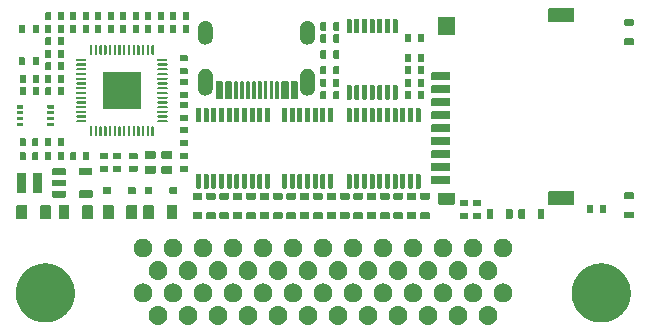
<source format=gts>
%FSLAX46Y46*%
%MOMM*%
%LPD*%
G01*
%ADD10C,0.050000*%
D10*
%LPC*%
%LPC*%
G36*
X0055533382Y0034328643D02*
G01*
X0055594776Y0034327086D01*
X0055655821Y0034323990D01*
X0055716462Y0034319373D01*
X0055776679Y0034313255D01*
X0055836452Y0034305654D01*
X0055895763Y0034296588D01*
X0055954592Y0034286077D01*
X0056012921Y0034274139D01*
X0056070729Y0034260793D01*
X0056127999Y0034246058D01*
X0056184710Y0034229951D01*
X0056240844Y0034212493D01*
X0056296382Y0034193702D01*
X0056351304Y0034173596D01*
X0056405592Y0034152195D01*
X0056459227Y0034129516D01*
X0056512189Y0034105580D01*
X0056564461Y0034080403D01*
X0056616021Y0034054007D01*
X0056666853Y0034026408D01*
X0056716936Y0033997626D01*
X0056766253Y0033967679D01*
X0056814783Y0033936587D01*
X0056862508Y0033904368D01*
X0056909409Y0033871040D01*
X0056955468Y0033836622D01*
X0057000665Y0033801134D01*
X0057044981Y0033764593D01*
X0057088398Y0033727019D01*
X0057130896Y0033688429D01*
X0057172458Y0033648844D01*
X0057213063Y0033608280D01*
X0057252692Y0033566758D01*
X0057291328Y0033524296D01*
X0057328951Y0033480911D01*
X0057365542Y0033436624D01*
X0057401082Y0033391453D01*
X0057435553Y0033345416D01*
X0057468935Y0033298531D01*
X0057501209Y0033250819D01*
X0057532357Y0033202297D01*
X0057562359Y0033152983D01*
X0057591197Y0033102898D01*
X0057618851Y0033052059D01*
X0057645303Y0033000485D01*
X0057670533Y0032948195D01*
X0057694523Y0032895207D01*
X0057717254Y0032841541D01*
X0057738706Y0032787214D01*
X0057758861Y0032732247D01*
X0057777700Y0032676657D01*
X0057795203Y0032620463D01*
X0057811351Y0032563685D01*
X0057826127Y0032506340D01*
X0057839510Y0032448449D01*
X0057851482Y0032390029D01*
X0057862023Y0032331101D01*
X0057871116Y0032271681D01*
X0057878740Y0032211791D01*
X0057884877Y0032151448D01*
X0057889508Y0032090671D01*
X0057892614Y0032029480D01*
X0057894176Y0031967931D01*
X0057894307Y0031936980D01*
X0057894307Y0004127496D01*
X0057897835Y0004127496D01*
X0057897835Y0004092218D01*
X0030684164Y0004092218D01*
X0030684164Y0004127496D01*
X0057859029Y0004127496D01*
X0057859029Y0031936901D01*
X0057858900Y0031967410D01*
X0057857359Y0032028138D01*
X0057854299Y0032088436D01*
X0057849735Y0032148323D01*
X0057843688Y0032207778D01*
X0057836177Y0032266785D01*
X0057827219Y0032325326D01*
X0057816833Y0032383381D01*
X0057805039Y0032440935D01*
X0057791855Y0032497965D01*
X0057777299Y0032554457D01*
X0057761391Y0032610390D01*
X0057744148Y0032665749D01*
X0057725590Y0032720511D01*
X0057705734Y0032774662D01*
X0057684601Y0032828180D01*
X0057662208Y0032881051D01*
X0057638573Y0032933252D01*
X0057613717Y0032984768D01*
X0057587657Y0033035578D01*
X0057560411Y0033085666D01*
X0057531999Y0033135011D01*
X0057502439Y0033183597D01*
X0057471751Y0033231405D01*
X0057439951Y0033278415D01*
X0057407061Y0033324609D01*
X0057373097Y0033369970D01*
X0057338077Y0033414480D01*
X0057302023Y0033458117D01*
X0057264952Y0033500865D01*
X0057226882Y0033542705D01*
X0057187833Y0033583619D01*
X0057147822Y0033623589D01*
X0057106870Y0033662595D01*
X0057064995Y0033700618D01*
X0057022214Y0033737642D01*
X0056978547Y0033773648D01*
X0056934013Y0033808615D01*
X0056888631Y0033842528D01*
X0056842419Y0033875365D01*
X0056795395Y0033907112D01*
X0056747579Y0033937746D01*
X0056698990Y0033967251D01*
X0056649646Y0033995608D01*
X0056599564Y0034022800D01*
X0056548766Y0034048806D01*
X0056497269Y0034073609D01*
X0056445090Y0034097192D01*
X0056392252Y0034119533D01*
X0056338770Y0034140617D01*
X0056284663Y0034160424D01*
X0056229949Y0034178937D01*
X0056174652Y0034196135D01*
X0056118783Y0034212002D01*
X0056062364Y0034226519D01*
X0056005415Y0034239666D01*
X0055947951Y0034251427D01*
X0055889995Y0034261782D01*
X0055831560Y0034270714D01*
X0055772671Y0034278203D01*
X0055713339Y0034284231D01*
X0055653589Y0034288780D01*
X0055593435Y0034291831D01*
X0055532862Y0034293367D01*
X0055502435Y0034293496D01*
X0030684164Y0034293496D01*
X0030684164Y0034328774D01*
X0055502513Y0034328774D01*
G37*
G36*
X0030684164Y0034293496D02*
G01*
X0005866730Y0034293496D01*
X0005836222Y0034293367D01*
X0005775493Y0034291826D01*
X0005715196Y0034288765D01*
X0005655309Y0034284202D01*
X0005595853Y0034278155D01*
X0005536847Y0034270643D01*
X0005478306Y0034261685D01*
X0005420251Y0034251300D01*
X0005362697Y0034239505D01*
X0005305667Y0034226321D01*
X0005249174Y0034211765D01*
X0005193242Y0034195857D01*
X0005137882Y0034178614D01*
X0005083121Y0034160056D01*
X0005028969Y0034140201D01*
X0004975451Y0034119067D01*
X0004922581Y0034096674D01*
X0004870379Y0034073040D01*
X0004818864Y0034048183D01*
X0004768053Y0034022123D01*
X0004717966Y0033994877D01*
X0004668620Y0033966466D01*
X0004620034Y0033936906D01*
X0004572227Y0033906217D01*
X0004525216Y0033874418D01*
X0004479022Y0033841527D01*
X0004433661Y0033807563D01*
X0004389152Y0033772544D01*
X0004345514Y0033736490D01*
X0004302767Y0033699419D01*
X0004260926Y0033661349D01*
X0004220012Y0033622299D01*
X0004180042Y0033582289D01*
X0004141037Y0033541336D01*
X0004103013Y0033499461D01*
X0004065989Y0033456680D01*
X0004029984Y0033413013D01*
X0003995016Y0033368480D01*
X0003961104Y0033323097D01*
X0003928266Y0033276886D01*
X0003896520Y0033229861D01*
X0003865885Y0033182045D01*
X0003836380Y0033133457D01*
X0003808023Y0033084112D01*
X0003780831Y0033034030D01*
X0003754825Y0032983232D01*
X0003730022Y0032931736D01*
X0003706440Y0032879557D01*
X0003684098Y0032826719D01*
X0003663014Y0032773236D01*
X0003643207Y0032719130D01*
X0003624694Y0032664416D01*
X0003607497Y0032609119D01*
X0003591629Y0032553249D01*
X0003577113Y0032496831D01*
X0003563965Y0032439882D01*
X0003552204Y0032382417D01*
X0003541849Y0032324462D01*
X0003532917Y0032266026D01*
X0003525428Y0032207137D01*
X0003519400Y0032147806D01*
X0003514851Y0032088055D01*
X0003511800Y0032027901D01*
X0003510264Y0031967328D01*
X0003510136Y0031936901D01*
X0003510136Y0004127496D01*
X0030684164Y0004127496D01*
X0030684164Y0004092218D01*
X0003474858Y0004092218D01*
X0003474858Y0031936980D01*
X0003474988Y0031967849D01*
X0003476545Y0032029242D01*
X0003479641Y0032090288D01*
X0003484258Y0032150929D01*
X0003490376Y0032211145D01*
X0003497978Y0032270919D01*
X0003507043Y0032330229D01*
X0003517554Y0032389059D01*
X0003529492Y0032447387D01*
X0003542838Y0032505196D01*
X0003557574Y0032562465D01*
X0003573680Y0032619176D01*
X0003591138Y0032675310D01*
X0003609930Y0032730848D01*
X0003630035Y0032785771D01*
X0003651437Y0032840059D01*
X0003674115Y0032893694D01*
X0003698052Y0032946656D01*
X0003723228Y0032998927D01*
X0003749625Y0033050488D01*
X0003777223Y0033101319D01*
X0003806005Y0033151403D01*
X0003835952Y0033200719D01*
X0003867044Y0033249249D01*
X0003899264Y0033296974D01*
X0003932592Y0033343876D01*
X0003967009Y0033389934D01*
X0004002498Y0033435131D01*
X0004039038Y0033479448D01*
X0004076613Y0033522864D01*
X0004115202Y0033565363D01*
X0004154788Y0033606924D01*
X0004195351Y0033647529D01*
X0004236873Y0033687159D01*
X0004279336Y0033725795D01*
X0004322720Y0033763417D01*
X0004367007Y0033800008D01*
X0004412179Y0033835549D01*
X0004458216Y0033870019D01*
X0004505100Y0033903401D01*
X0004552813Y0033935675D01*
X0004601335Y0033966823D01*
X0004650648Y0033996825D01*
X0004700733Y0034025663D01*
X0004751572Y0034053317D01*
X0004803146Y0034079769D01*
X0004855437Y0034105000D01*
X0004908424Y0034128990D01*
X0004962091Y0034151720D01*
X0005016417Y0034173173D01*
X0005071385Y0034193327D01*
X0005126975Y0034212166D01*
X0005183168Y0034229669D01*
X0005239947Y0034245818D01*
X0005297291Y0034260593D01*
X0005355182Y0034273976D01*
X0005413602Y0034285948D01*
X0005472531Y0034296490D01*
X0005531950Y0034305582D01*
X0005591841Y0034313206D01*
X0005652184Y0034319343D01*
X0005712960Y0034323975D01*
X0005774151Y0034327081D01*
X0005835701Y0034328643D01*
X0005866652Y0034328774D01*
X0030684164Y0034328774D01*
G37*
%LPD*%
G36*
X0015179903Y0028447615D02*
G01*
X0015199582Y0028443543D01*
X0015217441Y0028435854D01*
X0015233151Y0028425002D01*
X0015246380Y0028411442D01*
X0015256798Y0028395629D01*
X0015264074Y0028378017D01*
X0015267877Y0028359063D01*
X0015268208Y0028349196D01*
X0015268208Y0025350587D01*
X0015267850Y0025340114D01*
X0015263778Y0025320436D01*
X0015256088Y0025302577D01*
X0015245236Y0025286867D01*
X0015231676Y0025273638D01*
X0015215863Y0025263220D01*
X0015198252Y0025255944D01*
X0015179297Y0025252141D01*
X0015169430Y0025251810D01*
X0012170822Y0025251810D01*
X0012160349Y0025252168D01*
X0012140671Y0025256240D01*
X0012122811Y0025263930D01*
X0012107102Y0025274782D01*
X0012093872Y0025288342D01*
X0012083454Y0025304155D01*
X0012076178Y0025321766D01*
X0012072375Y0025340721D01*
X0012072044Y0025350587D01*
X0012072044Y0028349196D01*
X0012072403Y0028359669D01*
X0012076475Y0028379347D01*
X0012084164Y0028397207D01*
X0012095016Y0028412916D01*
X0012108576Y0028426145D01*
X0012124389Y0028436563D01*
X0012142000Y0028443839D01*
X0012160955Y0028447643D01*
X0012170822Y0028447973D01*
X0015169430Y0028447973D01*
G37*
%LPD*%
G36*
X0011077102Y0030723030D02*
G01*
X0011096780Y0030718958D01*
X0011114639Y0030711268D01*
X0011130349Y0030700416D01*
X0011143578Y0030686856D01*
X0011153996Y0030671043D01*
X0011161272Y0030653432D01*
X0011165076Y0030634477D01*
X0011165406Y0030624610D01*
X0011165406Y0029950805D01*
X0011165048Y0029940332D01*
X0011160976Y0029920654D01*
X0011153286Y0029902795D01*
X0011142434Y0029887085D01*
X0011128874Y0029873856D01*
X0011113062Y0029863438D01*
X0011095450Y0029856162D01*
X0011076495Y0029852358D01*
X0011066629Y0029852028D01*
X0011056155Y0029852386D01*
X0011036477Y0029856458D01*
X0011018618Y0029864148D01*
X0011002908Y0029875000D01*
X0010989679Y0029888559D01*
X0010979261Y0029904372D01*
X0010971985Y0029921984D01*
X0010968182Y0029940939D01*
X0010967851Y0029950805D01*
X0010967851Y0030624610D01*
X0010968209Y0030634477D01*
X0010972281Y0030653432D01*
X0010979971Y0030671043D01*
X0010990823Y0030686856D01*
X0011004383Y0030700416D01*
X0011020196Y0030711268D01*
X0011037807Y0030718958D01*
X0011056762Y0030723030D01*
X0011066629Y0030723388D01*
G37*
%LPD*%
G36*
X0011479268Y0030723030D02*
G01*
X0011498946Y0030718958D01*
X0011516806Y0030711268D01*
X0011532515Y0030700416D01*
X0011545744Y0030686856D01*
X0011556162Y0030671043D01*
X0011563438Y0030653432D01*
X0011567242Y0030634477D01*
X0011567573Y0030624610D01*
X0011567573Y0029950805D01*
X0011567214Y0029940332D01*
X0011563142Y0029920654D01*
X0011555453Y0029902795D01*
X0011544601Y0029887085D01*
X0011531041Y0029873856D01*
X0011515228Y0029863438D01*
X0011497616Y0029856162D01*
X0011478662Y0029852358D01*
X0011468795Y0029852028D01*
X0011458322Y0029852386D01*
X0011438643Y0029856458D01*
X0011420784Y0029864148D01*
X0011405074Y0029875000D01*
X0011391845Y0029888559D01*
X0011381427Y0029904372D01*
X0011374151Y0029921984D01*
X0011370348Y0029940939D01*
X0011370017Y0029950805D01*
X0011370017Y0030624610D01*
X0011369742Y0030634477D01*
X0011372821Y0030653432D01*
X0011379849Y0030671043D01*
X0011390371Y0030686856D01*
X0011403931Y0030700416D01*
X0011420074Y0030711268D01*
X0011438347Y0030718958D01*
X0011458294Y0030723030D01*
X0011468795Y0030723388D01*
G37*
%LPD*%
G36*
X0011877906Y0030723030D02*
G01*
X0011897585Y0030718958D01*
X0011915444Y0030711268D01*
X0011931154Y0030700416D01*
X0011944383Y0030686856D01*
X0011954801Y0030671043D01*
X0011962077Y0030653432D01*
X0011965880Y0030634477D01*
X0011966211Y0030624610D01*
X0011966211Y0029950805D01*
X0011965853Y0029940332D01*
X0011961781Y0029920654D01*
X0011954091Y0029902795D01*
X0011943239Y0029887085D01*
X0011929679Y0029873856D01*
X0011913866Y0029863438D01*
X0011896255Y0029856162D01*
X0011877300Y0029852358D01*
X0011867433Y0029852028D01*
X0011856960Y0029852386D01*
X0011837282Y0029856458D01*
X0011819423Y0029864148D01*
X0011803713Y0029875000D01*
X0011790484Y0029888559D01*
X0011780066Y0029904372D01*
X0011772790Y0029921984D01*
X0011768986Y0029940939D01*
X0011768656Y0029950805D01*
X0011768656Y0030624610D01*
X0011769014Y0030634477D01*
X0011773086Y0030653432D01*
X0011780776Y0030671043D01*
X0011791628Y0030686856D01*
X0011805187Y0030700416D01*
X0011821000Y0030711268D01*
X0011838612Y0030718958D01*
X0011857567Y0030723030D01*
X0011867433Y0030723388D01*
G37*
%LPD*%
G36*
X0012280073Y0030723030D02*
G01*
X0012299751Y0030718958D01*
X0012317610Y0030711268D01*
X0012333320Y0030700416D01*
X0012346549Y0030686856D01*
X0012356967Y0030671043D01*
X0012364243Y0030653432D01*
X0012368047Y0030634477D01*
X0012368377Y0030624610D01*
X0012368377Y0029950805D01*
X0012368019Y0029940332D01*
X0012363947Y0029920654D01*
X0012356258Y0029902795D01*
X0012345405Y0029887085D01*
X0012331846Y0029873856D01*
X0012316033Y0029863438D01*
X0012298421Y0029856162D01*
X0012279466Y0029852358D01*
X0012269600Y0029852028D01*
X0012259127Y0029852386D01*
X0012239448Y0029856458D01*
X0012221589Y0029864148D01*
X0012205879Y0029875000D01*
X0012192650Y0029888559D01*
X0012182232Y0029904372D01*
X0012174956Y0029921984D01*
X0012171153Y0029940939D01*
X0012170822Y0029950805D01*
X0012170822Y0030624610D01*
X0012170546Y0030634477D01*
X0012173626Y0030653432D01*
X0012180654Y0030671043D01*
X0012191176Y0030686856D01*
X0012204735Y0030700416D01*
X0012220879Y0030711268D01*
X0012239152Y0030718958D01*
X0012259099Y0030723030D01*
X0012269600Y0030723388D01*
G37*
%LPD*%
G36*
X0012678711Y0030723030D02*
G01*
X0012698390Y0030718958D01*
X0012716249Y0030711268D01*
X0012731959Y0030700416D01*
X0012745188Y0030686856D01*
X0012755606Y0030671043D01*
X0012762882Y0030653432D01*
X0012766685Y0030634477D01*
X0012767016Y0030624610D01*
X0012767016Y0029950805D01*
X0012766658Y0029940332D01*
X0012762585Y0029920654D01*
X0012754896Y0029902795D01*
X0012744044Y0029887085D01*
X0012730484Y0029873856D01*
X0012714671Y0029863438D01*
X0012697060Y0029856162D01*
X0012678105Y0029852358D01*
X0012668238Y0029852028D01*
X0012657765Y0029852386D01*
X0012638087Y0029856458D01*
X0012620227Y0029864148D01*
X0012604518Y0029875000D01*
X0012591289Y0029888559D01*
X0012580871Y0029904372D01*
X0012573595Y0029921984D01*
X0012569791Y0029940939D01*
X0012569461Y0029950805D01*
X0012569461Y0030624610D01*
X0012569791Y0030634477D01*
X0012573595Y0030653432D01*
X0012580871Y0030671043D01*
X0012591289Y0030686856D01*
X0012604518Y0030700416D01*
X0012620227Y0030711268D01*
X0012638087Y0030718958D01*
X0012657765Y0030723030D01*
X0012668238Y0030723388D01*
G37*
%LPD*%
G36*
X0013077350Y0030723030D02*
G01*
X0013097028Y0030718958D01*
X0013114888Y0030711268D01*
X0013130597Y0030700416D01*
X0013143826Y0030686856D01*
X0013154244Y0030671043D01*
X0013161520Y0030653432D01*
X0013165324Y0030634477D01*
X0013165654Y0030624610D01*
X0013165654Y0029950805D01*
X0013165296Y0029940332D01*
X0013161224Y0029920654D01*
X0013153535Y0029902795D01*
X0013142683Y0029887085D01*
X0013129123Y0029873856D01*
X0013113310Y0029863438D01*
X0013095698Y0029856162D01*
X0013076743Y0029852358D01*
X0013066877Y0029852028D01*
X0013056404Y0029852386D01*
X0013036725Y0029856458D01*
X0013018866Y0029864148D01*
X0013003156Y0029875000D01*
X0012989927Y0029888559D01*
X0012979509Y0029904372D01*
X0012972233Y0029921984D01*
X0012968430Y0029940939D01*
X0012968099Y0029950805D01*
X0012968099Y0030624610D01*
X0012968457Y0030634477D01*
X0012972529Y0030653432D01*
X0012980219Y0030671043D01*
X0012991071Y0030686856D01*
X0013004631Y0030700416D01*
X0013020444Y0030711268D01*
X0013038055Y0030718958D01*
X0013057010Y0030723030D01*
X0013066877Y0030723388D01*
G37*
%LPD*%
G36*
X0013479516Y0030723030D02*
G01*
X0013499194Y0030718958D01*
X0013517054Y0030711268D01*
X0013532763Y0030700416D01*
X0013545993Y0030686856D01*
X0013556411Y0030671043D01*
X0013563687Y0030653432D01*
X0013567490Y0030634477D01*
X0013567821Y0030624610D01*
X0013567821Y0029950805D01*
X0013567462Y0029940332D01*
X0013563390Y0029920654D01*
X0013555701Y0029902795D01*
X0013544849Y0029887085D01*
X0013531289Y0029873856D01*
X0013515476Y0029863438D01*
X0013497865Y0029856162D01*
X0013478910Y0029852358D01*
X0013469043Y0029852028D01*
X0013458570Y0029852386D01*
X0013438892Y0029856458D01*
X0013421032Y0029864148D01*
X0013405323Y0029875000D01*
X0013392093Y0029888559D01*
X0013381675Y0029904372D01*
X0013374399Y0029921984D01*
X0013370596Y0029940939D01*
X0013370265Y0029950805D01*
X0013370265Y0030624610D01*
X0013369990Y0030634477D01*
X0013373070Y0030653432D01*
X0013380098Y0030671043D01*
X0013390619Y0030686856D01*
X0013404179Y0030700416D01*
X0013420322Y0030711268D01*
X0013438595Y0030718958D01*
X0013458542Y0030723030D01*
X0013469043Y0030723388D01*
G37*
%LPD*%
G36*
X0013878155Y0030723030D02*
G01*
X0013897833Y0030718958D01*
X0013915692Y0030711268D01*
X0013931402Y0030700416D01*
X0013944631Y0030686856D01*
X0013955049Y0030671043D01*
X0013962325Y0030653432D01*
X0013966128Y0030634477D01*
X0013966459Y0030624610D01*
X0013966459Y0029950805D01*
X0013966101Y0029940332D01*
X0013962029Y0029920654D01*
X0013954339Y0029902795D01*
X0013943487Y0029887085D01*
X0013929927Y0029873856D01*
X0013914114Y0029863438D01*
X0013896503Y0029856162D01*
X0013877548Y0029852358D01*
X0013867682Y0029852028D01*
X0013857208Y0029852386D01*
X0013837530Y0029856458D01*
X0013819671Y0029864148D01*
X0013803961Y0029875000D01*
X0013790732Y0029888559D01*
X0013780314Y0029904372D01*
X0013773038Y0029921984D01*
X0013769235Y0029940939D01*
X0013768904Y0029950805D01*
X0013768904Y0030624610D01*
X0013769235Y0030634477D01*
X0013773038Y0030653432D01*
X0013780314Y0030671043D01*
X0013790732Y0030686856D01*
X0013803961Y0030700416D01*
X0013819671Y0030711268D01*
X0013837530Y0030718958D01*
X0013857208Y0030723030D01*
X0013867682Y0030723388D01*
G37*
%LPD*%
G36*
X0014276793Y0030723030D02*
G01*
X0014296471Y0030718958D01*
X0014314331Y0030711268D01*
X0014330040Y0030700416D01*
X0014343270Y0030686856D01*
X0014353688Y0030671043D01*
X0014360964Y0030653432D01*
X0014364767Y0030634477D01*
X0014365098Y0030624610D01*
X0014365098Y0029950805D01*
X0014364739Y0029940332D01*
X0014360667Y0029920654D01*
X0014352978Y0029902795D01*
X0014342126Y0029887085D01*
X0014328566Y0029873856D01*
X0014312753Y0029863438D01*
X0014295142Y0029856162D01*
X0014276187Y0029852358D01*
X0014266320Y0029852028D01*
X0014255847Y0029852386D01*
X0014236169Y0029856458D01*
X0014218309Y0029864148D01*
X0014202600Y0029875000D01*
X0014189370Y0029888559D01*
X0014178952Y0029904372D01*
X0014171676Y0029921984D01*
X0014167873Y0029940939D01*
X0014167542Y0029950805D01*
X0014167542Y0030624610D01*
X0014167901Y0030634477D01*
X0014171973Y0030653432D01*
X0014179662Y0030671043D01*
X0014190514Y0030686856D01*
X0014204074Y0030700416D01*
X0014219887Y0030711268D01*
X0014237498Y0030718958D01*
X0014256453Y0030723030D01*
X0014266320Y0030723388D01*
G37*
%LPD*%
G36*
X0014678959Y0030723030D02*
G01*
X0014698638Y0030718958D01*
X0014716497Y0030711268D01*
X0014732207Y0030700416D01*
X0014745436Y0030686856D01*
X0014755854Y0030671043D01*
X0014763130Y0030653432D01*
X0014766933Y0030634477D01*
X0014767264Y0030624610D01*
X0014767264Y0029950805D01*
X0014766906Y0029940332D01*
X0014762834Y0029920654D01*
X0014755144Y0029902795D01*
X0014744292Y0029887085D01*
X0014730732Y0029873856D01*
X0014714919Y0029863438D01*
X0014697308Y0029856162D01*
X0014678353Y0029852358D01*
X0014668486Y0029852028D01*
X0014658013Y0029852386D01*
X0014638335Y0029856458D01*
X0014620476Y0029864148D01*
X0014604766Y0029875000D01*
X0014591537Y0029888559D01*
X0014581119Y0029904372D01*
X0014573843Y0029921984D01*
X0014570039Y0029940939D01*
X0014569709Y0029950805D01*
X0014569709Y0030624610D01*
X0014569433Y0030634477D01*
X0014572513Y0030653432D01*
X0014579541Y0030671043D01*
X0014590062Y0030686856D01*
X0014603622Y0030700416D01*
X0014619766Y0030711268D01*
X0014638039Y0030718958D01*
X0014657986Y0030723030D01*
X0014668486Y0030723388D01*
G37*
%LPD*%
G36*
X0015077598Y0030723030D02*
G01*
X0015097276Y0030718958D01*
X0015115136Y0030711268D01*
X0015130845Y0030700416D01*
X0015144074Y0030686856D01*
X0015154492Y0030671043D01*
X0015161768Y0030653432D01*
X0015165572Y0030634477D01*
X0015165903Y0030624610D01*
X0015165903Y0029950805D01*
X0015165544Y0029940332D01*
X0015161472Y0029920654D01*
X0015153783Y0029902795D01*
X0015142931Y0029887085D01*
X0015129371Y0029873856D01*
X0015113558Y0029863438D01*
X0015095946Y0029856162D01*
X0015076992Y0029852358D01*
X0015067125Y0029852028D01*
X0015056652Y0029852386D01*
X0015036973Y0029856458D01*
X0015019114Y0029864148D01*
X0015003404Y0029875000D01*
X0014990175Y0029888559D01*
X0014979757Y0029904372D01*
X0014972481Y0029921984D01*
X0014968678Y0029940939D01*
X0014968347Y0029950805D01*
X0014968347Y0030624610D01*
X0014968705Y0030634477D01*
X0014972778Y0030653432D01*
X0014980467Y0030671043D01*
X0014991319Y0030686856D01*
X0015004879Y0030700416D01*
X0015020692Y0030711268D01*
X0015038303Y0030718958D01*
X0015057258Y0030723030D01*
X0015067125Y0030723388D01*
G37*
%LPD*%
G36*
X0015479764Y0030723030D02*
G01*
X0015499443Y0030718958D01*
X0015517302Y0030711268D01*
X0015533012Y0030700416D01*
X0015546241Y0030686856D01*
X0015556659Y0030671043D01*
X0015563935Y0030653432D01*
X0015567738Y0030634477D01*
X0015568069Y0030624610D01*
X0015568069Y0029950805D01*
X0015567711Y0029940332D01*
X0015563638Y0029920654D01*
X0015555949Y0029902795D01*
X0015545097Y0029887085D01*
X0015531537Y0029873856D01*
X0015515724Y0029863438D01*
X0015498113Y0029856162D01*
X0015479158Y0029852358D01*
X0015469291Y0029852028D01*
X0015458818Y0029852386D01*
X0015439140Y0029856458D01*
X0015421280Y0029864148D01*
X0015405571Y0029875000D01*
X0015392342Y0029888559D01*
X0015381924Y0029904372D01*
X0015374648Y0029921984D01*
X0015370844Y0029940939D01*
X0015370513Y0029950805D01*
X0015370513Y0030624610D01*
X0015370238Y0030634477D01*
X0015373318Y0030653432D01*
X0015380346Y0030671043D01*
X0015390867Y0030686856D01*
X0015404427Y0030700416D01*
X0015420571Y0030711268D01*
X0015438843Y0030718958D01*
X0015458790Y0030723030D01*
X0015469291Y0030723388D01*
G37*
%LPD*%
G36*
X0015878403Y0030723030D02*
G01*
X0015898081Y0030718958D01*
X0015915940Y0030711268D01*
X0015931650Y0030700416D01*
X0015944879Y0030686856D01*
X0015955297Y0030671043D01*
X0015962573Y0030653432D01*
X0015966377Y0030634477D01*
X0015966707Y0030624610D01*
X0015966707Y0029950805D01*
X0015966349Y0029940332D01*
X0015962277Y0029920654D01*
X0015954587Y0029902795D01*
X0015943735Y0029887085D01*
X0015930176Y0029873856D01*
X0015914363Y0029863438D01*
X0015896751Y0029856162D01*
X0015877796Y0029852358D01*
X0015867930Y0029852028D01*
X0015857457Y0029852386D01*
X0015837778Y0029856458D01*
X0015819919Y0029864148D01*
X0015804209Y0029875000D01*
X0015790980Y0029888559D01*
X0015780562Y0029904372D01*
X0015773286Y0029921984D01*
X0015769483Y0029940939D01*
X0015769152Y0029950805D01*
X0015769152Y0030624610D01*
X0015769483Y0030634477D01*
X0015773286Y0030653432D01*
X0015780562Y0030671043D01*
X0015790980Y0030686856D01*
X0015804209Y0030700416D01*
X0015819919Y0030711268D01*
X0015837778Y0030718958D01*
X0015857457Y0030723030D01*
X0015867930Y0030723388D01*
G37*
%LPD*%
G36*
X0016277041Y0030723030D02*
G01*
X0016296720Y0030718958D01*
X0016314579Y0030711268D01*
X0016330289Y0030700416D01*
X0016343518Y0030686856D01*
X0016353936Y0030671043D01*
X0016361212Y0030653432D01*
X0016365015Y0030634477D01*
X0016365346Y0030624610D01*
X0016365346Y0029950805D01*
X0016364988Y0029940332D01*
X0016360915Y0029920654D01*
X0016353226Y0029902795D01*
X0016342374Y0029887085D01*
X0016328814Y0029873856D01*
X0016313001Y0029863438D01*
X0016295390Y0029856162D01*
X0016276435Y0029852358D01*
X0016266568Y0029852028D01*
X0016256095Y0029852386D01*
X0016236417Y0029856458D01*
X0016218557Y0029864148D01*
X0016202848Y0029875000D01*
X0016189619Y0029888559D01*
X0016179201Y0029904372D01*
X0016171925Y0029921984D01*
X0016168121Y0029940939D01*
X0016167790Y0029950805D01*
X0016167790Y0030624610D01*
X0016168149Y0030634477D01*
X0016172221Y0030653432D01*
X0016179910Y0030671043D01*
X0016190762Y0030686856D01*
X0016204322Y0030700416D01*
X0016220135Y0030711268D01*
X0016237747Y0030718958D01*
X0016256701Y0030723030D01*
X0016266568Y0030723388D01*
G37*
%LPD*%
G36*
X0010576158Y0024344813D02*
G01*
X0010595836Y0024340741D01*
X0010613695Y0024333052D01*
X0010629405Y0024322200D01*
X0010642634Y0024308640D01*
X0010653052Y0024292827D01*
X0010660328Y0024275216D01*
X0010664132Y0024256261D01*
X0010664462Y0024246394D01*
X0010664104Y0024235921D01*
X0010660032Y0024216243D01*
X0010652342Y0024198383D01*
X0010641490Y0024182674D01*
X0010627931Y0024169444D01*
X0010612118Y0024159026D01*
X0010594506Y0024151750D01*
X0010575551Y0024147947D01*
X0010565685Y0024147616D01*
X0009891880Y0024147616D01*
X0009882013Y0024147975D01*
X0009863058Y0024152047D01*
X0009845447Y0024159736D01*
X0009829634Y0024170588D01*
X0009816074Y0024184148D01*
X0009805222Y0024199961D01*
X0009797532Y0024217572D01*
X0009793460Y0024236527D01*
X0009793102Y0024246394D01*
X0009793460Y0024256867D01*
X0009797532Y0024276546D01*
X0009805222Y0024294405D01*
X0009816074Y0024310114D01*
X0009829634Y0024323344D01*
X0009845447Y0024333762D01*
X0009863058Y0024341038D01*
X0009882013Y0024344841D01*
X0009891880Y0024345172D01*
X0010565685Y0024345172D01*
G37*
%LPD*%
G36*
X0010576158Y0024746980D02*
G01*
X0010595836Y0024742908D01*
X0010613695Y0024735218D01*
X0010629405Y0024724366D01*
X0010642634Y0024710806D01*
X0010653052Y0024694993D01*
X0010660328Y0024677382D01*
X0010664132Y0024658427D01*
X0010664462Y0024648560D01*
X0010664104Y0024638087D01*
X0010660032Y0024618409D01*
X0010652342Y0024600550D01*
X0010641490Y0024584840D01*
X0010627931Y0024571611D01*
X0010612118Y0024561193D01*
X0010594506Y0024553917D01*
X0010575551Y0024550113D01*
X0010565685Y0024549783D01*
X0009891880Y0024549783D01*
X0009882013Y0024550113D01*
X0009863058Y0024553917D01*
X0009845447Y0024561193D01*
X0009829634Y0024571611D01*
X0009816074Y0024584840D01*
X0009805222Y0024600550D01*
X0009797532Y0024618409D01*
X0009793460Y0024638087D01*
X0009793102Y0024648560D01*
X0009793460Y0024659033D01*
X0009797532Y0024678712D01*
X0009805222Y0024696571D01*
X0009816074Y0024712281D01*
X0009829634Y0024725510D01*
X0009845447Y0024735928D01*
X0009863058Y0024743204D01*
X0009882013Y0024747007D01*
X0009891880Y0024747338D01*
X0010565685Y0024747338D01*
G37*
%LPD*%
G36*
X0010576158Y0025145618D02*
G01*
X0010595836Y0025141546D01*
X0010613695Y0025133857D01*
X0010629405Y0025123005D01*
X0010642634Y0025109445D01*
X0010653052Y0025093632D01*
X0010660328Y0025076021D01*
X0010664132Y0025057066D01*
X0010664462Y0025047199D01*
X0010664104Y0025036726D01*
X0010660032Y0025017047D01*
X0010652342Y0024999188D01*
X0010641490Y0024983478D01*
X0010627931Y0024970249D01*
X0010612118Y0024959831D01*
X0010594506Y0024952555D01*
X0010575551Y0024948752D01*
X0010565685Y0024948421D01*
X0009891880Y0024948421D01*
X0009882013Y0024948779D01*
X0009863058Y0024952852D01*
X0009845447Y0024960541D01*
X0009829634Y0024971393D01*
X0009816074Y0024984953D01*
X0009805222Y0025000766D01*
X0009797532Y0025018377D01*
X0009793460Y0025037332D01*
X0009793102Y0025047199D01*
X0009793460Y0025057672D01*
X0009797532Y0025077350D01*
X0009805222Y0025095210D01*
X0009816074Y0025110919D01*
X0009829634Y0025124148D01*
X0009845447Y0025134566D01*
X0009863058Y0025141842D01*
X0009882013Y0025145646D01*
X0009891880Y0025145977D01*
X0010565685Y0025145977D01*
G37*
%LPD*%
G36*
X0010576158Y0025547785D02*
G01*
X0010595836Y0025543712D01*
X0010613695Y0025536023D01*
X0010629405Y0025525171D01*
X0010642634Y0025511611D01*
X0010653052Y0025495798D01*
X0010660328Y0025478187D01*
X0010664132Y0025459232D01*
X0010664462Y0025449365D01*
X0010664104Y0025438892D01*
X0010660032Y0025419214D01*
X0010652342Y0025401354D01*
X0010641490Y0025385645D01*
X0010627931Y0025372416D01*
X0010612118Y0025361998D01*
X0010594506Y0025354722D01*
X0010575551Y0025350918D01*
X0010565685Y0025350587D01*
X0009891880Y0025350587D01*
X0009882013Y0025350312D01*
X0009863058Y0025353392D01*
X0009845447Y0025360420D01*
X0009829634Y0025370941D01*
X0009816074Y0025384501D01*
X0009805222Y0025400645D01*
X0009797532Y0025418917D01*
X0009793460Y0025438865D01*
X0009793102Y0025449365D01*
X0009793460Y0025459838D01*
X0009797532Y0025479517D01*
X0009805222Y0025497376D01*
X0009816074Y0025513086D01*
X0009829634Y0025526315D01*
X0009845447Y0025536733D01*
X0009863058Y0025544009D01*
X0009882013Y0025547812D01*
X0009891880Y0025548143D01*
X0010565685Y0025548143D01*
G37*
%LPD*%
G36*
X0010576158Y0025946423D02*
G01*
X0010595836Y0025942351D01*
X0010613695Y0025934662D01*
X0010629405Y0025923809D01*
X0010642634Y0025910250D01*
X0010653052Y0025894437D01*
X0010660328Y0025876825D01*
X0010664132Y0025857870D01*
X0010664462Y0025848004D01*
X0010664104Y0025837531D01*
X0010660032Y0025817852D01*
X0010652342Y0025799993D01*
X0010641490Y0025784283D01*
X0010627931Y0025771054D01*
X0010612118Y0025760636D01*
X0010594506Y0025753360D01*
X0010575551Y0025749557D01*
X0010565685Y0025749226D01*
X0009891880Y0025749226D01*
X0009882013Y0025749557D01*
X0009863058Y0025753360D01*
X0009845447Y0025760636D01*
X0009829634Y0025771054D01*
X0009816074Y0025784283D01*
X0009805222Y0025799993D01*
X0009797532Y0025817852D01*
X0009793460Y0025837531D01*
X0009793102Y0025848004D01*
X0009793460Y0025858477D01*
X0009797532Y0025878155D01*
X0009805222Y0025896014D01*
X0009816074Y0025911724D01*
X0009829634Y0025924953D01*
X0009845447Y0025935371D01*
X0009863058Y0025942647D01*
X0009882013Y0025946451D01*
X0009891880Y0025946781D01*
X0010565685Y0025946781D01*
G37*
%LPD*%
G36*
X0010576158Y0026345062D02*
G01*
X0010595836Y0026340989D01*
X0010613695Y0026333300D01*
X0010629405Y0026322448D01*
X0010642634Y0026308888D01*
X0010653052Y0026293075D01*
X0010660328Y0026275464D01*
X0010664132Y0026256509D01*
X0010664462Y0026246642D01*
X0010664104Y0026236169D01*
X0010660032Y0026216491D01*
X0010652342Y0026198631D01*
X0010641490Y0026182922D01*
X0010627931Y0026169693D01*
X0010612118Y0026159275D01*
X0010594506Y0026151999D01*
X0010575551Y0026148195D01*
X0010565685Y0026147865D01*
X0009891880Y0026147865D01*
X0009882013Y0026148223D01*
X0009863058Y0026152295D01*
X0009845447Y0026159984D01*
X0009829634Y0026170836D01*
X0009816074Y0026184396D01*
X0009805222Y0026200209D01*
X0009797532Y0026217821D01*
X0009793460Y0026236775D01*
X0009793102Y0026246642D01*
X0009793460Y0026257115D01*
X0009797532Y0026276794D01*
X0009805222Y0026294653D01*
X0009816074Y0026310363D01*
X0009829634Y0026323592D01*
X0009845447Y0026334010D01*
X0009863058Y0026341286D01*
X0009882013Y0026345089D01*
X0009891880Y0026345420D01*
X0010565685Y0026345420D01*
G37*
%LPD*%
G36*
X0010576158Y0026747228D02*
G01*
X0010595836Y0026743156D01*
X0010613695Y0026735466D01*
X0010629405Y0026724614D01*
X0010642634Y0026711054D01*
X0010653052Y0026695241D01*
X0010660328Y0026677630D01*
X0010664132Y0026658675D01*
X0010664462Y0026648808D01*
X0010664104Y0026638335D01*
X0010660032Y0026618657D01*
X0010652342Y0026600798D01*
X0010641490Y0026585088D01*
X0010627931Y0026571859D01*
X0010612118Y0026561441D01*
X0010594506Y0026554165D01*
X0010575551Y0026550362D01*
X0010565685Y0026550031D01*
X0009891880Y0026550031D01*
X0009882013Y0026549755D01*
X0009863058Y0026552835D01*
X0009845447Y0026559863D01*
X0009829634Y0026570384D01*
X0009816074Y0026583944D01*
X0009805222Y0026600088D01*
X0009797532Y0026618361D01*
X0009793460Y0026638308D01*
X0009793102Y0026648808D01*
X0009793460Y0026659282D01*
X0009797532Y0026678960D01*
X0009805222Y0026696819D01*
X0009816074Y0026712529D01*
X0009829634Y0026725758D01*
X0009845447Y0026736176D01*
X0009863058Y0026743452D01*
X0009882013Y0026747255D01*
X0009891880Y0026747586D01*
X0010565685Y0026747586D01*
G37*
%LPD*%
G36*
X0010576158Y0027145866D02*
G01*
X0010595836Y0027141794D01*
X0010613695Y0027134105D01*
X0010629405Y0027123253D01*
X0010642634Y0027109693D01*
X0010653052Y0027093880D01*
X0010660328Y0027076269D01*
X0010664132Y0027057314D01*
X0010664462Y0027047447D01*
X0010664104Y0027036974D01*
X0010660032Y0027017296D01*
X0010652342Y0026999436D01*
X0010641490Y0026983727D01*
X0010627931Y0026970497D01*
X0010612118Y0026960079D01*
X0010594506Y0026952803D01*
X0010575551Y0026949000D01*
X0010565685Y0026948669D01*
X0009891880Y0026948669D01*
X0009882013Y0026949028D01*
X0009863058Y0026953100D01*
X0009845447Y0026960789D01*
X0009829634Y0026971641D01*
X0009816074Y0026985201D01*
X0009805222Y0027001014D01*
X0009797532Y0027018625D01*
X0009793460Y0027037580D01*
X0009793102Y0027047447D01*
X0009793460Y0027057920D01*
X0009797532Y0027077598D01*
X0009805222Y0027095458D01*
X0009816074Y0027111167D01*
X0009829634Y0027124397D01*
X0009845447Y0027134815D01*
X0009863058Y0027142091D01*
X0009882013Y0027145894D01*
X0009891880Y0027146225D01*
X0010565685Y0027146225D01*
G37*
%LPD*%
G36*
X0010576158Y0027548033D02*
G01*
X0010595836Y0027543961D01*
X0010613695Y0027536271D01*
X0010629405Y0027525419D01*
X0010642634Y0027511859D01*
X0010653052Y0027496046D01*
X0010660328Y0027478435D01*
X0010664132Y0027459480D01*
X0010664462Y0027449613D01*
X0010664104Y0027439140D01*
X0010660032Y0027419462D01*
X0010652342Y0027401603D01*
X0010641490Y0027385893D01*
X0010627931Y0027372664D01*
X0010612118Y0027362246D01*
X0010594506Y0027354970D01*
X0010575551Y0027351166D01*
X0010565685Y0027350836D01*
X0009891880Y0027350836D01*
X0009882013Y0027350560D01*
X0009863058Y0027353640D01*
X0009845447Y0027360668D01*
X0009829634Y0027371189D01*
X0009816074Y0027384749D01*
X0009805222Y0027400893D01*
X0009797532Y0027419166D01*
X0009793460Y0027439113D01*
X0009793102Y0027449613D01*
X0009793460Y0027460086D01*
X0009797532Y0027479765D01*
X0009805222Y0027497624D01*
X0009816074Y0027513334D01*
X0009829634Y0027526563D01*
X0009845447Y0027536981D01*
X0009863058Y0027544257D01*
X0009882013Y0027548060D01*
X0009891880Y0027548391D01*
X0010565685Y0027548391D01*
G37*
%LPD*%
G36*
X0010576158Y0027946671D02*
G01*
X0010595836Y0027942599D01*
X0010613695Y0027934910D01*
X0010629405Y0027924058D01*
X0010642634Y0027910498D01*
X0010653052Y0027894685D01*
X0010660328Y0027877073D01*
X0010664132Y0027858119D01*
X0010664462Y0027848252D01*
X0010664104Y0027837779D01*
X0010660032Y0027818100D01*
X0010652342Y0027800241D01*
X0010641490Y0027784531D01*
X0010627931Y0027771302D01*
X0010612118Y0027760884D01*
X0010594506Y0027753608D01*
X0010575551Y0027749805D01*
X0010565685Y0027749474D01*
X0009891880Y0027749474D01*
X0009882013Y0027749805D01*
X0009863058Y0027753608D01*
X0009845447Y0027760884D01*
X0009829634Y0027771302D01*
X0009816074Y0027784531D01*
X0009805222Y0027800241D01*
X0009797532Y0027818100D01*
X0009793460Y0027837779D01*
X0009793102Y0027848252D01*
X0009793460Y0027858725D01*
X0009797532Y0027878403D01*
X0009805222Y0027896263D01*
X0009816074Y0027911972D01*
X0009829634Y0027925201D01*
X0009845447Y0027935619D01*
X0009863058Y0027942895D01*
X0009882013Y0027946699D01*
X0009891880Y0027947029D01*
X0010565685Y0027947029D01*
G37*
%LPD*%
G36*
X0010576158Y0028345310D02*
G01*
X0010595836Y0028341238D01*
X0010613695Y0028333548D01*
X0010629405Y0028322696D01*
X0010642634Y0028309136D01*
X0010653052Y0028293323D01*
X0010660328Y0028275712D01*
X0010664132Y0028256757D01*
X0010664462Y0028246890D01*
X0010664104Y0028236417D01*
X0010660032Y0028216739D01*
X0010652342Y0028198880D01*
X0010641490Y0028183170D01*
X0010627931Y0028169941D01*
X0010612118Y0028159523D01*
X0010594506Y0028152247D01*
X0010575551Y0028148443D01*
X0010565685Y0028148113D01*
X0009891880Y0028148113D01*
X0009882013Y0028148471D01*
X0009863058Y0028152543D01*
X0009845447Y0028160232D01*
X0009829634Y0028171085D01*
X0009816074Y0028184644D01*
X0009805222Y0028200457D01*
X0009797532Y0028218069D01*
X0009793460Y0028237024D01*
X0009793102Y0028246890D01*
X0009793460Y0028257363D01*
X0009797532Y0028277042D01*
X0009805222Y0028294901D01*
X0009816074Y0028310611D01*
X0009829634Y0028323840D01*
X0009845447Y0028334258D01*
X0009863058Y0028341534D01*
X0009882013Y0028345337D01*
X0009891880Y0028345668D01*
X0010565685Y0028345668D01*
G37*
%LPD*%
G36*
X0010576158Y0028747476D02*
G01*
X0010595836Y0028743404D01*
X0010613695Y0028735714D01*
X0010629405Y0028724862D01*
X0010642634Y0028711303D01*
X0010653052Y0028695490D01*
X0010660328Y0028677878D01*
X0010664132Y0028658923D01*
X0010664462Y0028649057D01*
X0010664104Y0028638584D01*
X0010660032Y0028618905D01*
X0010652342Y0028601046D01*
X0010641490Y0028585336D01*
X0010627931Y0028572107D01*
X0010612118Y0028561689D01*
X0010594506Y0028554413D01*
X0010575551Y0028550610D01*
X0010565685Y0028550279D01*
X0009891880Y0028550279D01*
X0009882013Y0028550003D01*
X0009863058Y0028553083D01*
X0009845447Y0028560111D01*
X0009829634Y0028570633D01*
X0009816074Y0028584192D01*
X0009805222Y0028600336D01*
X0009797532Y0028618609D01*
X0009793460Y0028638556D01*
X0009793102Y0028649057D01*
X0009793460Y0028659530D01*
X0009797532Y0028679208D01*
X0009805222Y0028697067D01*
X0009816074Y0028712777D01*
X0009829634Y0028726006D01*
X0009845447Y0028736424D01*
X0009863058Y0028743700D01*
X0009882013Y0028747504D01*
X0009891880Y0028747834D01*
X0010565685Y0028747834D01*
G37*
%LPD*%
G36*
X0010576158Y0029146115D02*
G01*
X0010595836Y0029142042D01*
X0010613695Y0029134353D01*
X0010629405Y0029123501D01*
X0010642634Y0029109941D01*
X0010653052Y0029094128D01*
X0010660328Y0029076517D01*
X0010664132Y0029057562D01*
X0010664462Y0029047695D01*
X0010664104Y0029037222D01*
X0010660032Y0029017544D01*
X0010652342Y0028999684D01*
X0010641490Y0028983975D01*
X0010627931Y0028970746D01*
X0010612118Y0028960328D01*
X0010594506Y0028953052D01*
X0010575551Y0028949248D01*
X0010565685Y0028948917D01*
X0009891880Y0028948917D01*
X0009882013Y0028949276D01*
X0009863058Y0028953348D01*
X0009845447Y0028961037D01*
X0009829634Y0028971889D01*
X0009816074Y0028985449D01*
X0009805222Y0029001262D01*
X0009797532Y0029018873D01*
X0009793460Y0029037828D01*
X0009793102Y0029047695D01*
X0009793460Y0029058168D01*
X0009797532Y0029077847D01*
X0009805222Y0029095706D01*
X0009816074Y0029111416D01*
X0009829634Y0029124645D01*
X0009845447Y0029135063D01*
X0009863058Y0029142339D01*
X0009882013Y0029146142D01*
X0009891880Y0029146473D01*
X0010565685Y0029146473D01*
G37*
%LPD*%
G36*
X0010576158Y0029544753D02*
G01*
X0010595836Y0029540681D01*
X0010613695Y0029532991D01*
X0010629405Y0029522139D01*
X0010642634Y0029508580D01*
X0010653052Y0029492767D01*
X0010660328Y0029475155D01*
X0010664132Y0029456200D01*
X0010664462Y0029446334D01*
X0010664104Y0029435861D01*
X0010660032Y0029416182D01*
X0010652342Y0029398323D01*
X0010641490Y0029382613D01*
X0010627931Y0029369384D01*
X0010612118Y0029358966D01*
X0010594506Y0029351690D01*
X0010575551Y0029347887D01*
X0010565685Y0029347556D01*
X0009891880Y0029347556D01*
X0009882013Y0029347914D01*
X0009863058Y0029351986D01*
X0009845447Y0029359676D01*
X0009829634Y0029370528D01*
X0009816074Y0029384088D01*
X0009805222Y0029399901D01*
X0009797532Y0029417512D01*
X0009793460Y0029436467D01*
X0009793102Y0029446334D01*
X0009793460Y0029456807D01*
X0009797532Y0029476485D01*
X0009805222Y0029494344D01*
X0009816074Y0029510054D01*
X0009829634Y0029523283D01*
X0009845447Y0029533701D01*
X0009863058Y0029540977D01*
X0009882013Y0029544781D01*
X0009891880Y0029545111D01*
X0010565685Y0029545111D01*
G37*
%LPD*%
G36*
X0016277041Y0023843869D02*
G01*
X0016296720Y0023839797D01*
X0016314579Y0023832108D01*
X0016330289Y0023821256D01*
X0016343518Y0023807696D01*
X0016353936Y0023791883D01*
X0016361212Y0023774272D01*
X0016365015Y0023755317D01*
X0016365346Y0023745450D01*
X0016365346Y0023071645D01*
X0016365621Y0023061778D01*
X0016362542Y0023042824D01*
X0016355514Y0023025212D01*
X0016344992Y0023009399D01*
X0016331432Y0022995839D01*
X0016315289Y0022984987D01*
X0016297016Y0022977298D01*
X0016277069Y0022973226D01*
X0016266568Y0022972867D01*
X0016256095Y0022973226D01*
X0016236417Y0022977298D01*
X0016218557Y0022984987D01*
X0016202848Y0022995839D01*
X0016189619Y0023009399D01*
X0016179201Y0023025212D01*
X0016171925Y0023042824D01*
X0016168121Y0023061778D01*
X0016167790Y0023071645D01*
X0016167790Y0023745450D01*
X0016168149Y0023755923D01*
X0016172221Y0023775602D01*
X0016179910Y0023793461D01*
X0016190762Y0023809171D01*
X0016204322Y0023822400D01*
X0016220135Y0023832818D01*
X0016237747Y0023840094D01*
X0016256701Y0023843897D01*
X0016266568Y0023844228D01*
G37*
%LPD*%
G36*
X0015878403Y0023843869D02*
G01*
X0015898081Y0023839797D01*
X0015915940Y0023832108D01*
X0015931650Y0023821256D01*
X0015944879Y0023807696D01*
X0015955297Y0023791883D01*
X0015962573Y0023774272D01*
X0015966377Y0023755317D01*
X0015966707Y0023745450D01*
X0015966707Y0023071645D01*
X0015966377Y0023061778D01*
X0015962573Y0023042824D01*
X0015955297Y0023025212D01*
X0015944879Y0023009399D01*
X0015931650Y0022995839D01*
X0015915940Y0022984987D01*
X0015898081Y0022977298D01*
X0015878403Y0022973226D01*
X0015867930Y0022972867D01*
X0015857457Y0022973226D01*
X0015837778Y0022977298D01*
X0015819919Y0022984987D01*
X0015804209Y0022995839D01*
X0015790980Y0023009399D01*
X0015780562Y0023025212D01*
X0015773286Y0023042824D01*
X0015769483Y0023061778D01*
X0015769152Y0023071645D01*
X0015769152Y0023745450D01*
X0015769510Y0023755923D01*
X0015773582Y0023775602D01*
X0015781272Y0023793461D01*
X0015792124Y0023809171D01*
X0015805684Y0023822400D01*
X0015821497Y0023832818D01*
X0015839108Y0023840094D01*
X0015858063Y0023843897D01*
X0015867930Y0023844228D01*
G37*
%LPD*%
G36*
X0015479158Y0023843869D02*
G01*
X0015498113Y0023839797D01*
X0015515724Y0023832108D01*
X0015531537Y0023821256D01*
X0015545097Y0023807696D01*
X0015555949Y0023791883D01*
X0015563638Y0023774272D01*
X0015567711Y0023755317D01*
X0015568069Y0023745450D01*
X0015568069Y0023071645D01*
X0015567711Y0023061778D01*
X0015563638Y0023042824D01*
X0015555949Y0023025212D01*
X0015545097Y0023009399D01*
X0015531537Y0022995839D01*
X0015515724Y0022984987D01*
X0015498113Y0022977298D01*
X0015479158Y0022973226D01*
X0015469291Y0022972867D01*
X0015458818Y0022973226D01*
X0015439140Y0022977298D01*
X0015421280Y0022984987D01*
X0015405571Y0022995839D01*
X0015392342Y0023009399D01*
X0015381924Y0023025212D01*
X0015374648Y0023042824D01*
X0015370844Y0023061778D01*
X0015370513Y0023071645D01*
X0015370513Y0023745450D01*
X0015370872Y0023755923D01*
X0015374944Y0023775602D01*
X0015382633Y0023793461D01*
X0015393485Y0023809171D01*
X0015407045Y0023822400D01*
X0015422858Y0023832818D01*
X0015440469Y0023840094D01*
X0015459424Y0023843897D01*
X0015469291Y0023844228D01*
G37*
%LPD*%
G36*
X0015077019Y0023843897D02*
G01*
X0015096263Y0023840114D01*
X0015114371Y0023832921D01*
X0015130804Y0023822689D01*
X0015145025Y0023809791D01*
X0015156497Y0023794598D01*
X0015164683Y0023777483D01*
X0015169044Y0023758817D01*
X0015169430Y0023748978D01*
X0015169430Y0023075173D01*
X0015169072Y0023064672D01*
X0015164979Y0023044705D01*
X0015157207Y0023026349D01*
X0015146169Y0023010019D01*
X0015132278Y0022996129D01*
X0015115949Y0022985091D01*
X0015097593Y0022977319D01*
X0015077625Y0022973226D01*
X0015067125Y0022972867D01*
X0015056652Y0022973226D01*
X0015036973Y0022977298D01*
X0015019114Y0022984987D01*
X0015003404Y0022995839D01*
X0014990175Y0023009399D01*
X0014979757Y0023025212D01*
X0014972481Y0023042824D01*
X0014968678Y0023061778D01*
X0014968347Y0023071645D01*
X0014968347Y0023745450D01*
X0014968705Y0023755923D01*
X0014972778Y0023775602D01*
X0014980467Y0023793461D01*
X0014991319Y0023809171D01*
X0015004879Y0023822400D01*
X0015020692Y0023832818D01*
X0015038303Y0023840094D01*
X0015057258Y0023843897D01*
X0015067125Y0023844228D01*
G37*
%LPD*%
G36*
X0014678353Y0023843869D02*
G01*
X0014697308Y0023839797D01*
X0014714919Y0023832108D01*
X0014730732Y0023821256D01*
X0014744292Y0023807696D01*
X0014755144Y0023791883D01*
X0014762834Y0023774272D01*
X0014766906Y0023755317D01*
X0014767264Y0023745450D01*
X0014767264Y0023071645D01*
X0014766906Y0023061778D01*
X0014762834Y0023042824D01*
X0014755144Y0023025212D01*
X0014744292Y0023009399D01*
X0014730732Y0022995839D01*
X0014714919Y0022984987D01*
X0014697308Y0022977298D01*
X0014678353Y0022973226D01*
X0014668486Y0022972867D01*
X0014658013Y0022973226D01*
X0014638335Y0022977298D01*
X0014620476Y0022984987D01*
X0014604766Y0022995839D01*
X0014591537Y0023009399D01*
X0014581119Y0023025212D01*
X0014573843Y0023042824D01*
X0014570039Y0023061778D01*
X0014569709Y0023071645D01*
X0014569709Y0023745450D01*
X0014570067Y0023755923D01*
X0014574139Y0023775602D01*
X0014581828Y0023793461D01*
X0014592681Y0023809171D01*
X0014606240Y0023822400D01*
X0014622053Y0023832818D01*
X0014639665Y0023840094D01*
X0014658620Y0023843897D01*
X0014668486Y0023844228D01*
G37*
%LPD*%
G36*
X0014276793Y0023843869D02*
G01*
X0014296471Y0023839797D01*
X0014314331Y0023832108D01*
X0014330040Y0023821256D01*
X0014343270Y0023807696D01*
X0014353688Y0023791883D01*
X0014360964Y0023774272D01*
X0014364767Y0023755317D01*
X0014365098Y0023745450D01*
X0014365098Y0023071645D01*
X0014365373Y0023061778D01*
X0014362293Y0023042824D01*
X0014355265Y0023025212D01*
X0014344744Y0023009399D01*
X0014331184Y0022995839D01*
X0014315041Y0022984987D01*
X0014296768Y0022977298D01*
X0014276821Y0022973226D01*
X0014266320Y0022972867D01*
X0014255847Y0022973226D01*
X0014236169Y0022977298D01*
X0014218309Y0022984987D01*
X0014202600Y0022995839D01*
X0014189370Y0023009399D01*
X0014178952Y0023025212D01*
X0014171676Y0023042824D01*
X0014167873Y0023061778D01*
X0014167542Y0023071645D01*
X0014167542Y0023745450D01*
X0014167901Y0023755923D01*
X0014171973Y0023775602D01*
X0014179662Y0023793461D01*
X0014190514Y0023809171D01*
X0014204074Y0023822400D01*
X0014219887Y0023832818D01*
X0014237498Y0023840094D01*
X0014256453Y0023843897D01*
X0014266320Y0023844228D01*
G37*
%LPD*%
G36*
X0013878155Y0023843869D02*
G01*
X0013897833Y0023839797D01*
X0013915692Y0023832108D01*
X0013931402Y0023821256D01*
X0013944631Y0023807696D01*
X0013955049Y0023791883D01*
X0013962325Y0023774272D01*
X0013966128Y0023755317D01*
X0013966459Y0023745450D01*
X0013966459Y0023071645D01*
X0013966128Y0023061778D01*
X0013962325Y0023042824D01*
X0013955049Y0023025212D01*
X0013944631Y0023009399D01*
X0013931402Y0022995839D01*
X0013915692Y0022984987D01*
X0013897833Y0022977298D01*
X0013878155Y0022973226D01*
X0013867682Y0022972867D01*
X0013857208Y0022973226D01*
X0013837530Y0022977298D01*
X0013819671Y0022984987D01*
X0013803961Y0022995839D01*
X0013790732Y0023009399D01*
X0013780314Y0023025212D01*
X0013773038Y0023042824D01*
X0013769235Y0023061778D01*
X0013768904Y0023071645D01*
X0013768904Y0023745450D01*
X0013769262Y0023755923D01*
X0013773334Y0023775602D01*
X0013781024Y0023793461D01*
X0013791876Y0023809171D01*
X0013805436Y0023822400D01*
X0013821249Y0023832818D01*
X0013838860Y0023840094D01*
X0013857815Y0023843897D01*
X0013867682Y0023844228D01*
G37*
%LPD*%
G36*
X0013479516Y0023843869D02*
G01*
X0013499194Y0023839797D01*
X0013517054Y0023832108D01*
X0013532763Y0023821256D01*
X0013545993Y0023807696D01*
X0013556411Y0023791883D01*
X0013563687Y0023774272D01*
X0013567490Y0023755317D01*
X0013567821Y0023745450D01*
X0013567821Y0023071645D01*
X0013567462Y0023061778D01*
X0013563390Y0023042824D01*
X0013555701Y0023025212D01*
X0013544849Y0023009399D01*
X0013531289Y0022995839D01*
X0013515476Y0022984987D01*
X0013497865Y0022977298D01*
X0013478910Y0022973226D01*
X0013469043Y0022972867D01*
X0013458570Y0022973226D01*
X0013438892Y0022977298D01*
X0013421032Y0022984987D01*
X0013405323Y0022995839D01*
X0013392093Y0023009399D01*
X0013381675Y0023025212D01*
X0013374399Y0023042824D01*
X0013370596Y0023061778D01*
X0013370265Y0023071645D01*
X0013370265Y0023745450D01*
X0013370624Y0023755923D01*
X0013374696Y0023775602D01*
X0013382385Y0023793461D01*
X0013393237Y0023809171D01*
X0013406797Y0023822400D01*
X0013422610Y0023832818D01*
X0013440221Y0023840094D01*
X0013459176Y0023843897D01*
X0013469043Y0023844228D01*
G37*
%LPD*%
G36*
X0013077350Y0023843869D02*
G01*
X0013097028Y0023839797D01*
X0013114888Y0023832108D01*
X0013130597Y0023821256D01*
X0013143826Y0023807696D01*
X0013154244Y0023791883D01*
X0013161520Y0023774272D01*
X0013165324Y0023755317D01*
X0013165654Y0023745450D01*
X0013165654Y0023071645D01*
X0013165930Y0023061778D01*
X0013162850Y0023042824D01*
X0013155822Y0023025212D01*
X0013145301Y0023009399D01*
X0013131741Y0022995839D01*
X0013115597Y0022984987D01*
X0013097324Y0022977298D01*
X0013077377Y0022973226D01*
X0013066877Y0022972867D01*
X0013056404Y0022973226D01*
X0013036725Y0022977298D01*
X0013018866Y0022984987D01*
X0013003156Y0022995839D01*
X0012989927Y0023009399D01*
X0012979509Y0023025212D01*
X0012972233Y0023042824D01*
X0012968430Y0023061778D01*
X0012968099Y0023071645D01*
X0012968099Y0023745450D01*
X0012968457Y0023755923D01*
X0012972529Y0023775602D01*
X0012980219Y0023793461D01*
X0012991071Y0023809171D01*
X0013004631Y0023822400D01*
X0013020444Y0023832818D01*
X0013038055Y0023840094D01*
X0013057010Y0023843897D01*
X0013066877Y0023844228D01*
G37*
%LPD*%
G36*
X0012678105Y0023843869D02*
G01*
X0012697060Y0023839797D01*
X0012714671Y0023832108D01*
X0012730484Y0023821256D01*
X0012744044Y0023807696D01*
X0012754896Y0023791883D01*
X0012762585Y0023774272D01*
X0012766658Y0023755317D01*
X0012767016Y0023745450D01*
X0012767016Y0023071645D01*
X0012766658Y0023061778D01*
X0012762585Y0023042824D01*
X0012754896Y0023025212D01*
X0012744044Y0023009399D01*
X0012730484Y0022995839D01*
X0012714671Y0022984987D01*
X0012697060Y0022977298D01*
X0012678105Y0022973226D01*
X0012668238Y0022972867D01*
X0012657765Y0022973226D01*
X0012638087Y0022977298D01*
X0012620227Y0022984987D01*
X0012604518Y0022995839D01*
X0012591289Y0023009399D01*
X0012580871Y0023025212D01*
X0012573595Y0023042824D01*
X0012569791Y0023061778D01*
X0012569461Y0023071645D01*
X0012569461Y0023745450D01*
X0012569819Y0023755923D01*
X0012573891Y0023775602D01*
X0012581580Y0023793461D01*
X0012592432Y0023809171D01*
X0012605992Y0023822400D01*
X0012621805Y0023832818D01*
X0012639417Y0023840094D01*
X0012658371Y0023843897D01*
X0012668238Y0023844228D01*
G37*
%LPD*%
G36*
X0012279466Y0023843869D02*
G01*
X0012298421Y0023839797D01*
X0012316033Y0023832108D01*
X0012331846Y0023821256D01*
X0012345405Y0023807696D01*
X0012356258Y0023791883D01*
X0012363947Y0023774272D01*
X0012368019Y0023755317D01*
X0012368377Y0023745450D01*
X0012368377Y0023071645D01*
X0012368019Y0023061778D01*
X0012363947Y0023042824D01*
X0012356258Y0023025212D01*
X0012345405Y0023009399D01*
X0012331846Y0022995839D01*
X0012316033Y0022984987D01*
X0012298421Y0022977298D01*
X0012279466Y0022973226D01*
X0012269600Y0022972867D01*
X0012259127Y0022973226D01*
X0012239448Y0022977298D01*
X0012221589Y0022984987D01*
X0012205879Y0022995839D01*
X0012192650Y0023009399D01*
X0012182232Y0023025212D01*
X0012174956Y0023042824D01*
X0012171153Y0023061778D01*
X0012170822Y0023071645D01*
X0012170822Y0023745450D01*
X0012171180Y0023755923D01*
X0012175252Y0023775602D01*
X0012182942Y0023793461D01*
X0012193794Y0023809171D01*
X0012207354Y0023822400D01*
X0012223167Y0023832818D01*
X0012240778Y0023840094D01*
X0012259733Y0023843897D01*
X0012269600Y0023844228D01*
G37*
%LPD*%
G36*
X0011877300Y0023843869D02*
G01*
X0011896255Y0023839797D01*
X0011913866Y0023832108D01*
X0011929679Y0023821256D01*
X0011943239Y0023807696D01*
X0011954091Y0023791883D01*
X0011961781Y0023774272D01*
X0011965853Y0023755317D01*
X0011966211Y0023745450D01*
X0011966211Y0023071645D01*
X0011965880Y0023061778D01*
X0011962077Y0023042824D01*
X0011954801Y0023025212D01*
X0011944383Y0023009399D01*
X0011931154Y0022995839D01*
X0011915444Y0022984987D01*
X0011897585Y0022977298D01*
X0011877906Y0022973226D01*
X0011867433Y0022972867D01*
X0011856960Y0022973226D01*
X0011837282Y0022977298D01*
X0011819423Y0022984987D01*
X0011803713Y0022995839D01*
X0011790484Y0023009399D01*
X0011780066Y0023025212D01*
X0011772790Y0023042824D01*
X0011768986Y0023061778D01*
X0011768656Y0023071645D01*
X0011768656Y0023745450D01*
X0011769014Y0023755923D01*
X0011773086Y0023775602D01*
X0011780776Y0023793461D01*
X0011791628Y0023809171D01*
X0011805187Y0023822400D01*
X0011821000Y0023832818D01*
X0011838612Y0023840094D01*
X0011857567Y0023843897D01*
X0011867433Y0023844228D01*
G37*
%LPD*%
G36*
X0011479268Y0023843869D02*
G01*
X0011498946Y0023839797D01*
X0011516806Y0023832108D01*
X0011532515Y0023821256D01*
X0011545744Y0023807696D01*
X0011556162Y0023791883D01*
X0011563438Y0023774272D01*
X0011567242Y0023755317D01*
X0011567573Y0023745450D01*
X0011567573Y0023071645D01*
X0011567214Y0023061778D01*
X0011563142Y0023042824D01*
X0011555453Y0023025212D01*
X0011544601Y0023009399D01*
X0011531041Y0022995839D01*
X0011515228Y0022984987D01*
X0011497616Y0022977298D01*
X0011478662Y0022973226D01*
X0011468795Y0022972867D01*
X0011458322Y0022973226D01*
X0011438643Y0022977298D01*
X0011420784Y0022984987D01*
X0011405074Y0022995839D01*
X0011391845Y0023009399D01*
X0011381427Y0023025212D01*
X0011374151Y0023042824D01*
X0011370348Y0023061778D01*
X0011370017Y0023071645D01*
X0011370017Y0023745450D01*
X0011370375Y0023755923D01*
X0011374448Y0023775602D01*
X0011382137Y0023793461D01*
X0011392989Y0023809171D01*
X0011406549Y0023822400D01*
X0011422362Y0023832818D01*
X0011439973Y0023840094D01*
X0011458928Y0023843897D01*
X0011468795Y0023844228D01*
G37*
%LPD*%
G36*
X0011077102Y0023843869D02*
G01*
X0011096780Y0023839797D01*
X0011114639Y0023832108D01*
X0011130349Y0023821256D01*
X0011143578Y0023807696D01*
X0011153996Y0023791883D01*
X0011161272Y0023774272D01*
X0011165076Y0023755317D01*
X0011165406Y0023745450D01*
X0011165406Y0023071645D01*
X0011165682Y0023061778D01*
X0011162602Y0023042824D01*
X0011155574Y0023025212D01*
X0011145053Y0023009399D01*
X0011131493Y0022995839D01*
X0011115349Y0022984987D01*
X0011097076Y0022977298D01*
X0011077129Y0022973226D01*
X0011066629Y0022972867D01*
X0011056155Y0022973226D01*
X0011036477Y0022977298D01*
X0011018618Y0022984987D01*
X0011002908Y0022995839D01*
X0010989679Y0023009399D01*
X0010979261Y0023025212D01*
X0010971985Y0023042824D01*
X0010968182Y0023061778D01*
X0010967851Y0023071645D01*
X0010967851Y0023745450D01*
X0010968209Y0023755923D01*
X0010972281Y0023775602D01*
X0010979971Y0023793461D01*
X0010990823Y0023809171D01*
X0011004383Y0023822400D01*
X0011020196Y0023832818D01*
X0011037807Y0023840094D01*
X0011056762Y0023843897D01*
X0011066629Y0023844228D01*
G37*
%LPD*%
G36*
X0017473666Y0029542307D02*
G01*
X0017491278Y0029535279D01*
X0017507091Y0029524758D01*
X0017520651Y0029511198D01*
X0017531503Y0029495054D01*
X0017539192Y0029476781D01*
X0017543264Y0029456834D01*
X0017543623Y0029446334D01*
X0017543264Y0029435861D01*
X0017539192Y0029416182D01*
X0017531503Y0029398323D01*
X0017520651Y0029382613D01*
X0017507091Y0029369384D01*
X0017491278Y0029358966D01*
X0017473666Y0029351690D01*
X0017454712Y0029347887D01*
X0017444845Y0029347556D01*
X0016771040Y0029347556D01*
X0016760567Y0029347914D01*
X0016740888Y0029351986D01*
X0016723029Y0029359676D01*
X0016707319Y0029370528D01*
X0016694090Y0029384088D01*
X0016683672Y0029399901D01*
X0016676396Y0029417512D01*
X0016672593Y0029436467D01*
X0016672262Y0029446334D01*
X0016672621Y0029456807D01*
X0016676693Y0029476485D01*
X0016684382Y0029494344D01*
X0016695234Y0029510054D01*
X0016708794Y0029523283D01*
X0016724607Y0029533701D01*
X0016742218Y0029540977D01*
X0016761173Y0029544781D01*
X0016771040Y0029545111D01*
X0017444845Y0029545111D01*
X0017454712Y0029545387D01*
G37*
%LPD*%
G36*
X0017454712Y0029146142D02*
G01*
X0017473666Y0029142339D01*
X0017491278Y0029135063D01*
X0017507091Y0029124645D01*
X0017520651Y0029111416D01*
X0017531503Y0029095706D01*
X0017539192Y0029077847D01*
X0017543264Y0029058168D01*
X0017543623Y0029047695D01*
X0017543264Y0029037222D01*
X0017539192Y0029017544D01*
X0017531503Y0028999684D01*
X0017520651Y0028983975D01*
X0017507091Y0028970746D01*
X0017491278Y0028960328D01*
X0017473666Y0028953052D01*
X0017454712Y0028949248D01*
X0017444845Y0028948917D01*
X0016771040Y0028948917D01*
X0016760567Y0028949276D01*
X0016740888Y0028953348D01*
X0016723029Y0028961037D01*
X0016707319Y0028971889D01*
X0016694090Y0028985449D01*
X0016683672Y0029001262D01*
X0016676396Y0029018873D01*
X0016672593Y0029037828D01*
X0016672262Y0029047695D01*
X0016672621Y0029058168D01*
X0016676693Y0029077847D01*
X0016684382Y0029095706D01*
X0016695234Y0029111416D01*
X0016708794Y0029124645D01*
X0016724607Y0029135063D01*
X0016742218Y0029142339D01*
X0016761173Y0029146142D01*
X0016771040Y0029146473D01*
X0017444845Y0029146473D01*
G37*
%LPD*%
G36*
X0017454712Y0028747476D02*
G01*
X0017473666Y0028743404D01*
X0017491278Y0028735714D01*
X0017507091Y0028724862D01*
X0017520651Y0028711303D01*
X0017531503Y0028695490D01*
X0017539192Y0028677878D01*
X0017543264Y0028658923D01*
X0017543623Y0028649057D01*
X0017543264Y0028638584D01*
X0017539192Y0028618905D01*
X0017531503Y0028601046D01*
X0017520651Y0028585336D01*
X0017507091Y0028572107D01*
X0017491278Y0028561689D01*
X0017473666Y0028554413D01*
X0017454712Y0028550610D01*
X0017444845Y0028550279D01*
X0016771040Y0028550279D01*
X0016760567Y0028550637D01*
X0016740888Y0028554709D01*
X0016723029Y0028562399D01*
X0016707319Y0028573251D01*
X0016694090Y0028586811D01*
X0016683672Y0028602624D01*
X0016676396Y0028620235D01*
X0016672593Y0028639190D01*
X0016672262Y0028649057D01*
X0016672621Y0028659530D01*
X0016676693Y0028679208D01*
X0016684382Y0028697067D01*
X0016695234Y0028712777D01*
X0016708794Y0028726006D01*
X0016724607Y0028736424D01*
X0016742218Y0028743700D01*
X0016761173Y0028747504D01*
X0016771040Y0028747834D01*
X0017444845Y0028747834D01*
G37*
%LPD*%
G36*
X0017473666Y0028342864D02*
G01*
X0017491278Y0028335836D01*
X0017507091Y0028325314D01*
X0017520651Y0028311755D01*
X0017531503Y0028295611D01*
X0017539192Y0028277338D01*
X0017543264Y0028257391D01*
X0017543623Y0028246890D01*
X0017543264Y0028236417D01*
X0017539192Y0028216739D01*
X0017531503Y0028198880D01*
X0017520651Y0028183170D01*
X0017507091Y0028169941D01*
X0017491278Y0028159523D01*
X0017473666Y0028152247D01*
X0017454712Y0028148443D01*
X0017444845Y0028148113D01*
X0016771040Y0028148113D01*
X0016760567Y0028148471D01*
X0016740888Y0028152543D01*
X0016723029Y0028160232D01*
X0016707319Y0028171085D01*
X0016694090Y0028184644D01*
X0016683672Y0028200457D01*
X0016676396Y0028218069D01*
X0016672593Y0028237024D01*
X0016672262Y0028246890D01*
X0016672621Y0028256757D01*
X0016676693Y0028275712D01*
X0016684382Y0028293323D01*
X0016695234Y0028309136D01*
X0016708794Y0028322696D01*
X0016724607Y0028333548D01*
X0016742218Y0028341238D01*
X0016761173Y0028345310D01*
X0016771040Y0028345668D01*
X0017444845Y0028345668D01*
X0017454712Y0028345944D01*
G37*
%LPD*%
G36*
X0017454712Y0027946699D02*
G01*
X0017473666Y0027942895D01*
X0017491278Y0027935619D01*
X0017507091Y0027925201D01*
X0017520651Y0027911972D01*
X0017531503Y0027896263D01*
X0017539192Y0027878403D01*
X0017543264Y0027858725D01*
X0017543623Y0027848252D01*
X0017543264Y0027837779D01*
X0017539192Y0027818100D01*
X0017531503Y0027800241D01*
X0017520651Y0027784531D01*
X0017507091Y0027771302D01*
X0017491278Y0027760884D01*
X0017473666Y0027753608D01*
X0017454712Y0027749805D01*
X0017444845Y0027749474D01*
X0016771040Y0027749474D01*
X0016760567Y0027749832D01*
X0016740888Y0027753905D01*
X0016723029Y0027761594D01*
X0016707319Y0027772446D01*
X0016694090Y0027786006D01*
X0016683672Y0027801819D01*
X0016676396Y0027819430D01*
X0016672593Y0027838385D01*
X0016672262Y0027848252D01*
X0016672621Y0027858725D01*
X0016676693Y0027878403D01*
X0016684382Y0027896263D01*
X0016695234Y0027911972D01*
X0016708794Y0027925201D01*
X0016724607Y0027935619D01*
X0016742218Y0027942895D01*
X0016761173Y0027946699D01*
X0016771040Y0027947029D01*
X0017444845Y0027947029D01*
G37*
%LPD*%
G36*
X0017454712Y0027548033D02*
G01*
X0017473666Y0027543961D01*
X0017491278Y0027536271D01*
X0017507091Y0027525419D01*
X0017520651Y0027511859D01*
X0017531503Y0027496046D01*
X0017539192Y0027478435D01*
X0017543264Y0027459480D01*
X0017543623Y0027449613D01*
X0017543264Y0027439140D01*
X0017539192Y0027419462D01*
X0017531503Y0027401603D01*
X0017520651Y0027385893D01*
X0017507091Y0027372664D01*
X0017491278Y0027362246D01*
X0017473666Y0027354970D01*
X0017454712Y0027351166D01*
X0017444845Y0027350836D01*
X0016771040Y0027350836D01*
X0016760567Y0027351194D01*
X0016740888Y0027355266D01*
X0016723029Y0027362955D01*
X0016707319Y0027373807D01*
X0016694090Y0027387367D01*
X0016683672Y0027403180D01*
X0016676396Y0027420792D01*
X0016672593Y0027439747D01*
X0016672262Y0027449613D01*
X0016672621Y0027460086D01*
X0016676693Y0027479765D01*
X0016684382Y0027497624D01*
X0016695234Y0027513334D01*
X0016708794Y0027526563D01*
X0016724607Y0027536981D01*
X0016742218Y0027544257D01*
X0016761173Y0027548060D01*
X0016771040Y0027548391D01*
X0017444845Y0027548391D01*
G37*
%LPD*%
G36*
X0017473666Y0027143420D02*
G01*
X0017491278Y0027136392D01*
X0017507091Y0027125871D01*
X0017520651Y0027112311D01*
X0017531503Y0027096168D01*
X0017539192Y0027077895D01*
X0017543264Y0027057948D01*
X0017543623Y0027047447D01*
X0017543264Y0027036974D01*
X0017539192Y0027017296D01*
X0017531503Y0026999436D01*
X0017520651Y0026983727D01*
X0017507091Y0026970497D01*
X0017491278Y0026960079D01*
X0017473666Y0026952803D01*
X0017454712Y0026949000D01*
X0017444845Y0026948669D01*
X0016771040Y0026948669D01*
X0016760567Y0026949028D01*
X0016740888Y0026953100D01*
X0016723029Y0026960789D01*
X0016707319Y0026971641D01*
X0016694090Y0026985201D01*
X0016683672Y0027001014D01*
X0016676396Y0027018625D01*
X0016672593Y0027037580D01*
X0016672262Y0027047447D01*
X0016672621Y0027057920D01*
X0016676693Y0027077598D01*
X0016684382Y0027095458D01*
X0016695234Y0027111167D01*
X0016708794Y0027124397D01*
X0016724607Y0027134815D01*
X0016742218Y0027142091D01*
X0016761173Y0027145894D01*
X0016771040Y0027146225D01*
X0017444845Y0027146225D01*
X0017454712Y0027146500D01*
G37*
%LPD*%
G36*
X0017454712Y0026747228D02*
G01*
X0017473666Y0026743156D01*
X0017491278Y0026735466D01*
X0017507091Y0026724614D01*
X0017520651Y0026711054D01*
X0017531503Y0026695241D01*
X0017539192Y0026677630D01*
X0017543264Y0026658675D01*
X0017543623Y0026648808D01*
X0017543264Y0026638335D01*
X0017539192Y0026618657D01*
X0017531503Y0026600798D01*
X0017520651Y0026585088D01*
X0017507091Y0026571859D01*
X0017491278Y0026561441D01*
X0017473666Y0026554165D01*
X0017454712Y0026550362D01*
X0017444845Y0026550031D01*
X0016771040Y0026550031D01*
X0016760567Y0026550389D01*
X0016740888Y0026554461D01*
X0016723029Y0026562151D01*
X0016707319Y0026573003D01*
X0016694090Y0026586563D01*
X0016683672Y0026602376D01*
X0016676396Y0026619987D01*
X0016672593Y0026638942D01*
X0016672262Y0026648808D01*
X0016672621Y0026658675D01*
X0016676693Y0026677630D01*
X0016684382Y0026695241D01*
X0016695234Y0026711054D01*
X0016708794Y0026724614D01*
X0016724607Y0026735466D01*
X0016742218Y0026743156D01*
X0016761173Y0026747228D01*
X0016771040Y0026747586D01*
X0017444845Y0026747586D01*
G37*
%LPD*%
G36*
X0017473666Y0026342616D02*
G01*
X0017491278Y0026335588D01*
X0017507091Y0026325066D01*
X0017520651Y0026311506D01*
X0017531503Y0026295363D01*
X0017539192Y0026277090D01*
X0017543264Y0026257143D01*
X0017543623Y0026246642D01*
X0017543264Y0026236169D01*
X0017539192Y0026216491D01*
X0017531503Y0026198631D01*
X0017520651Y0026182922D01*
X0017507091Y0026169693D01*
X0017491278Y0026159275D01*
X0017473666Y0026151999D01*
X0017454712Y0026148195D01*
X0017444845Y0026147865D01*
X0016771040Y0026147865D01*
X0016760567Y0026148223D01*
X0016740888Y0026152295D01*
X0016723029Y0026159984D01*
X0016707319Y0026170836D01*
X0016694090Y0026184396D01*
X0016683672Y0026200209D01*
X0016676396Y0026217821D01*
X0016672593Y0026236775D01*
X0016672262Y0026246642D01*
X0016672621Y0026256509D01*
X0016676693Y0026275464D01*
X0016684382Y0026293075D01*
X0016695234Y0026308888D01*
X0016708794Y0026322448D01*
X0016724607Y0026333300D01*
X0016742218Y0026340989D01*
X0016761173Y0026345062D01*
X0016771040Y0026345420D01*
X0017444845Y0026345420D01*
X0017454712Y0026345695D01*
G37*
%LPD*%
G36*
X0017454712Y0025946451D02*
G01*
X0017473666Y0025942647D01*
X0017491278Y0025935371D01*
X0017507091Y0025924953D01*
X0017520651Y0025911724D01*
X0017531503Y0025896014D01*
X0017539192Y0025878155D01*
X0017543264Y0025858477D01*
X0017543623Y0025848004D01*
X0017543264Y0025837531D01*
X0017539192Y0025817852D01*
X0017531503Y0025799993D01*
X0017520651Y0025784283D01*
X0017507091Y0025771054D01*
X0017491278Y0025760636D01*
X0017473666Y0025753360D01*
X0017454712Y0025749557D01*
X0017444845Y0025749226D01*
X0016771040Y0025749226D01*
X0016760567Y0025749584D01*
X0016740888Y0025753656D01*
X0016723029Y0025761346D01*
X0016707319Y0025772198D01*
X0016694090Y0025785758D01*
X0016683672Y0025801571D01*
X0016676396Y0025819182D01*
X0016672593Y0025838137D01*
X0016672262Y0025848004D01*
X0016672621Y0025858477D01*
X0016676693Y0025878155D01*
X0016684382Y0025896014D01*
X0016695234Y0025911724D01*
X0016708794Y0025924953D01*
X0016724607Y0025935371D01*
X0016742218Y0025942647D01*
X0016761173Y0025946451D01*
X0016771040Y0025946781D01*
X0017444845Y0025946781D01*
G37*
%LPD*%
G36*
X0017454712Y0025547785D02*
G01*
X0017473666Y0025543712D01*
X0017491278Y0025536023D01*
X0017507091Y0025525171D01*
X0017520651Y0025511611D01*
X0017531503Y0025495798D01*
X0017539192Y0025478187D01*
X0017543264Y0025459232D01*
X0017543623Y0025449365D01*
X0017543264Y0025438892D01*
X0017539192Y0025419214D01*
X0017531503Y0025401354D01*
X0017520651Y0025385645D01*
X0017507091Y0025372416D01*
X0017491278Y0025361998D01*
X0017473666Y0025354722D01*
X0017454712Y0025350918D01*
X0017444845Y0025350587D01*
X0016771040Y0025350587D01*
X0016760567Y0025350946D01*
X0016740888Y0025355018D01*
X0016723029Y0025362707D01*
X0016707319Y0025373559D01*
X0016694090Y0025387119D01*
X0016683672Y0025402932D01*
X0016676396Y0025420544D01*
X0016672593Y0025439498D01*
X0016672262Y0025449365D01*
X0016672621Y0025459838D01*
X0016676693Y0025479517D01*
X0016684382Y0025497376D01*
X0016695234Y0025513086D01*
X0016708794Y0025526315D01*
X0016724607Y0025536733D01*
X0016742218Y0025544009D01*
X0016761173Y0025547812D01*
X0016771040Y0025548143D01*
X0017444845Y0025548143D01*
G37*
%LPD*%
G36*
X0017473666Y0025143172D02*
G01*
X0017491278Y0025136144D01*
X0017507091Y0025125623D01*
X0017520651Y0025112063D01*
X0017531503Y0025095919D01*
X0017539192Y0025077647D01*
X0017543264Y0025057699D01*
X0017543623Y0025047199D01*
X0017543264Y0025036726D01*
X0017539192Y0025017047D01*
X0017531503Y0024999188D01*
X0017520651Y0024983478D01*
X0017507091Y0024970249D01*
X0017491278Y0024959831D01*
X0017473666Y0024952555D01*
X0017454712Y0024948752D01*
X0017444845Y0024948421D01*
X0016771040Y0024948421D01*
X0016760567Y0024948779D01*
X0016740888Y0024952852D01*
X0016723029Y0024960541D01*
X0016707319Y0024971393D01*
X0016694090Y0024984953D01*
X0016683672Y0025000766D01*
X0016676396Y0025018377D01*
X0016672593Y0025037332D01*
X0016672262Y0025047199D01*
X0016672621Y0025057672D01*
X0016676693Y0025077350D01*
X0016684382Y0025095210D01*
X0016695234Y0025110919D01*
X0016708794Y0025124148D01*
X0016724607Y0025134566D01*
X0016742218Y0025141842D01*
X0016761173Y0025145646D01*
X0016771040Y0025145977D01*
X0017444845Y0025145977D01*
X0017454712Y0025146252D01*
G37*
%LPD*%
G36*
X0017454712Y0024746980D02*
G01*
X0017473666Y0024742908D01*
X0017491278Y0024735218D01*
X0017507091Y0024724366D01*
X0017520651Y0024710806D01*
X0017531503Y0024694993D01*
X0017539192Y0024677382D01*
X0017543264Y0024658427D01*
X0017543623Y0024648560D01*
X0017543264Y0024638087D01*
X0017539192Y0024618409D01*
X0017531503Y0024600550D01*
X0017520651Y0024584840D01*
X0017507091Y0024571611D01*
X0017491278Y0024561193D01*
X0017473666Y0024553917D01*
X0017454712Y0024550113D01*
X0017444845Y0024549783D01*
X0016771040Y0024549783D01*
X0016760567Y0024550141D01*
X0016740888Y0024554213D01*
X0016723029Y0024561903D01*
X0016707319Y0024572755D01*
X0016694090Y0024586314D01*
X0016683672Y0024602127D01*
X0016676396Y0024619739D01*
X0016672593Y0024638694D01*
X0016672262Y0024648560D01*
X0016672621Y0024659033D01*
X0016676693Y0024678712D01*
X0016684382Y0024696571D01*
X0016695234Y0024712281D01*
X0016708794Y0024725510D01*
X0016724607Y0024735928D01*
X0016742218Y0024743204D01*
X0016761173Y0024747007D01*
X0016771040Y0024747338D01*
X0017444845Y0024747338D01*
G37*
%LPD*%
G36*
X0017473666Y0024342367D02*
G01*
X0017491278Y0024335339D01*
X0017507091Y0024324818D01*
X0017520651Y0024311258D01*
X0017531503Y0024295115D01*
X0017539192Y0024276842D01*
X0017543264Y0024256895D01*
X0017543623Y0024246394D01*
X0017543264Y0024235921D01*
X0017539192Y0024216243D01*
X0017531503Y0024198383D01*
X0017520651Y0024182674D01*
X0017507091Y0024169444D01*
X0017491278Y0024159026D01*
X0017473666Y0024151750D01*
X0017454712Y0024147947D01*
X0017444845Y0024147616D01*
X0016771040Y0024147616D01*
X0016760567Y0024147975D01*
X0016740888Y0024152047D01*
X0016723029Y0024159736D01*
X0016707319Y0024170588D01*
X0016694090Y0024184148D01*
X0016683672Y0024199961D01*
X0016676396Y0024217572D01*
X0016672593Y0024236527D01*
X0016672262Y0024246394D01*
X0016672621Y0024256261D01*
X0016676693Y0024275216D01*
X0016684382Y0024292827D01*
X0016695234Y0024308640D01*
X0016708794Y0024322200D01*
X0016724607Y0024333052D01*
X0016742218Y0024340741D01*
X0016761173Y0024344813D01*
X0016771040Y0024345172D01*
X0017444845Y0024345172D01*
X0017454712Y0024345447D01*
G37*
%LPD*%
G36*
X0011072968Y0020291428D02*
G01*
X0011091922Y0020287625D01*
X0011109534Y0020280349D01*
X0011125347Y0020269931D01*
X0011138907Y0020256702D01*
X0011149759Y0020240992D01*
X0011157448Y0020223133D01*
X0011161520Y0020203454D01*
X0011161878Y0020192981D01*
X0011161878Y0019780232D01*
X0011161548Y0019770365D01*
X0011157744Y0019751410D01*
X0011150468Y0019733799D01*
X0011140050Y0019717986D01*
X0011126821Y0019704426D01*
X0011111112Y0019693574D01*
X0011093252Y0019685884D01*
X0011073574Y0019681812D01*
X0011063101Y0019681454D01*
X0010121185Y0019681454D01*
X0010111318Y0019681785D01*
X0010092363Y0019685588D01*
X0010074752Y0019692864D01*
X0010058939Y0019703282D01*
X0010045379Y0019716511D01*
X0010034527Y0019732221D01*
X0010026838Y0019750080D01*
X0010022766Y0019769758D01*
X0010022407Y0019780232D01*
X0010022407Y0020192981D01*
X0010022738Y0020202848D01*
X0010026541Y0020221803D01*
X0010033817Y0020239414D01*
X0010044235Y0020255227D01*
X0010057465Y0020268787D01*
X0010073174Y0020279639D01*
X0010091034Y0020287328D01*
X0010110712Y0020291401D01*
X0010121185Y0020291759D01*
X0011063101Y0020291759D01*
G37*
%LPD*%
G36*
X0008818720Y0020273789D02*
G01*
X0008837675Y0020269986D01*
X0008855286Y0020262710D01*
X0008871099Y0020252292D01*
X0008884659Y0020239063D01*
X0008895511Y0020223353D01*
X0008903200Y0020205494D01*
X0008907272Y0020185815D01*
X0008907631Y0020175342D01*
X0008907631Y0019794343D01*
X0008907300Y0019784476D01*
X0008903496Y0019765521D01*
X0008896220Y0019747910D01*
X0008885802Y0019732097D01*
X0008872573Y0019718537D01*
X0008856864Y0019707685D01*
X0008839004Y0019699995D01*
X0008819326Y0019695923D01*
X0008808853Y0019695565D01*
X0007863409Y0019695565D01*
X0007853543Y0019695896D01*
X0007834588Y0019699699D01*
X0007816976Y0019706975D01*
X0007801163Y0019717393D01*
X0007787604Y0019730622D01*
X0007776751Y0019746332D01*
X0007769062Y0019764191D01*
X0007764990Y0019783870D01*
X0007764632Y0019794343D01*
X0007764632Y0020175342D01*
X0007764962Y0020185209D01*
X0007768766Y0020204164D01*
X0007776042Y0020221775D01*
X0007786460Y0020237588D01*
X0007799689Y0020251148D01*
X0007815399Y0020262000D01*
X0007833258Y0020269690D01*
X0007852936Y0020273762D01*
X0007863409Y0020274120D01*
X0008808853Y0020274120D01*
G37*
%LPD*%
G36*
X0008843414Y0018382902D02*
G01*
X0008862369Y0018379099D01*
X0008879980Y0018371823D01*
X0008895793Y0018361405D01*
X0008909353Y0018348176D01*
X0008920205Y0018332466D01*
X0008927895Y0018314607D01*
X0008931967Y0018294928D01*
X0008932325Y0018284455D01*
X0008932325Y0017889344D01*
X0008931994Y0017879478D01*
X0008928191Y0017860523D01*
X0008920915Y0017842911D01*
X0008910497Y0017827099D01*
X0008897268Y0017813539D01*
X0008881558Y0017802687D01*
X0008863699Y0017794997D01*
X0008844020Y0017790925D01*
X0008833547Y0017790567D01*
X0007863409Y0017790567D01*
X0007853543Y0017790897D01*
X0007834588Y0017794701D01*
X0007816976Y0017801977D01*
X0007801163Y0017812395D01*
X0007787604Y0017825624D01*
X0007776751Y0017841334D01*
X0007769062Y0017859193D01*
X0007764990Y0017878871D01*
X0007764632Y0017889344D01*
X0007764632Y0018284455D01*
X0007764962Y0018294322D01*
X0007768766Y0018313277D01*
X0007776042Y0018330888D01*
X0007786460Y0018346701D01*
X0007799689Y0018360261D01*
X0007815399Y0018371113D01*
X0007833258Y0018378802D01*
X0007852936Y0018382875D01*
X0007863409Y0018383233D01*
X0008833547Y0018383233D01*
G37*
%LPD*%
G36*
X0011094134Y0018397013D02*
G01*
X0011113089Y0018393210D01*
X0011130700Y0018385934D01*
X0011146513Y0018375516D01*
X0011160073Y0018362287D01*
X0011170925Y0018346577D01*
X0011178615Y0018328718D01*
X0011182687Y0018309039D01*
X0011183045Y0018298566D01*
X0011183045Y0017889344D01*
X0011182714Y0017879478D01*
X0011178911Y0017860523D01*
X0011171635Y0017842911D01*
X0011161217Y0017827099D01*
X0011147988Y0017813539D01*
X0011132278Y0017802687D01*
X0011114419Y0017794997D01*
X0011094741Y0017790925D01*
X0011084267Y0017790567D01*
X0010117657Y0017790567D01*
X0010107791Y0017790897D01*
X0010088836Y0017794701D01*
X0010071224Y0017801977D01*
X0010055411Y0017812395D01*
X0010041851Y0017825624D01*
X0010030999Y0017841334D01*
X0010023310Y0017859193D01*
X0010019238Y0017878871D01*
X0010018880Y0017889344D01*
X0010018880Y0018298566D01*
X0010019210Y0018308433D01*
X0010023014Y0018327388D01*
X0010030290Y0018344999D01*
X0010040708Y0018360812D01*
X0010053937Y0018374372D01*
X0010069646Y0018385224D01*
X0010087506Y0018392914D01*
X0010107184Y0018396986D01*
X0010117657Y0018397344D01*
X0011084267Y0018397344D01*
G37*
%LPD*%
G36*
X0008818720Y0019307179D02*
G01*
X0008837675Y0019303376D01*
X0008855286Y0019296100D01*
X0008871099Y0019285682D01*
X0008884659Y0019272453D01*
X0008895511Y0019256743D01*
X0008903200Y0019238884D01*
X0008907272Y0019219205D01*
X0008907631Y0019208732D01*
X0008907631Y0018841844D01*
X0008907300Y0018831977D01*
X0008903496Y0018813022D01*
X0008896220Y0018795411D01*
X0008885802Y0018779598D01*
X0008872573Y0018766038D01*
X0008856864Y0018755186D01*
X0008839004Y0018747496D01*
X0008819326Y0018743424D01*
X0008808853Y0018743066D01*
X0007863409Y0018743066D01*
X0007853543Y0018743397D01*
X0007834588Y0018747200D01*
X0007816976Y0018754476D01*
X0007801163Y0018764894D01*
X0007787604Y0018778123D01*
X0007776751Y0018793833D01*
X0007769062Y0018811692D01*
X0007764990Y0018831370D01*
X0007764632Y0018841844D01*
X0007764632Y0019208732D01*
X0007764962Y0019218599D01*
X0007768766Y0019237554D01*
X0007776042Y0019255165D01*
X0007786460Y0019270978D01*
X0007799689Y0019284538D01*
X0007815399Y0019295390D01*
X0007833258Y0019303079D01*
X0007852936Y0019307151D01*
X0007863409Y0019307510D01*
X0008808853Y0019307510D01*
G37*
%LPD*%
G36*
X0011122356Y0017134070D02*
G01*
X0011141311Y0017130267D01*
X0011158923Y0017122991D01*
X0011174736Y0017112573D01*
X0011188295Y0017099343D01*
X0011199147Y0017083634D01*
X0011206837Y0017065774D01*
X0011210909Y0017046096D01*
X0011211267Y0017035623D01*
X0011211267Y0016065485D01*
X0011210937Y0016055618D01*
X0011207133Y0016036663D01*
X0011199857Y0016019052D01*
X0011189439Y0016003239D01*
X0011176210Y0015989679D01*
X0011160500Y0015978827D01*
X0011142641Y0015971138D01*
X0011122963Y0015967066D01*
X0011112490Y0015966707D01*
X0010396351Y0015966707D01*
X0010386485Y0015967038D01*
X0010367530Y0015970841D01*
X0010349918Y0015978117D01*
X0010334105Y0015988535D01*
X0010320546Y0016001765D01*
X0010309694Y0016017474D01*
X0010302004Y0016035334D01*
X0010297932Y0016055012D01*
X0010297574Y0016065485D01*
X0010297574Y0017035623D01*
X0010297904Y0017045490D01*
X0010301708Y0017064445D01*
X0010308984Y0017082056D01*
X0010319402Y0017097869D01*
X0010332631Y0017111429D01*
X0010348341Y0017122281D01*
X0010366200Y0017129970D01*
X0010385878Y0017134042D01*
X0010396351Y0017134401D01*
X0011112490Y0017134401D01*
G37*
%LPD*%
G36*
X0009132692Y0017134070D02*
G01*
X0009151646Y0017130267D01*
X0009169258Y0017122991D01*
X0009185071Y0017112573D01*
X0009198631Y0017099343D01*
X0009209483Y0017083634D01*
X0009217172Y0017065774D01*
X0009221244Y0017046096D01*
X0009221603Y0017035623D01*
X0009221603Y0016065485D01*
X0009221272Y0016055618D01*
X0009217468Y0016036663D01*
X0009210192Y0016019052D01*
X0009199774Y0016003239D01*
X0009186545Y0015989679D01*
X0009170836Y0015978827D01*
X0009152976Y0015971138D01*
X0009133298Y0015967066D01*
X0009122825Y0015966707D01*
X0008406687Y0015966707D01*
X0008396820Y0015967038D01*
X0008377865Y0015970841D01*
X0008360254Y0015978117D01*
X0008344441Y0015988535D01*
X0008330881Y0016001765D01*
X0008320029Y0016017474D01*
X0008312339Y0016035334D01*
X0008308267Y0016055012D01*
X0008307909Y0016065485D01*
X0008307909Y0017035623D01*
X0008308240Y0017045490D01*
X0008312043Y0017064445D01*
X0008319319Y0017082056D01*
X0008329737Y0017097869D01*
X0008342966Y0017111429D01*
X0008358676Y0017122281D01*
X0008376535Y0017129970D01*
X0008396214Y0017134042D01*
X0008406687Y0017134401D01*
X0009122825Y0017134401D01*
G37*
%LPD*%
G36*
X0041363046Y0019610540D02*
G01*
X0041382724Y0019606468D01*
X0041400583Y0019598779D01*
X0041416293Y0019587926D01*
X0041429522Y0019574367D01*
X0041439940Y0019558554D01*
X0041447216Y0019540942D01*
X0041451020Y0019521987D01*
X0041451350Y0019512121D01*
X0041451350Y0019011177D01*
X0041450992Y0019000704D01*
X0041446920Y0018981025D01*
X0041439230Y0018963166D01*
X0041428378Y0018947456D01*
X0041414818Y0018934227D01*
X0041399006Y0018923809D01*
X0041381394Y0018916533D01*
X0041362439Y0018912730D01*
X0041352573Y0018912399D01*
X0039952046Y0018912399D01*
X0039941573Y0018912757D01*
X0039921895Y0018916829D01*
X0039904035Y0018924519D01*
X0039888326Y0018935371D01*
X0039875096Y0018948931D01*
X0039864679Y0018964744D01*
X0039857403Y0018982355D01*
X0039853599Y0019001310D01*
X0039853268Y0019011177D01*
X0039853268Y0019512121D01*
X0039853627Y0019522594D01*
X0039857699Y0019542272D01*
X0039865388Y0019560131D01*
X0039876240Y0019575841D01*
X0039889800Y0019589070D01*
X0039905613Y0019599488D01*
X0039923224Y0019606764D01*
X0039942179Y0019610568D01*
X0039952046Y0019610898D01*
X0041352573Y0019610898D01*
G37*
%LPD*%
G36*
X0041363046Y0020711206D02*
G01*
X0041382724Y0020707134D01*
X0041400583Y0020699444D01*
X0041416293Y0020688592D01*
X0041429522Y0020675032D01*
X0041439940Y0020659219D01*
X0041447216Y0020641608D01*
X0041451020Y0020622653D01*
X0041451350Y0020612786D01*
X0041451350Y0020111842D01*
X0041450992Y0020101369D01*
X0041446920Y0020081691D01*
X0041439230Y0020063832D01*
X0041428378Y0020048122D01*
X0041414818Y0020034893D01*
X0041399006Y0020024475D01*
X0041381394Y0020017199D01*
X0041362439Y0020013395D01*
X0041352573Y0020013065D01*
X0039952046Y0020013065D01*
X0039941573Y0020013423D01*
X0039921895Y0020017495D01*
X0039904035Y0020025185D01*
X0039888326Y0020036037D01*
X0039875096Y0020049596D01*
X0039864679Y0020065409D01*
X0039857403Y0020083021D01*
X0039853599Y0020101976D01*
X0039853268Y0020111842D01*
X0039853268Y0020612786D01*
X0039853627Y0020623259D01*
X0039857699Y0020642938D01*
X0039865388Y0020660797D01*
X0039876240Y0020676507D01*
X0039889800Y0020689736D01*
X0039905613Y0020700154D01*
X0039923224Y0020707430D01*
X0039942179Y0020711233D01*
X0039952046Y0020711564D01*
X0041352573Y0020711564D01*
G37*
%LPD*%
G36*
X0041363046Y0021811871D02*
G01*
X0041382724Y0021807799D01*
X0041400583Y0021800110D01*
X0041416293Y0021789258D01*
X0041429522Y0021775698D01*
X0041439940Y0021759885D01*
X0041447216Y0021742274D01*
X0041451020Y0021723319D01*
X0041451350Y0021713452D01*
X0041451350Y0021212508D01*
X0041450992Y0021202035D01*
X0041446920Y0021182357D01*
X0041439230Y0021164497D01*
X0041428378Y0021148788D01*
X0041414818Y0021135558D01*
X0041399006Y0021125140D01*
X0041381394Y0021117864D01*
X0041362439Y0021114061D01*
X0041352573Y0021113730D01*
X0039952046Y0021113730D01*
X0039941573Y0021114089D01*
X0039921895Y0021118161D01*
X0039904035Y0021125850D01*
X0039888326Y0021136702D01*
X0039875096Y0021150262D01*
X0039864679Y0021166075D01*
X0039857403Y0021183686D01*
X0039853599Y0021202641D01*
X0039853268Y0021212508D01*
X0039853268Y0021709924D01*
X0039853627Y0021720397D01*
X0039857699Y0021740076D01*
X0039865388Y0021757935D01*
X0039876240Y0021773645D01*
X0039889800Y0021786874D01*
X0039905613Y0021797292D01*
X0039923224Y0021804568D01*
X0039942179Y0021808371D01*
X0039952046Y0021808702D01*
X0041352573Y0021808702D01*
X0041352573Y0021812230D01*
G37*
%LPD*%
G36*
X0041363046Y0022912537D02*
G01*
X0041382724Y0022908465D01*
X0041400583Y0022900775D01*
X0041416293Y0022889923D01*
X0041429522Y0022876364D01*
X0041439940Y0022860551D01*
X0041447216Y0022842939D01*
X0041451020Y0022823984D01*
X0041451350Y0022814118D01*
X0041451350Y0022313174D01*
X0041450992Y0022302701D01*
X0041446920Y0022283022D01*
X0041439230Y0022265163D01*
X0041428378Y0022249453D01*
X0041414818Y0022236224D01*
X0041399006Y0022225806D01*
X0041381394Y0022218530D01*
X0041362439Y0022214727D01*
X0041352573Y0022214396D01*
X0039952046Y0022214396D01*
X0039941573Y0022214754D01*
X0039921895Y0022218826D01*
X0039904035Y0022226516D01*
X0039888326Y0022237368D01*
X0039875096Y0022250928D01*
X0039864679Y0022266741D01*
X0039857403Y0022284352D01*
X0039853599Y0022303307D01*
X0039853268Y0022313174D01*
X0039853268Y0022814118D01*
X0039853627Y0022824591D01*
X0039857699Y0022844269D01*
X0039865388Y0022862128D01*
X0039876240Y0022877838D01*
X0039889800Y0022891067D01*
X0039905613Y0022901485D01*
X0039923224Y0022908761D01*
X0039942179Y0022912565D01*
X0039952046Y0022912895D01*
X0041352573Y0022912895D01*
G37*
%LPD*%
G36*
X0041363046Y0024009675D02*
G01*
X0041382724Y0024005603D01*
X0041400583Y0023997913D01*
X0041416293Y0023987061D01*
X0041429522Y0023973501D01*
X0041439940Y0023957688D01*
X0041447216Y0023940077D01*
X0041451020Y0023921122D01*
X0041451350Y0023911255D01*
X0041451350Y0023410312D01*
X0041450992Y0023399838D01*
X0041446920Y0023380160D01*
X0041439230Y0023362301D01*
X0041428378Y0023346591D01*
X0041414818Y0023333362D01*
X0041399006Y0023322944D01*
X0041381394Y0023315668D01*
X0041362439Y0023311865D01*
X0041352573Y0023311534D01*
X0039952046Y0023311534D01*
X0039941573Y0023311892D01*
X0039921895Y0023315964D01*
X0039904035Y0023323654D01*
X0039888326Y0023334506D01*
X0039875096Y0023348066D01*
X0039864679Y0023363879D01*
X0039857403Y0023381490D01*
X0039853599Y0023400445D01*
X0039853268Y0023410312D01*
X0039853268Y0023911255D01*
X0039853627Y0023921729D01*
X0039857699Y0023941407D01*
X0039865388Y0023959266D01*
X0039876240Y0023974976D01*
X0039889800Y0023988205D01*
X0039905613Y0023998623D01*
X0039923224Y0024005899D01*
X0039942179Y0024009702D01*
X0039952046Y0024010033D01*
X0041352573Y0024010033D01*
G37*
%LPD*%
G36*
X0041363046Y0025110341D02*
G01*
X0041382724Y0025106268D01*
X0041400583Y0025098579D01*
X0041416293Y0025087727D01*
X0041429522Y0025074167D01*
X0041439940Y0025058354D01*
X0041447216Y0025040743D01*
X0041451020Y0025021788D01*
X0041451350Y0025011921D01*
X0041451350Y0024510977D01*
X0041450992Y0024500504D01*
X0041446920Y0024480826D01*
X0041439230Y0024462966D01*
X0041428378Y0024447257D01*
X0041414818Y0024434028D01*
X0041399006Y0024423610D01*
X0041381394Y0024416334D01*
X0041362439Y0024412530D01*
X0041352573Y0024412199D01*
X0039952046Y0024412199D01*
X0039941573Y0024412558D01*
X0039921895Y0024416630D01*
X0039904035Y0024424319D01*
X0039888326Y0024435171D01*
X0039875096Y0024448731D01*
X0039864679Y0024464544D01*
X0039857403Y0024482156D01*
X0039853599Y0024501110D01*
X0039853268Y0024510977D01*
X0039853268Y0025011921D01*
X0039853627Y0025022394D01*
X0039857699Y0025042073D01*
X0039865388Y0025059932D01*
X0039876240Y0025075642D01*
X0039889800Y0025088871D01*
X0039905613Y0025099289D01*
X0039923224Y0025106565D01*
X0039942179Y0025110368D01*
X0039952046Y0025110699D01*
X0041352573Y0025110699D01*
G37*
%LPD*%
G36*
X0041363046Y0026211006D02*
G01*
X0041382724Y0026206934D01*
X0041400583Y0026199245D01*
X0041416293Y0026188393D01*
X0041429522Y0026174833D01*
X0041439940Y0026159020D01*
X0041447216Y0026141408D01*
X0041451020Y0026122454D01*
X0041451350Y0026112587D01*
X0041451350Y0025611643D01*
X0041450992Y0025601170D01*
X0041446920Y0025581491D01*
X0041439230Y0025563632D01*
X0041428378Y0025547922D01*
X0041414818Y0025534693D01*
X0041399006Y0025524275D01*
X0041381394Y0025516999D01*
X0041362439Y0025513196D01*
X0041352573Y0025512865D01*
X0039952046Y0025512865D01*
X0039941573Y0025513223D01*
X0039921895Y0025517295D01*
X0039904035Y0025524985D01*
X0039888326Y0025535837D01*
X0039875096Y0025549397D01*
X0039864679Y0025565210D01*
X0039857403Y0025582821D01*
X0039853599Y0025601776D01*
X0039853268Y0025611643D01*
X0039853268Y0026112587D01*
X0039853627Y0026123060D01*
X0039857699Y0026142738D01*
X0039865388Y0026160598D01*
X0039876240Y0026176307D01*
X0039889800Y0026189536D01*
X0039905613Y0026199954D01*
X0039923224Y0026207230D01*
X0039942179Y0026211034D01*
X0039952046Y0026211364D01*
X0041352573Y0026211364D01*
G37*
%LPD*%
G36*
X0041363046Y0027311672D02*
G01*
X0041382724Y0027307600D01*
X0041400583Y0027299910D01*
X0041416293Y0027289058D01*
X0041429522Y0027275498D01*
X0041439940Y0027259685D01*
X0041447216Y0027242074D01*
X0041451020Y0027223119D01*
X0041451350Y0027213252D01*
X0041451350Y0026712308D01*
X0041450992Y0026701835D01*
X0041446920Y0026682157D01*
X0041439230Y0026664298D01*
X0041428378Y0026648588D01*
X0041414818Y0026635359D01*
X0041399006Y0026624941D01*
X0041381394Y0026617665D01*
X0041362439Y0026613861D01*
X0041352573Y0026613531D01*
X0039952046Y0026613531D01*
X0039941573Y0026613889D01*
X0039921895Y0026617961D01*
X0039904035Y0026625651D01*
X0039888326Y0026636503D01*
X0039875096Y0026650063D01*
X0039864679Y0026665875D01*
X0039857403Y0026683487D01*
X0039853599Y0026702442D01*
X0039853268Y0026712308D01*
X0039853268Y0027213252D01*
X0039853627Y0027223725D01*
X0039857699Y0027243404D01*
X0039865388Y0027261263D01*
X0039876240Y0027276973D01*
X0039889800Y0027290202D01*
X0039905613Y0027300620D01*
X0039923224Y0027307896D01*
X0039942179Y0027311699D01*
X0039952046Y0027312030D01*
X0041352573Y0027312030D01*
G37*
%LPD*%
G36*
X0041363046Y0028412337D02*
G01*
X0041382724Y0028408265D01*
X0041400583Y0028400576D01*
X0041416293Y0028389724D01*
X0041429522Y0028376164D01*
X0041439940Y0028360351D01*
X0041447216Y0028342740D01*
X0041451020Y0028323785D01*
X0041451350Y0028313918D01*
X0041451350Y0027812974D01*
X0041450992Y0027802501D01*
X0041446920Y0027782823D01*
X0041439230Y0027764963D01*
X0041428378Y0027749254D01*
X0041414818Y0027736024D01*
X0041399006Y0027725607D01*
X0041381394Y0027718330D01*
X0041362439Y0027714527D01*
X0041352573Y0027714196D01*
X0039952046Y0027714196D01*
X0039941573Y0027714555D01*
X0039921895Y0027718627D01*
X0039904035Y0027726316D01*
X0039888326Y0027737168D01*
X0039875096Y0027750728D01*
X0039864679Y0027766541D01*
X0039857403Y0027784152D01*
X0039853599Y0027803107D01*
X0039853268Y0027812974D01*
X0039853268Y0028313918D01*
X0039853627Y0028324391D01*
X0039857699Y0028344070D01*
X0039865388Y0028361929D01*
X0039876240Y0028377638D01*
X0039889800Y0028390868D01*
X0039905613Y0028401286D01*
X0039923224Y0028408562D01*
X0039942179Y0028412365D01*
X0039952046Y0028412696D01*
X0041352573Y0028412696D01*
G37*
%LPD*%
G36*
X0041772267Y0018188847D02*
G01*
X0041791946Y0018184775D01*
X0041809805Y0018177085D01*
X0041825515Y0018166233D01*
X0041838744Y0018152673D01*
X0041849162Y0018136861D01*
X0041856438Y0018119249D01*
X0041860241Y0018100294D01*
X0041860572Y0018090428D01*
X0041860572Y0017289623D01*
X0041860214Y0017279150D01*
X0041856142Y0017259471D01*
X0041848452Y0017241612D01*
X0041837600Y0017225902D01*
X0041824040Y0017212673D01*
X0041808227Y0017202255D01*
X0041790616Y0017194979D01*
X0041771661Y0017191176D01*
X0041761794Y0017190845D01*
X0040562351Y0017190845D01*
X0040551878Y0017191203D01*
X0040532200Y0017195275D01*
X0040514340Y0017202965D01*
X0040498631Y0017213817D01*
X0040485401Y0017227377D01*
X0040474984Y0017243190D01*
X0040467708Y0017260801D01*
X0040463904Y0017279756D01*
X0040463573Y0017289623D01*
X0040463573Y0018090428D01*
X0040463932Y0018100901D01*
X0040468004Y0018120579D01*
X0040475693Y0018138438D01*
X0040486545Y0018154148D01*
X0040500105Y0018167377D01*
X0040515918Y0018177795D01*
X0040533529Y0018185071D01*
X0040552484Y0018188875D01*
X0040562351Y0018189205D01*
X0041761794Y0018189205D01*
G37*
%LPD*%
G36*
X0051875814Y0033809832D02*
G01*
X0051895492Y0033805760D01*
X0051913351Y0033798071D01*
X0051929061Y0033787219D01*
X0051942290Y0033773659D01*
X0051952708Y0033757846D01*
X0051959984Y0033740235D01*
X0051963787Y0033721280D01*
X0051964118Y0033711413D01*
X0051964118Y0032713053D01*
X0051963760Y0032702580D01*
X0051959688Y0032682901D01*
X0051951998Y0032665042D01*
X0051941146Y0032649332D01*
X0051927586Y0032636103D01*
X0051911773Y0032625685D01*
X0051894162Y0032618409D01*
X0051875207Y0032614606D01*
X0051865341Y0032614275D01*
X0049865092Y0032614275D01*
X0049854619Y0032614633D01*
X0049834941Y0032618706D01*
X0049817082Y0032626395D01*
X0049801372Y0032637247D01*
X0049788143Y0032650807D01*
X0049777725Y0032666620D01*
X0049770449Y0032684231D01*
X0049766645Y0032703186D01*
X0049766315Y0032713053D01*
X0049766315Y0033711413D01*
X0049766673Y0033721886D01*
X0049770745Y0033741564D01*
X0049778435Y0033759424D01*
X0049789287Y0033775133D01*
X0049802846Y0033788363D01*
X0049818659Y0033798781D01*
X0049836271Y0033806057D01*
X0049855226Y0033809860D01*
X0049865092Y0033810191D01*
X0051865341Y0033810191D01*
G37*
%LPD*%
G36*
X0051875814Y0018333486D02*
G01*
X0051895492Y0018329414D01*
X0051913351Y0018321724D01*
X0051929061Y0018310872D01*
X0051942290Y0018297312D01*
X0051952708Y0018281499D01*
X0051959984Y0018263888D01*
X0051963787Y0018244933D01*
X0051964118Y0018235066D01*
X0051964118Y0017236706D01*
X0051963760Y0017226233D01*
X0051959688Y0017206555D01*
X0051951998Y0017188695D01*
X0051941146Y0017172986D01*
X0051927586Y0017159757D01*
X0051911773Y0017149339D01*
X0051894162Y0017142063D01*
X0051875207Y0017138259D01*
X0051865341Y0017137928D01*
X0049865092Y0017137928D01*
X0049854619Y0017138287D01*
X0049834941Y0017142359D01*
X0049817082Y0017150048D01*
X0049801372Y0017160900D01*
X0049788143Y0017174460D01*
X0049777725Y0017190273D01*
X0049770449Y0017207885D01*
X0049766645Y0017226839D01*
X0049766315Y0017236706D01*
X0049766315Y0018235066D01*
X0049766673Y0018245539D01*
X0049770745Y0018265218D01*
X0049778435Y0018283077D01*
X0049789287Y0018298787D01*
X0049802846Y0018312016D01*
X0049818659Y0018322434D01*
X0049836271Y0018329710D01*
X0049855226Y0018333513D01*
X0049865092Y0018333844D01*
X0051865341Y0018333844D01*
G37*
%LPD*%
G36*
X0041772267Y0033114861D02*
G01*
X0041791946Y0033110789D01*
X0041809805Y0033103099D01*
X0041825515Y0033092247D01*
X0041838744Y0033078687D01*
X0041849162Y0033062874D01*
X0041856438Y0033045263D01*
X0041860241Y0033026308D01*
X0041860572Y0033016441D01*
X0041860572Y0031615915D01*
X0041860214Y0031605442D01*
X0041856142Y0031585763D01*
X0041848452Y0031567904D01*
X0041837600Y0031552195D01*
X0041824040Y0031538965D01*
X0041808227Y0031528547D01*
X0041790616Y0031521271D01*
X0041771661Y0031517468D01*
X0041761794Y0031517137D01*
X0040562351Y0031517137D01*
X0040551878Y0031517496D01*
X0040532200Y0031521568D01*
X0040514340Y0031529257D01*
X0040498631Y0031540109D01*
X0040485401Y0031553669D01*
X0040474984Y0031569482D01*
X0040467708Y0031587093D01*
X0040463904Y0031606048D01*
X0040463573Y0031615915D01*
X0040463573Y0033016441D01*
X0040463932Y0033026915D01*
X0040468004Y0033046593D01*
X0040475693Y0033064452D01*
X0040486545Y0033080162D01*
X0040500105Y0033093391D01*
X0040515918Y0033103809D01*
X0040533529Y0033111085D01*
X0040552484Y0033114888D01*
X0040562351Y0033115219D01*
X0041761794Y0033115219D01*
G37*
%LPD*%
G36*
X0056916397Y0032899694D02*
G01*
X0056935352Y0032895891D01*
X0056952963Y0032888615D01*
X0056968776Y0032878197D01*
X0056982336Y0032864968D01*
X0056993188Y0032849258D01*
X0057000878Y0032831399D01*
X0057004950Y0032811720D01*
X0057005308Y0032801247D01*
X0057005308Y0032437886D01*
X0057004977Y0032428020D01*
X0057001174Y0032409065D01*
X0056993898Y0032391453D01*
X0056983480Y0032375640D01*
X0056970251Y0032362081D01*
X0056954541Y0032351229D01*
X0056936682Y0032343539D01*
X0056917003Y0032339467D01*
X0056906530Y0032339109D01*
X0056289170Y0032339109D01*
X0056279303Y0032339439D01*
X0056260348Y0032343243D01*
X0056242737Y0032350519D01*
X0056226924Y0032360937D01*
X0056213364Y0032374166D01*
X0056202512Y0032389876D01*
X0056194822Y0032407735D01*
X0056190750Y0032427413D01*
X0056190392Y0032437886D01*
X0056190392Y0032801247D01*
X0056190723Y0032811114D01*
X0056194526Y0032830069D01*
X0056201802Y0032847680D01*
X0056212220Y0032863493D01*
X0056225449Y0032877053D01*
X0056241159Y0032887905D01*
X0056259018Y0032895594D01*
X0056278697Y0032899667D01*
X0056289170Y0032900025D01*
X0056906530Y0032900025D01*
G37*
%LPD*%
G36*
X0056916397Y0031262807D02*
G01*
X0056935352Y0031259003D01*
X0056952963Y0031251727D01*
X0056968776Y0031241309D01*
X0056982336Y0031228080D01*
X0056993188Y0031212371D01*
X0057000878Y0031194511D01*
X0057004950Y0031174833D01*
X0057005308Y0031164360D01*
X0057005308Y0030800999D01*
X0057004977Y0030791132D01*
X0057001174Y0030772177D01*
X0056993898Y0030754566D01*
X0056983480Y0030738753D01*
X0056970251Y0030725193D01*
X0056954541Y0030714341D01*
X0056936682Y0030706652D01*
X0056917003Y0030702580D01*
X0056906530Y0030702221D01*
X0056289170Y0030702221D01*
X0056279303Y0030702552D01*
X0056260348Y0030706355D01*
X0056242737Y0030713632D01*
X0056226924Y0030724049D01*
X0056213364Y0030737279D01*
X0056202512Y0030752988D01*
X0056194822Y0030770848D01*
X0056190750Y0030790526D01*
X0056190392Y0030800999D01*
X0056190392Y0031164360D01*
X0056190723Y0031174227D01*
X0056194526Y0031193181D01*
X0056201802Y0031210793D01*
X0056212220Y0031226606D01*
X0056225449Y0031240166D01*
X0056241159Y0031251018D01*
X0056259018Y0031258707D01*
X0056278697Y0031262779D01*
X0056289170Y0031263138D01*
X0056906530Y0031263138D01*
G37*
%LPD*%
G36*
X0020274010Y0025399618D02*
G01*
X0020293688Y0025395546D01*
X0020311547Y0025387856D01*
X0020327257Y0025377004D01*
X0020340486Y0025363445D01*
X0020350904Y0025347632D01*
X0020358180Y0025330020D01*
X0020361984Y0025311065D01*
X0020362314Y0025301199D01*
X0020362314Y0024256977D01*
X0020361956Y0024246504D01*
X0020357884Y0024226826D01*
X0020350194Y0024208967D01*
X0020339342Y0024193257D01*
X0020325783Y0024180028D01*
X0020309970Y0024169610D01*
X0020292358Y0024162334D01*
X0020273403Y0024158530D01*
X0020263537Y0024158200D01*
X0020044815Y0024158200D01*
X0020034342Y0024158558D01*
X0020014663Y0024162630D01*
X0019996804Y0024170320D01*
X0019981094Y0024181172D01*
X0019967865Y0024194731D01*
X0019957447Y0024210544D01*
X0019950171Y0024228156D01*
X0019946368Y0024247111D01*
X0019946037Y0024256977D01*
X0019946037Y0025301199D01*
X0019946395Y0025311672D01*
X0019950467Y0025331350D01*
X0019958157Y0025349209D01*
X0019969009Y0025364919D01*
X0019982569Y0025378148D01*
X0019998382Y0025388566D01*
X0020015993Y0025395842D01*
X0020034948Y0025399646D01*
X0020044815Y0025399976D01*
X0020263537Y0025399976D01*
G37*
%LPD*%
G36*
X0020923120Y0025399618D02*
G01*
X0020942799Y0025395546D01*
X0020960658Y0025387856D01*
X0020976368Y0025377004D01*
X0020989597Y0025363445D01*
X0021000015Y0025347632D01*
X0021007291Y0025330020D01*
X0021011094Y0025311065D01*
X0021011425Y0025301199D01*
X0021011425Y0024256977D01*
X0021011067Y0024246504D01*
X0021006994Y0024226826D01*
X0020999305Y0024208967D01*
X0020988453Y0024193257D01*
X0020974893Y0024180028D01*
X0020959080Y0024169610D01*
X0020941469Y0024162334D01*
X0020922514Y0024158530D01*
X0020912647Y0024158200D01*
X0020693925Y0024158200D01*
X0020683452Y0024158558D01*
X0020663774Y0024162630D01*
X0020645914Y0024170320D01*
X0020630205Y0024181172D01*
X0020616976Y0024194731D01*
X0020606558Y0024210544D01*
X0020599282Y0024228156D01*
X0020595478Y0024247111D01*
X0020595147Y0024256977D01*
X0020595147Y0025301199D01*
X0020595506Y0025311672D01*
X0020599578Y0025331350D01*
X0020607267Y0025349209D01*
X0020618119Y0025364919D01*
X0020631679Y0025378148D01*
X0020647492Y0025388566D01*
X0020665104Y0025395842D01*
X0020684058Y0025399646D01*
X0020693925Y0025399976D01*
X0020912647Y0025399976D01*
G37*
%LPD*%
G36*
X0021572231Y0025399618D02*
G01*
X0021591909Y0025395546D01*
X0021609768Y0025387856D01*
X0021625478Y0025377004D01*
X0021638707Y0025363445D01*
X0021649125Y0025347632D01*
X0021656401Y0025330020D01*
X0021660205Y0025311065D01*
X0021660535Y0025301199D01*
X0021660535Y0024256977D01*
X0021660177Y0024246504D01*
X0021656105Y0024226826D01*
X0021648416Y0024208967D01*
X0021637563Y0024193257D01*
X0021624004Y0024180028D01*
X0021608191Y0024169610D01*
X0021590579Y0024162334D01*
X0021571624Y0024158530D01*
X0021561758Y0024158200D01*
X0021343036Y0024158200D01*
X0021332563Y0024158558D01*
X0021312884Y0024162630D01*
X0021295025Y0024170320D01*
X0021279315Y0024181172D01*
X0021266086Y0024194731D01*
X0021255668Y0024210544D01*
X0021248392Y0024228156D01*
X0021244589Y0024247111D01*
X0021244258Y0024256977D01*
X0021244258Y0025301199D01*
X0021244616Y0025311672D01*
X0021248688Y0025331350D01*
X0021256378Y0025349209D01*
X0021267230Y0025364919D01*
X0021280790Y0025378148D01*
X0021296603Y0025388566D01*
X0021314214Y0025395842D01*
X0021333169Y0025399646D01*
X0021343036Y0025399976D01*
X0021561758Y0025399976D01*
G37*
%LPD*%
G36*
X0022224869Y0025399618D02*
G01*
X0022244547Y0025395546D01*
X0022262407Y0025387856D01*
X0022278116Y0025377004D01*
X0022291346Y0025363445D01*
X0022301764Y0025347632D01*
X0022309040Y0025330020D01*
X0022312843Y0025311065D01*
X0022313174Y0025301199D01*
X0022313174Y0024256977D01*
X0022312815Y0024246504D01*
X0022308743Y0024226826D01*
X0022301054Y0024208967D01*
X0022290202Y0024193257D01*
X0022276642Y0024180028D01*
X0022260829Y0024169610D01*
X0022243218Y0024162334D01*
X0022224263Y0024158530D01*
X0022214396Y0024158200D01*
X0021995674Y0024158200D01*
X0021985201Y0024158558D01*
X0021965523Y0024162630D01*
X0021947663Y0024170320D01*
X0021931954Y0024181172D01*
X0021918724Y0024194731D01*
X0021908306Y0024210544D01*
X0021901030Y0024228156D01*
X0021897227Y0024247111D01*
X0021896896Y0024256977D01*
X0021896896Y0025301199D01*
X0021897255Y0025311672D01*
X0021901327Y0025331350D01*
X0021909016Y0025349209D01*
X0021919868Y0025364919D01*
X0021933428Y0025378148D01*
X0021949241Y0025388566D01*
X0021966852Y0025395842D01*
X0021985807Y0025399646D01*
X0021995674Y0025399976D01*
X0022214396Y0025399976D01*
G37*
%LPD*%
G36*
X0022873980Y0025399618D02*
G01*
X0022893658Y0025395546D01*
X0022911517Y0025387856D01*
X0022927227Y0025377004D01*
X0022940456Y0025363445D01*
X0022950874Y0025347632D01*
X0022958150Y0025330020D01*
X0022961953Y0025311065D01*
X0022962284Y0025301199D01*
X0022962284Y0024256977D01*
X0022961926Y0024246504D01*
X0022957854Y0024226826D01*
X0022950164Y0024208967D01*
X0022939312Y0024193257D01*
X0022925752Y0024180028D01*
X0022909939Y0024169610D01*
X0022892328Y0024162334D01*
X0022873373Y0024158530D01*
X0022863506Y0024158200D01*
X0022644784Y0024158200D01*
X0022634311Y0024158558D01*
X0022614633Y0024162630D01*
X0022596774Y0024170320D01*
X0022581064Y0024181172D01*
X0022567835Y0024194731D01*
X0022557417Y0024210544D01*
X0022550141Y0024228156D01*
X0022546337Y0024247111D01*
X0022546007Y0024256977D01*
X0022546007Y0025301199D01*
X0022546365Y0025311672D01*
X0022550437Y0025331350D01*
X0022558127Y0025349209D01*
X0022568979Y0025364919D01*
X0022582539Y0025378148D01*
X0022598351Y0025388566D01*
X0022615963Y0025395842D01*
X0022634918Y0025399646D01*
X0022644784Y0025399976D01*
X0022863506Y0025399976D01*
G37*
%LPD*%
G36*
X0023523090Y0025399618D02*
G01*
X0023542768Y0025395546D01*
X0023560628Y0025387856D01*
X0023576337Y0025377004D01*
X0023589567Y0025363445D01*
X0023599985Y0025347632D01*
X0023607261Y0025330020D01*
X0023611064Y0025311065D01*
X0023611395Y0025301199D01*
X0023611395Y0024256977D01*
X0023611036Y0024246504D01*
X0023606964Y0024226826D01*
X0023599275Y0024208967D01*
X0023588423Y0024193257D01*
X0023574863Y0024180028D01*
X0023559050Y0024169610D01*
X0023541439Y0024162334D01*
X0023522484Y0024158530D01*
X0023512617Y0024158200D01*
X0023293895Y0024158200D01*
X0023283422Y0024158558D01*
X0023263743Y0024162630D01*
X0023245884Y0024170320D01*
X0023230175Y0024181172D01*
X0023216945Y0024194731D01*
X0023206527Y0024210544D01*
X0023199251Y0024228156D01*
X0023195448Y0024247111D01*
X0023195117Y0024256977D01*
X0023195117Y0025301199D01*
X0023195476Y0025311672D01*
X0023199548Y0025331350D01*
X0023207237Y0025349209D01*
X0023218089Y0025364919D01*
X0023231649Y0025378148D01*
X0023247462Y0025388566D01*
X0023265073Y0025395842D01*
X0023284028Y0025399646D01*
X0023293895Y0025399976D01*
X0023512617Y0025399976D01*
G37*
%LPD*%
G36*
X0020274010Y0019797512D02*
G01*
X0020293688Y0019793440D01*
X0020311547Y0019785751D01*
X0020327257Y0019774899D01*
X0020340486Y0019761339D01*
X0020350904Y0019745526D01*
X0020358180Y0019727914D01*
X0020361984Y0019708959D01*
X0020362314Y0019699093D01*
X0020362314Y0018654871D01*
X0020361956Y0018644398D01*
X0020357884Y0018624720D01*
X0020350194Y0018606861D01*
X0020339342Y0018591151D01*
X0020325783Y0018577922D01*
X0020309970Y0018567504D01*
X0020292358Y0018560228D01*
X0020273403Y0018556425D01*
X0020263537Y0018556094D01*
X0020044815Y0018556094D01*
X0020034342Y0018556452D01*
X0020014663Y0018560524D01*
X0019996804Y0018568214D01*
X0019981094Y0018579066D01*
X0019967865Y0018592626D01*
X0019957447Y0018608439D01*
X0019950171Y0018626050D01*
X0019946368Y0018645005D01*
X0019946037Y0018654871D01*
X0019946037Y0019699093D01*
X0019946395Y0019709566D01*
X0019950467Y0019729244D01*
X0019958157Y0019747104D01*
X0019969009Y0019762813D01*
X0019982569Y0019776042D01*
X0019998382Y0019786460D01*
X0020015993Y0019793736D01*
X0020034948Y0019797540D01*
X0020044815Y0019797870D01*
X0020263537Y0019797870D01*
G37*
%LPD*%
G36*
X0020923120Y0019797512D02*
G01*
X0020942799Y0019793440D01*
X0020960658Y0019785751D01*
X0020976368Y0019774899D01*
X0020989597Y0019761339D01*
X0021000015Y0019745526D01*
X0021007291Y0019727914D01*
X0021011094Y0019708959D01*
X0021011425Y0019699093D01*
X0021011425Y0018654871D01*
X0021011067Y0018644398D01*
X0021006994Y0018624720D01*
X0020999305Y0018606861D01*
X0020988453Y0018591151D01*
X0020974893Y0018577922D01*
X0020959080Y0018567504D01*
X0020941469Y0018560228D01*
X0020922514Y0018556425D01*
X0020912647Y0018556094D01*
X0020693925Y0018556094D01*
X0020683452Y0018556452D01*
X0020663774Y0018560524D01*
X0020645914Y0018568214D01*
X0020630205Y0018579066D01*
X0020616976Y0018592626D01*
X0020606558Y0018608439D01*
X0020599282Y0018626050D01*
X0020595478Y0018645005D01*
X0020595147Y0018654871D01*
X0020595147Y0019699093D01*
X0020595506Y0019709566D01*
X0020599578Y0019729244D01*
X0020607267Y0019747104D01*
X0020618119Y0019762813D01*
X0020631679Y0019776042D01*
X0020647492Y0019786460D01*
X0020665104Y0019793736D01*
X0020684058Y0019797540D01*
X0020693925Y0019797870D01*
X0020912647Y0019797870D01*
G37*
%LPD*%
G36*
X0021572231Y0019797512D02*
G01*
X0021591909Y0019793440D01*
X0021609768Y0019785751D01*
X0021625478Y0019774899D01*
X0021638707Y0019761339D01*
X0021649125Y0019745526D01*
X0021656401Y0019727914D01*
X0021660205Y0019708959D01*
X0021660535Y0019699093D01*
X0021660535Y0018654871D01*
X0021660177Y0018644398D01*
X0021656105Y0018624720D01*
X0021648416Y0018606861D01*
X0021637563Y0018591151D01*
X0021624004Y0018577922D01*
X0021608191Y0018567504D01*
X0021590579Y0018560228D01*
X0021571624Y0018556425D01*
X0021561758Y0018556094D01*
X0021343036Y0018556094D01*
X0021332563Y0018556452D01*
X0021312884Y0018560524D01*
X0021295025Y0018568214D01*
X0021279315Y0018579066D01*
X0021266086Y0018592626D01*
X0021255668Y0018608439D01*
X0021248392Y0018626050D01*
X0021244589Y0018645005D01*
X0021244258Y0018654871D01*
X0021244258Y0019699093D01*
X0021244616Y0019709566D01*
X0021248688Y0019729244D01*
X0021256378Y0019747104D01*
X0021267230Y0019762813D01*
X0021280790Y0019776042D01*
X0021296603Y0019786460D01*
X0021314214Y0019793736D01*
X0021333169Y0019797540D01*
X0021343036Y0019797870D01*
X0021561758Y0019797870D01*
G37*
%LPD*%
G36*
X0022224869Y0019797512D02*
G01*
X0022244547Y0019793440D01*
X0022262407Y0019785751D01*
X0022278116Y0019774899D01*
X0022291346Y0019761339D01*
X0022301764Y0019745526D01*
X0022309040Y0019727914D01*
X0022312843Y0019708959D01*
X0022313174Y0019699093D01*
X0022313174Y0018654871D01*
X0022312815Y0018644398D01*
X0022308743Y0018624720D01*
X0022301054Y0018606861D01*
X0022290202Y0018591151D01*
X0022276642Y0018577922D01*
X0022260829Y0018567504D01*
X0022243218Y0018560228D01*
X0022224263Y0018556425D01*
X0022214396Y0018556094D01*
X0021995674Y0018556094D01*
X0021985201Y0018556452D01*
X0021965523Y0018560524D01*
X0021947663Y0018568214D01*
X0021931954Y0018579066D01*
X0021918724Y0018592626D01*
X0021908306Y0018608439D01*
X0021901030Y0018626050D01*
X0021897227Y0018645005D01*
X0021896896Y0018654871D01*
X0021896896Y0019699093D01*
X0021897255Y0019709566D01*
X0021901327Y0019729244D01*
X0021909016Y0019747104D01*
X0021919868Y0019762813D01*
X0021933428Y0019776042D01*
X0021949241Y0019786460D01*
X0021966852Y0019793736D01*
X0021985807Y0019797540D01*
X0021995674Y0019797870D01*
X0022214396Y0019797870D01*
G37*
%LPD*%
G36*
X0022873980Y0019797512D02*
G01*
X0022893658Y0019793440D01*
X0022911517Y0019785751D01*
X0022927227Y0019774899D01*
X0022940456Y0019761339D01*
X0022950874Y0019745526D01*
X0022958150Y0019727914D01*
X0022961953Y0019708959D01*
X0022962284Y0019699093D01*
X0022962284Y0018654871D01*
X0022961926Y0018644398D01*
X0022957854Y0018624720D01*
X0022950164Y0018606861D01*
X0022939312Y0018591151D01*
X0022925752Y0018577922D01*
X0022909939Y0018567504D01*
X0022892328Y0018560228D01*
X0022873373Y0018556425D01*
X0022863506Y0018556094D01*
X0022644784Y0018556094D01*
X0022634311Y0018556452D01*
X0022614633Y0018560524D01*
X0022596774Y0018568214D01*
X0022581064Y0018579066D01*
X0022567835Y0018592626D01*
X0022557417Y0018608439D01*
X0022550141Y0018626050D01*
X0022546337Y0018645005D01*
X0022546007Y0018654871D01*
X0022546007Y0019699093D01*
X0022546365Y0019709566D01*
X0022550437Y0019729244D01*
X0022558127Y0019747104D01*
X0022568979Y0019762813D01*
X0022582539Y0019776042D01*
X0022598351Y0019786460D01*
X0022615963Y0019793736D01*
X0022634918Y0019797540D01*
X0022644784Y0019797870D01*
X0022863506Y0019797870D01*
G37*
%LPD*%
G36*
X0023523090Y0019797512D02*
G01*
X0023542768Y0019793440D01*
X0023560628Y0019785751D01*
X0023576337Y0019774899D01*
X0023589567Y0019761339D01*
X0023599985Y0019745526D01*
X0023607261Y0019727914D01*
X0023611064Y0019708959D01*
X0023611395Y0019699093D01*
X0023611395Y0018654871D01*
X0023611036Y0018644398D01*
X0023606964Y0018624720D01*
X0023599275Y0018606861D01*
X0023588423Y0018591151D01*
X0023574863Y0018577922D01*
X0023559050Y0018567504D01*
X0023541439Y0018560228D01*
X0023522484Y0018556425D01*
X0023512617Y0018556094D01*
X0023293895Y0018556094D01*
X0023283422Y0018556452D01*
X0023263743Y0018560524D01*
X0023245884Y0018568214D01*
X0023230175Y0018579066D01*
X0023216945Y0018592626D01*
X0023206527Y0018608439D01*
X0023199251Y0018626050D01*
X0023195448Y0018645005D01*
X0023195117Y0018654871D01*
X0023195117Y0019699093D01*
X0023195476Y0019709566D01*
X0023199548Y0019729244D01*
X0023207237Y0019747104D01*
X0023218089Y0019762813D01*
X0023231649Y0019776042D01*
X0023247462Y0019786460D01*
X0023265073Y0019793736D01*
X0023284028Y0019797540D01*
X0023293895Y0019797870D01*
X0023512617Y0019797870D01*
G37*
%LPD*%
G36*
X0024172201Y0025399618D02*
G01*
X0024191879Y0025395546D01*
X0024209738Y0025387856D01*
X0024225448Y0025377004D01*
X0024238677Y0025363445D01*
X0024249095Y0025347632D01*
X0024256371Y0025330020D01*
X0024260174Y0025311065D01*
X0024260505Y0025301199D01*
X0024260505Y0024256977D01*
X0024260147Y0024246504D01*
X0024256075Y0024226826D01*
X0024248385Y0024208967D01*
X0024237533Y0024193257D01*
X0024223973Y0024180028D01*
X0024208160Y0024169610D01*
X0024190549Y0024162334D01*
X0024171594Y0024158530D01*
X0024161727Y0024158200D01*
X0023943005Y0024158200D01*
X0023932532Y0024158558D01*
X0023912854Y0024162630D01*
X0023894995Y0024170320D01*
X0023879285Y0024181172D01*
X0023866056Y0024194731D01*
X0023855638Y0024210544D01*
X0023848362Y0024228156D01*
X0023844558Y0024247111D01*
X0023844228Y0024256977D01*
X0023844228Y0025301199D01*
X0023844586Y0025311672D01*
X0023848658Y0025331350D01*
X0023856348Y0025349209D01*
X0023867200Y0025364919D01*
X0023880760Y0025378148D01*
X0023896572Y0025388566D01*
X0023914184Y0025395842D01*
X0023933139Y0025399646D01*
X0023943005Y0025399976D01*
X0024161727Y0025399976D01*
G37*
%LPD*%
G36*
X0024824839Y0025399618D02*
G01*
X0024844517Y0025395546D01*
X0024862377Y0025387856D01*
X0024878086Y0025377004D01*
X0024891315Y0025363445D01*
X0024901733Y0025347632D01*
X0024909009Y0025330020D01*
X0024912813Y0025311065D01*
X0024913143Y0025301199D01*
X0024913143Y0024256977D01*
X0024912785Y0024246504D01*
X0024908713Y0024226826D01*
X0024901024Y0024208967D01*
X0024890172Y0024193257D01*
X0024876612Y0024180028D01*
X0024860799Y0024169610D01*
X0024843187Y0024162334D01*
X0024824232Y0024158530D01*
X0024814366Y0024158200D01*
X0024595644Y0024158200D01*
X0024585171Y0024158558D01*
X0024565492Y0024162630D01*
X0024547633Y0024170320D01*
X0024531923Y0024181172D01*
X0024518694Y0024194731D01*
X0024508276Y0024210544D01*
X0024501000Y0024228156D01*
X0024497197Y0024247111D01*
X0024496866Y0024256977D01*
X0024496866Y0025301199D01*
X0024497224Y0025311672D01*
X0024501296Y0025331350D01*
X0024508986Y0025349209D01*
X0024519838Y0025364919D01*
X0024533398Y0025378148D01*
X0024549211Y0025388566D01*
X0024566822Y0025395842D01*
X0024585777Y0025399646D01*
X0024595644Y0025399976D01*
X0024814366Y0025399976D01*
G37*
%LPD*%
G36*
X0025473949Y0025399618D02*
G01*
X0025493628Y0025395546D01*
X0025511487Y0025387856D01*
X0025527197Y0025377004D01*
X0025540426Y0025363445D01*
X0025550844Y0025347632D01*
X0025558120Y0025330020D01*
X0025561923Y0025311065D01*
X0025562254Y0025301199D01*
X0025562254Y0024256977D01*
X0025561896Y0024246504D01*
X0025557824Y0024226826D01*
X0025550134Y0024208967D01*
X0025539282Y0024193257D01*
X0025525722Y0024180028D01*
X0025509909Y0024169610D01*
X0025492298Y0024162334D01*
X0025473343Y0024158530D01*
X0025463476Y0024158200D01*
X0025244754Y0024158200D01*
X0025234281Y0024158558D01*
X0025214603Y0024162630D01*
X0025196743Y0024170320D01*
X0025181034Y0024181172D01*
X0025167805Y0024194731D01*
X0025157387Y0024210544D01*
X0025150111Y0024228156D01*
X0025146307Y0024247111D01*
X0025145977Y0024256977D01*
X0025145977Y0025301199D01*
X0025146335Y0025311672D01*
X0025150407Y0025331350D01*
X0025158096Y0025349209D01*
X0025168948Y0025364919D01*
X0025182508Y0025378148D01*
X0025198321Y0025388566D01*
X0025215933Y0025395842D01*
X0025234888Y0025399646D01*
X0025244754Y0025399976D01*
X0025463476Y0025399976D01*
G37*
%LPD*%
G36*
X0026123060Y0025399618D02*
G01*
X0026142738Y0025395546D01*
X0026160598Y0025387856D01*
X0026176307Y0025377004D01*
X0026189536Y0025363445D01*
X0026199954Y0025347632D01*
X0026207230Y0025330020D01*
X0026211034Y0025311065D01*
X0026211364Y0025301199D01*
X0026211364Y0024256977D01*
X0026211006Y0024246504D01*
X0026206934Y0024226826D01*
X0026199245Y0024208967D01*
X0026188393Y0024193257D01*
X0026174833Y0024180028D01*
X0026159020Y0024169610D01*
X0026141408Y0024162334D01*
X0026122454Y0024158530D01*
X0026112587Y0024158200D01*
X0025893865Y0024158200D01*
X0025883392Y0024158558D01*
X0025863713Y0024162630D01*
X0025845854Y0024170320D01*
X0025830144Y0024181172D01*
X0025816915Y0024194731D01*
X0025806497Y0024210544D01*
X0025799221Y0024228156D01*
X0025795418Y0024247111D01*
X0025795087Y0024256977D01*
X0025795087Y0025301199D01*
X0025795445Y0025311672D01*
X0025799517Y0025331350D01*
X0025807207Y0025349209D01*
X0025818059Y0025364919D01*
X0025831619Y0025378148D01*
X0025847432Y0025388566D01*
X0025865043Y0025395842D01*
X0025883998Y0025399646D01*
X0025893865Y0025399976D01*
X0026112587Y0025399976D01*
G37*
%LPD*%
G36*
X0024172201Y0019797512D02*
G01*
X0024191879Y0019793440D01*
X0024209738Y0019785751D01*
X0024225448Y0019774899D01*
X0024238677Y0019761339D01*
X0024249095Y0019745526D01*
X0024256371Y0019727914D01*
X0024260174Y0019708959D01*
X0024260505Y0019699093D01*
X0024260505Y0018654871D01*
X0024260147Y0018644398D01*
X0024256075Y0018624720D01*
X0024248385Y0018606861D01*
X0024237533Y0018591151D01*
X0024223973Y0018577922D01*
X0024208160Y0018567504D01*
X0024190549Y0018560228D01*
X0024171594Y0018556425D01*
X0024161727Y0018556094D01*
X0023943005Y0018556094D01*
X0023932532Y0018556452D01*
X0023912854Y0018560524D01*
X0023894995Y0018568214D01*
X0023879285Y0018579066D01*
X0023866056Y0018592626D01*
X0023855638Y0018608439D01*
X0023848362Y0018626050D01*
X0023844558Y0018645005D01*
X0023844228Y0018654871D01*
X0023844228Y0019699093D01*
X0023844586Y0019709566D01*
X0023848658Y0019729244D01*
X0023856348Y0019747104D01*
X0023867200Y0019762813D01*
X0023880760Y0019776042D01*
X0023896572Y0019786460D01*
X0023914184Y0019793736D01*
X0023933139Y0019797540D01*
X0023943005Y0019797870D01*
X0024161727Y0019797870D01*
G37*
%LPD*%
G36*
X0024824839Y0019797512D02*
G01*
X0024844517Y0019793440D01*
X0024862377Y0019785751D01*
X0024878086Y0019774899D01*
X0024891315Y0019761339D01*
X0024901733Y0019745526D01*
X0024909009Y0019727914D01*
X0024912813Y0019708959D01*
X0024913143Y0019699093D01*
X0024913143Y0018654871D01*
X0024912785Y0018644398D01*
X0024908713Y0018624720D01*
X0024901024Y0018606861D01*
X0024890172Y0018591151D01*
X0024876612Y0018577922D01*
X0024860799Y0018567504D01*
X0024843187Y0018560228D01*
X0024824232Y0018556425D01*
X0024814366Y0018556094D01*
X0024595644Y0018556094D01*
X0024585171Y0018556452D01*
X0024565492Y0018560524D01*
X0024547633Y0018568214D01*
X0024531923Y0018579066D01*
X0024518694Y0018592626D01*
X0024508276Y0018608439D01*
X0024501000Y0018626050D01*
X0024497197Y0018645005D01*
X0024496866Y0018654871D01*
X0024496866Y0019699093D01*
X0024497224Y0019709566D01*
X0024501296Y0019729244D01*
X0024508986Y0019747104D01*
X0024519838Y0019762813D01*
X0024533398Y0019776042D01*
X0024549211Y0019786460D01*
X0024566822Y0019793736D01*
X0024585777Y0019797540D01*
X0024595644Y0019797870D01*
X0024814366Y0019797870D01*
G37*
%LPD*%
G36*
X0025473949Y0019797512D02*
G01*
X0025493628Y0019793440D01*
X0025511487Y0019785751D01*
X0025527197Y0019774899D01*
X0025540426Y0019761339D01*
X0025550844Y0019745526D01*
X0025558120Y0019727914D01*
X0025561923Y0019708959D01*
X0025562254Y0019699093D01*
X0025562254Y0018654871D01*
X0025561896Y0018644398D01*
X0025557824Y0018624720D01*
X0025550134Y0018606861D01*
X0025539282Y0018591151D01*
X0025525722Y0018577922D01*
X0025509909Y0018567504D01*
X0025492298Y0018560228D01*
X0025473343Y0018556425D01*
X0025463476Y0018556094D01*
X0025244754Y0018556094D01*
X0025234281Y0018556452D01*
X0025214603Y0018560524D01*
X0025196743Y0018568214D01*
X0025181034Y0018579066D01*
X0025167805Y0018592626D01*
X0025157387Y0018608439D01*
X0025150111Y0018626050D01*
X0025146307Y0018645005D01*
X0025145977Y0018654871D01*
X0025145977Y0019699093D01*
X0025146335Y0019709566D01*
X0025150407Y0019729244D01*
X0025158096Y0019747104D01*
X0025168948Y0019762813D01*
X0025182508Y0019776042D01*
X0025198321Y0019786460D01*
X0025215933Y0019793736D01*
X0025234888Y0019797540D01*
X0025244754Y0019797870D01*
X0025463476Y0019797870D01*
G37*
%LPD*%
G36*
X0026123060Y0019797512D02*
G01*
X0026142738Y0019793440D01*
X0026160598Y0019785751D01*
X0026176307Y0019774899D01*
X0026189536Y0019761339D01*
X0026199954Y0019745526D01*
X0026207230Y0019727914D01*
X0026211034Y0019708959D01*
X0026211364Y0019699093D01*
X0026211364Y0018654871D01*
X0026211006Y0018644398D01*
X0026206934Y0018624720D01*
X0026199245Y0018606861D01*
X0026188393Y0018591151D01*
X0026174833Y0018577922D01*
X0026159020Y0018567504D01*
X0026141408Y0018560228D01*
X0026122454Y0018556425D01*
X0026112587Y0018556094D01*
X0025893865Y0018556094D01*
X0025883392Y0018556452D01*
X0025863713Y0018560524D01*
X0025845854Y0018568214D01*
X0025830144Y0018579066D01*
X0025816915Y0018592626D01*
X0025806497Y0018608439D01*
X0025799221Y0018626050D01*
X0025795418Y0018645005D01*
X0025795087Y0018654871D01*
X0025795087Y0019699093D01*
X0025795445Y0019709566D01*
X0025799517Y0019729244D01*
X0025807207Y0019747104D01*
X0025818059Y0019762813D01*
X0025831619Y0019776042D01*
X0025847432Y0019786460D01*
X0025865043Y0019793736D01*
X0025883998Y0019797540D01*
X0025893865Y0019797870D01*
X0026112587Y0019797870D01*
G37*
%LPD*%
G36*
X0033023387Y0025399618D02*
G01*
X0033043065Y0025395546D01*
X0033060924Y0025387856D01*
X0033076634Y0025377004D01*
X0033089863Y0025363445D01*
X0033100281Y0025347632D01*
X0033107557Y0025330020D01*
X0033111361Y0025311065D01*
X0033111691Y0025301199D01*
X0033111691Y0024256977D01*
X0033111333Y0024246504D01*
X0033107261Y0024226826D01*
X0033099571Y0024208967D01*
X0033088719Y0024193257D01*
X0033075160Y0024180028D01*
X0033059347Y0024169610D01*
X0033041735Y0024162334D01*
X0033022780Y0024158530D01*
X0033012914Y0024158200D01*
X0032794192Y0024158200D01*
X0032783719Y0024158558D01*
X0032764040Y0024162630D01*
X0032746181Y0024170320D01*
X0032730471Y0024181172D01*
X0032717242Y0024194731D01*
X0032706824Y0024210544D01*
X0032699548Y0024228156D01*
X0032695745Y0024247111D01*
X0032695414Y0024256977D01*
X0032695414Y0025301199D01*
X0032695772Y0025311672D01*
X0032699844Y0025331350D01*
X0032707534Y0025349209D01*
X0032718386Y0025364919D01*
X0032731946Y0025378148D01*
X0032747759Y0025388566D01*
X0032765370Y0025395842D01*
X0032784325Y0025399646D01*
X0032794192Y0025399976D01*
X0033012914Y0025399976D01*
G37*
%LPD*%
G36*
X0033672497Y0025399618D02*
G01*
X0033692176Y0025395546D01*
X0033710035Y0025387856D01*
X0033725745Y0025377004D01*
X0033738974Y0025363445D01*
X0033749392Y0025347632D01*
X0033756668Y0025330020D01*
X0033760471Y0025311065D01*
X0033760802Y0025301199D01*
X0033760802Y0024256977D01*
X0033760444Y0024246504D01*
X0033756371Y0024226826D01*
X0033748682Y0024208967D01*
X0033737830Y0024193257D01*
X0033724270Y0024180028D01*
X0033708457Y0024169610D01*
X0033690846Y0024162334D01*
X0033671891Y0024158530D01*
X0033662024Y0024158200D01*
X0033443302Y0024158200D01*
X0033432829Y0024158558D01*
X0033413151Y0024162630D01*
X0033395291Y0024170320D01*
X0033379582Y0024181172D01*
X0033366353Y0024194731D01*
X0033355935Y0024210544D01*
X0033348659Y0024228156D01*
X0033344855Y0024247111D01*
X0033344524Y0024256977D01*
X0033344524Y0025301199D01*
X0033344883Y0025311672D01*
X0033348955Y0025331350D01*
X0033356644Y0025349209D01*
X0033367496Y0025364919D01*
X0033381056Y0025378148D01*
X0033396869Y0025388566D01*
X0033414481Y0025395842D01*
X0033433435Y0025399646D01*
X0033443302Y0025399976D01*
X0033662024Y0025399976D01*
G37*
%LPD*%
G36*
X0034321608Y0025399618D02*
G01*
X0034341286Y0025395546D01*
X0034359145Y0025387856D01*
X0034374855Y0025377004D01*
X0034388084Y0025363445D01*
X0034398502Y0025347632D01*
X0034405778Y0025330020D01*
X0034409582Y0025311065D01*
X0034409912Y0025301199D01*
X0034409912Y0024256977D01*
X0034409554Y0024246504D01*
X0034405482Y0024226826D01*
X0034397793Y0024208967D01*
X0034386940Y0024193257D01*
X0034373381Y0024180028D01*
X0034357568Y0024169610D01*
X0034339956Y0024162334D01*
X0034321001Y0024158530D01*
X0034311135Y0024158200D01*
X0034092413Y0024158200D01*
X0034081940Y0024158558D01*
X0034062261Y0024162630D01*
X0034044402Y0024170320D01*
X0034028692Y0024181172D01*
X0034015463Y0024194731D01*
X0034005045Y0024210544D01*
X0033997769Y0024228156D01*
X0033993966Y0024247111D01*
X0033993635Y0024256977D01*
X0033993635Y0025301199D01*
X0033993993Y0025311672D01*
X0033998065Y0025331350D01*
X0034005755Y0025349209D01*
X0034016607Y0025364919D01*
X0034030167Y0025378148D01*
X0034045980Y0025388566D01*
X0034063591Y0025395842D01*
X0034082546Y0025399646D01*
X0034092413Y0025399976D01*
X0034311135Y0025399976D01*
G37*
%LPD*%
G36*
X0034974246Y0025399618D02*
G01*
X0034993924Y0025395546D01*
X0035011784Y0025387856D01*
X0035027493Y0025377004D01*
X0035040723Y0025363445D01*
X0035051140Y0025347632D01*
X0035058417Y0025330020D01*
X0035062220Y0025311065D01*
X0035062551Y0025301199D01*
X0035062551Y0024256977D01*
X0035062192Y0024246504D01*
X0035058120Y0024226826D01*
X0035050431Y0024208967D01*
X0035039579Y0024193257D01*
X0035026019Y0024180028D01*
X0035010206Y0024169610D01*
X0034992595Y0024162334D01*
X0034973640Y0024158530D01*
X0034963773Y0024158200D01*
X0034745051Y0024158200D01*
X0034734578Y0024158558D01*
X0034714899Y0024162630D01*
X0034697040Y0024170320D01*
X0034681331Y0024181172D01*
X0034668101Y0024194731D01*
X0034657683Y0024210544D01*
X0034650407Y0024228156D01*
X0034646604Y0024247111D01*
X0034646273Y0024256977D01*
X0034646273Y0025301199D01*
X0034646632Y0025311672D01*
X0034650704Y0025331350D01*
X0034658393Y0025349209D01*
X0034669245Y0025364919D01*
X0034682805Y0025378148D01*
X0034698618Y0025388566D01*
X0034716229Y0025395842D01*
X0034735184Y0025399646D01*
X0034745051Y0025399976D01*
X0034963773Y0025399976D01*
G37*
%LPD*%
G36*
X0035623357Y0025399618D02*
G01*
X0035643035Y0025395546D01*
X0035660894Y0025387856D01*
X0035676604Y0025377004D01*
X0035689833Y0025363445D01*
X0035700251Y0025347632D01*
X0035707527Y0025330020D01*
X0035711330Y0025311065D01*
X0035711661Y0025301199D01*
X0035711661Y0024256977D01*
X0035711303Y0024246504D01*
X0035707231Y0024226826D01*
X0035699541Y0024208967D01*
X0035688689Y0024193257D01*
X0035675129Y0024180028D01*
X0035659316Y0024169610D01*
X0035641705Y0024162334D01*
X0035622750Y0024158530D01*
X0035612883Y0024158200D01*
X0035394161Y0024158200D01*
X0035383688Y0024158558D01*
X0035364010Y0024162630D01*
X0035346151Y0024170320D01*
X0035330441Y0024181172D01*
X0035317212Y0024194731D01*
X0035306794Y0024210544D01*
X0035299518Y0024228156D01*
X0035295714Y0024247111D01*
X0035295384Y0024256977D01*
X0035295384Y0025301199D01*
X0035295742Y0025311672D01*
X0035299814Y0025331350D01*
X0035307504Y0025349209D01*
X0035318356Y0025364919D01*
X0035331916Y0025378148D01*
X0035347728Y0025388566D01*
X0035365340Y0025395842D01*
X0035384295Y0025399646D01*
X0035394161Y0025399976D01*
X0035612883Y0025399976D01*
G37*
%LPD*%
G36*
X0036272467Y0025399618D02*
G01*
X0036292145Y0025395546D01*
X0036310005Y0025387856D01*
X0036325714Y0025377004D01*
X0036338944Y0025363445D01*
X0036349362Y0025347632D01*
X0036356638Y0025330020D01*
X0036360441Y0025311065D01*
X0036360772Y0025301199D01*
X0036360772Y0024256977D01*
X0036360413Y0024246504D01*
X0036356341Y0024226826D01*
X0036348652Y0024208967D01*
X0036337800Y0024193257D01*
X0036324240Y0024180028D01*
X0036308427Y0024169610D01*
X0036290816Y0024162334D01*
X0036271861Y0024158530D01*
X0036261994Y0024158200D01*
X0036043272Y0024158200D01*
X0036032799Y0024158558D01*
X0036013121Y0024162630D01*
X0035995261Y0024170320D01*
X0035979552Y0024181172D01*
X0035966322Y0024194731D01*
X0035955904Y0024210544D01*
X0035948628Y0024228156D01*
X0035944825Y0024247111D01*
X0035944494Y0024256977D01*
X0035944494Y0025301199D01*
X0035944853Y0025311672D01*
X0035948925Y0025331350D01*
X0035956614Y0025349209D01*
X0035967466Y0025364919D01*
X0035981026Y0025378148D01*
X0035996839Y0025388566D01*
X0036014450Y0025395842D01*
X0036033405Y0025399646D01*
X0036043272Y0025399976D01*
X0036261994Y0025399976D01*
G37*
%LPD*%
G36*
X0033023387Y0019797512D02*
G01*
X0033043065Y0019793440D01*
X0033060924Y0019785751D01*
X0033076634Y0019774899D01*
X0033089863Y0019761339D01*
X0033100281Y0019745526D01*
X0033107557Y0019727914D01*
X0033111361Y0019708959D01*
X0033111691Y0019699093D01*
X0033111691Y0018654871D01*
X0033111333Y0018644398D01*
X0033107261Y0018624720D01*
X0033099571Y0018606861D01*
X0033088719Y0018591151D01*
X0033075160Y0018577922D01*
X0033059347Y0018567504D01*
X0033041735Y0018560228D01*
X0033022780Y0018556425D01*
X0033012914Y0018556094D01*
X0032794192Y0018556094D01*
X0032783719Y0018556452D01*
X0032764040Y0018560524D01*
X0032746181Y0018568214D01*
X0032730471Y0018579066D01*
X0032717242Y0018592626D01*
X0032706824Y0018608439D01*
X0032699548Y0018626050D01*
X0032695745Y0018645005D01*
X0032695414Y0018654871D01*
X0032695414Y0019699093D01*
X0032695772Y0019709566D01*
X0032699844Y0019729244D01*
X0032707534Y0019747104D01*
X0032718386Y0019762813D01*
X0032731946Y0019776042D01*
X0032747759Y0019786460D01*
X0032765370Y0019793736D01*
X0032784325Y0019797540D01*
X0032794192Y0019797870D01*
X0033012914Y0019797870D01*
G37*
%LPD*%
G36*
X0033672497Y0019797512D02*
G01*
X0033692176Y0019793440D01*
X0033710035Y0019785751D01*
X0033725745Y0019774899D01*
X0033738974Y0019761339D01*
X0033749392Y0019745526D01*
X0033756668Y0019727914D01*
X0033760471Y0019708959D01*
X0033760802Y0019699093D01*
X0033760802Y0018654871D01*
X0033760444Y0018644398D01*
X0033756371Y0018624720D01*
X0033748682Y0018606861D01*
X0033737830Y0018591151D01*
X0033724270Y0018577922D01*
X0033708457Y0018567504D01*
X0033690846Y0018560228D01*
X0033671891Y0018556425D01*
X0033662024Y0018556094D01*
X0033443302Y0018556094D01*
X0033432829Y0018556452D01*
X0033413151Y0018560524D01*
X0033395291Y0018568214D01*
X0033379582Y0018579066D01*
X0033366353Y0018592626D01*
X0033355935Y0018608439D01*
X0033348659Y0018626050D01*
X0033344855Y0018645005D01*
X0033344524Y0018654871D01*
X0033344524Y0019699093D01*
X0033344883Y0019709566D01*
X0033348955Y0019729244D01*
X0033356644Y0019747104D01*
X0033367496Y0019762813D01*
X0033381056Y0019776042D01*
X0033396869Y0019786460D01*
X0033414481Y0019793736D01*
X0033433435Y0019797540D01*
X0033443302Y0019797870D01*
X0033662024Y0019797870D01*
G37*
%LPD*%
G36*
X0034321608Y0019797512D02*
G01*
X0034341286Y0019793440D01*
X0034359145Y0019785751D01*
X0034374855Y0019774899D01*
X0034388084Y0019761339D01*
X0034398502Y0019745526D01*
X0034405778Y0019727914D01*
X0034409582Y0019708959D01*
X0034409912Y0019699093D01*
X0034409912Y0018654871D01*
X0034409554Y0018644398D01*
X0034405482Y0018624720D01*
X0034397793Y0018606861D01*
X0034386940Y0018591151D01*
X0034373381Y0018577922D01*
X0034357568Y0018567504D01*
X0034339956Y0018560228D01*
X0034321001Y0018556425D01*
X0034311135Y0018556094D01*
X0034092413Y0018556094D01*
X0034081940Y0018556452D01*
X0034062261Y0018560524D01*
X0034044402Y0018568214D01*
X0034028692Y0018579066D01*
X0034015463Y0018592626D01*
X0034005045Y0018608439D01*
X0033997769Y0018626050D01*
X0033993966Y0018645005D01*
X0033993635Y0018654871D01*
X0033993635Y0019699093D01*
X0033993993Y0019709566D01*
X0033998065Y0019729244D01*
X0034005755Y0019747104D01*
X0034016607Y0019762813D01*
X0034030167Y0019776042D01*
X0034045980Y0019786460D01*
X0034063591Y0019793736D01*
X0034082546Y0019797540D01*
X0034092413Y0019797870D01*
X0034311135Y0019797870D01*
G37*
%LPD*%
G36*
X0034974246Y0019797512D02*
G01*
X0034993924Y0019793440D01*
X0035011784Y0019785751D01*
X0035027493Y0019774899D01*
X0035040723Y0019761339D01*
X0035051140Y0019745526D01*
X0035058417Y0019727914D01*
X0035062220Y0019708959D01*
X0035062551Y0019699093D01*
X0035062551Y0018654871D01*
X0035062192Y0018644398D01*
X0035058120Y0018624720D01*
X0035050431Y0018606861D01*
X0035039579Y0018591151D01*
X0035026019Y0018577922D01*
X0035010206Y0018567504D01*
X0034992595Y0018560228D01*
X0034973640Y0018556425D01*
X0034963773Y0018556094D01*
X0034745051Y0018556094D01*
X0034734578Y0018556452D01*
X0034714899Y0018560524D01*
X0034697040Y0018568214D01*
X0034681331Y0018579066D01*
X0034668101Y0018592626D01*
X0034657683Y0018608439D01*
X0034650407Y0018626050D01*
X0034646604Y0018645005D01*
X0034646273Y0018654871D01*
X0034646273Y0019699093D01*
X0034646632Y0019709566D01*
X0034650704Y0019729244D01*
X0034658393Y0019747104D01*
X0034669245Y0019762813D01*
X0034682805Y0019776042D01*
X0034698618Y0019786460D01*
X0034716229Y0019793736D01*
X0034735184Y0019797540D01*
X0034745051Y0019797870D01*
X0034963773Y0019797870D01*
G37*
%LPD*%
G36*
X0035623357Y0019797512D02*
G01*
X0035643035Y0019793440D01*
X0035660894Y0019785751D01*
X0035676604Y0019774899D01*
X0035689833Y0019761339D01*
X0035700251Y0019745526D01*
X0035707527Y0019727914D01*
X0035711330Y0019708959D01*
X0035711661Y0019699093D01*
X0035711661Y0018654871D01*
X0035711303Y0018644398D01*
X0035707231Y0018624720D01*
X0035699541Y0018606861D01*
X0035688689Y0018591151D01*
X0035675129Y0018577922D01*
X0035659316Y0018567504D01*
X0035641705Y0018560228D01*
X0035622750Y0018556425D01*
X0035612883Y0018556094D01*
X0035394161Y0018556094D01*
X0035383688Y0018556452D01*
X0035364010Y0018560524D01*
X0035346151Y0018568214D01*
X0035330441Y0018579066D01*
X0035317212Y0018592626D01*
X0035306794Y0018608439D01*
X0035299518Y0018626050D01*
X0035295714Y0018645005D01*
X0035295384Y0018654871D01*
X0035295384Y0019699093D01*
X0035295742Y0019709566D01*
X0035299814Y0019729244D01*
X0035307504Y0019747104D01*
X0035318356Y0019762813D01*
X0035331916Y0019776042D01*
X0035347728Y0019786460D01*
X0035365340Y0019793736D01*
X0035384295Y0019797540D01*
X0035394161Y0019797870D01*
X0035612883Y0019797870D01*
G37*
%LPD*%
G36*
X0036272467Y0019797512D02*
G01*
X0036292145Y0019793440D01*
X0036310005Y0019785751D01*
X0036325714Y0019774899D01*
X0036338944Y0019761339D01*
X0036349362Y0019745526D01*
X0036356638Y0019727914D01*
X0036360441Y0019708959D01*
X0036360772Y0019699093D01*
X0036360772Y0018654871D01*
X0036360413Y0018644398D01*
X0036356341Y0018624720D01*
X0036348652Y0018606861D01*
X0036337800Y0018591151D01*
X0036324240Y0018577922D01*
X0036308427Y0018567504D01*
X0036290816Y0018560228D01*
X0036271861Y0018556425D01*
X0036261994Y0018556094D01*
X0036043272Y0018556094D01*
X0036032799Y0018556452D01*
X0036013121Y0018560524D01*
X0035995261Y0018568214D01*
X0035979552Y0018579066D01*
X0035966322Y0018592626D01*
X0035955904Y0018608439D01*
X0035948628Y0018626050D01*
X0035944825Y0018645005D01*
X0035944494Y0018654871D01*
X0035944494Y0019699093D01*
X0035944853Y0019709566D01*
X0035948925Y0019729244D01*
X0035956614Y0019747104D01*
X0035967466Y0019762813D01*
X0035981026Y0019776042D01*
X0035996839Y0019786460D01*
X0036014450Y0019793736D01*
X0036033405Y0019797540D01*
X0036043272Y0019797870D01*
X0036261994Y0019797870D01*
G37*
%LPD*%
G36*
X0036921578Y0025399618D02*
G01*
X0036941256Y0025395546D01*
X0036959115Y0025387856D01*
X0036974825Y0025377004D01*
X0036988054Y0025363445D01*
X0036998472Y0025347632D01*
X0037005748Y0025330020D01*
X0037009551Y0025311065D01*
X0037009882Y0025301199D01*
X0037009882Y0024256977D01*
X0037009524Y0024246504D01*
X0037005452Y0024226826D01*
X0036997762Y0024208967D01*
X0036986910Y0024193257D01*
X0036973350Y0024180028D01*
X0036957537Y0024169610D01*
X0036939926Y0024162334D01*
X0036920971Y0024158530D01*
X0036911104Y0024158200D01*
X0036692382Y0024158200D01*
X0036681909Y0024158558D01*
X0036662231Y0024162630D01*
X0036644372Y0024170320D01*
X0036628662Y0024181172D01*
X0036615433Y0024194731D01*
X0036605015Y0024210544D01*
X0036597739Y0024228156D01*
X0036593935Y0024247111D01*
X0036593605Y0024256977D01*
X0036593605Y0025301199D01*
X0036593963Y0025311672D01*
X0036598035Y0025331350D01*
X0036605725Y0025349209D01*
X0036616577Y0025364919D01*
X0036630137Y0025378148D01*
X0036645949Y0025388566D01*
X0036663561Y0025395842D01*
X0036682516Y0025399646D01*
X0036692382Y0025399976D01*
X0036911104Y0025399976D01*
G37*
%LPD*%
G36*
X0037574216Y0025399618D02*
G01*
X0037593894Y0025395546D01*
X0037611754Y0025387856D01*
X0037627463Y0025377004D01*
X0037640692Y0025363445D01*
X0037651110Y0025347632D01*
X0037658386Y0025330020D01*
X0037662190Y0025311065D01*
X0037662520Y0025301199D01*
X0037662520Y0024256977D01*
X0037662162Y0024246504D01*
X0037658090Y0024226826D01*
X0037650401Y0024208967D01*
X0037639549Y0024193257D01*
X0037625989Y0024180028D01*
X0037610176Y0024169610D01*
X0037592564Y0024162334D01*
X0037573610Y0024158530D01*
X0037563743Y0024158200D01*
X0037345021Y0024158200D01*
X0037334548Y0024158558D01*
X0037314869Y0024162630D01*
X0037297010Y0024170320D01*
X0037281300Y0024181172D01*
X0037268071Y0024194731D01*
X0037257653Y0024210544D01*
X0037250377Y0024228156D01*
X0037246574Y0024247111D01*
X0037246243Y0024256977D01*
X0037246243Y0025301199D01*
X0037246601Y0025311672D01*
X0037250673Y0025331350D01*
X0037258363Y0025349209D01*
X0037269215Y0025364919D01*
X0037282775Y0025378148D01*
X0037298588Y0025388566D01*
X0037316199Y0025395842D01*
X0037335154Y0025399646D01*
X0037345021Y0025399976D01*
X0037563743Y0025399976D01*
G37*
%LPD*%
G36*
X0038223326Y0025399618D02*
G01*
X0038243005Y0025395546D01*
X0038260864Y0025387856D01*
X0038276574Y0025377004D01*
X0038289803Y0025363445D01*
X0038300221Y0025347632D01*
X0038307497Y0025330020D01*
X0038311300Y0025311065D01*
X0038311631Y0025301199D01*
X0038311631Y0024256977D01*
X0038311273Y0024246504D01*
X0038307201Y0024226826D01*
X0038299511Y0024208967D01*
X0038288659Y0024193257D01*
X0038275099Y0024180028D01*
X0038259286Y0024169610D01*
X0038241675Y0024162334D01*
X0038222720Y0024158530D01*
X0038212853Y0024158200D01*
X0037994131Y0024158200D01*
X0037983658Y0024158558D01*
X0037963980Y0024162630D01*
X0037946120Y0024170320D01*
X0037930411Y0024181172D01*
X0037917182Y0024194731D01*
X0037906764Y0024210544D01*
X0037899488Y0024228156D01*
X0037895684Y0024247111D01*
X0037895354Y0024256977D01*
X0037895354Y0025301199D01*
X0037895712Y0025311672D01*
X0037899784Y0025331350D01*
X0037907473Y0025349209D01*
X0037918325Y0025364919D01*
X0037931885Y0025378148D01*
X0037947698Y0025388566D01*
X0037965310Y0025395842D01*
X0037984265Y0025399646D01*
X0037994131Y0025399976D01*
X0038212853Y0025399976D01*
G37*
%LPD*%
G36*
X0038872437Y0025399618D02*
G01*
X0038892115Y0025395546D01*
X0038909975Y0025387856D01*
X0038925684Y0025377004D01*
X0038938913Y0025363445D01*
X0038949331Y0025347632D01*
X0038956607Y0025330020D01*
X0038960411Y0025311065D01*
X0038960741Y0025301199D01*
X0038960741Y0024256977D01*
X0038960383Y0024246504D01*
X0038956311Y0024226826D01*
X0038948622Y0024208967D01*
X0038937770Y0024193257D01*
X0038924210Y0024180028D01*
X0038908397Y0024169610D01*
X0038890785Y0024162334D01*
X0038871830Y0024158530D01*
X0038861964Y0024158200D01*
X0038643242Y0024158200D01*
X0038632769Y0024158558D01*
X0038613090Y0024162630D01*
X0038595231Y0024170320D01*
X0038579521Y0024181172D01*
X0038566292Y0024194731D01*
X0038555874Y0024210544D01*
X0038548598Y0024228156D01*
X0038544795Y0024247111D01*
X0038544464Y0024256977D01*
X0038544464Y0025301199D01*
X0038544822Y0025311672D01*
X0038548894Y0025331350D01*
X0038556584Y0025349209D01*
X0038567436Y0025364919D01*
X0038580996Y0025378148D01*
X0038596809Y0025388566D01*
X0038614420Y0025395842D01*
X0038633375Y0025399646D01*
X0038643242Y0025399976D01*
X0038861964Y0025399976D01*
G37*
%LPD*%
G36*
X0036921578Y0019797512D02*
G01*
X0036941256Y0019793440D01*
X0036959115Y0019785751D01*
X0036974825Y0019774899D01*
X0036988054Y0019761339D01*
X0036998472Y0019745526D01*
X0037005748Y0019727914D01*
X0037009551Y0019708959D01*
X0037009882Y0019699093D01*
X0037009882Y0018654871D01*
X0037009524Y0018644398D01*
X0037005452Y0018624720D01*
X0036997762Y0018606861D01*
X0036986910Y0018591151D01*
X0036973350Y0018577922D01*
X0036957537Y0018567504D01*
X0036939926Y0018560228D01*
X0036920971Y0018556425D01*
X0036911104Y0018556094D01*
X0036692382Y0018556094D01*
X0036681909Y0018556452D01*
X0036662231Y0018560524D01*
X0036644372Y0018568214D01*
X0036628662Y0018579066D01*
X0036615433Y0018592626D01*
X0036605015Y0018608439D01*
X0036597739Y0018626050D01*
X0036593935Y0018645005D01*
X0036593605Y0018654871D01*
X0036593605Y0019699093D01*
X0036593963Y0019709566D01*
X0036598035Y0019729244D01*
X0036605725Y0019747104D01*
X0036616577Y0019762813D01*
X0036630137Y0019776042D01*
X0036645949Y0019786460D01*
X0036663561Y0019793736D01*
X0036682516Y0019797540D01*
X0036692382Y0019797870D01*
X0036911104Y0019797870D01*
G37*
%LPD*%
G36*
X0037574216Y0019797512D02*
G01*
X0037593894Y0019793440D01*
X0037611754Y0019785751D01*
X0037627463Y0019774899D01*
X0037640692Y0019761339D01*
X0037651110Y0019745526D01*
X0037658386Y0019727914D01*
X0037662190Y0019708959D01*
X0037662520Y0019699093D01*
X0037662520Y0018654871D01*
X0037662162Y0018644398D01*
X0037658090Y0018624720D01*
X0037650401Y0018606861D01*
X0037639549Y0018591151D01*
X0037625989Y0018577922D01*
X0037610176Y0018567504D01*
X0037592564Y0018560228D01*
X0037573610Y0018556425D01*
X0037563743Y0018556094D01*
X0037345021Y0018556094D01*
X0037334548Y0018556452D01*
X0037314869Y0018560524D01*
X0037297010Y0018568214D01*
X0037281300Y0018579066D01*
X0037268071Y0018592626D01*
X0037257653Y0018608439D01*
X0037250377Y0018626050D01*
X0037246574Y0018645005D01*
X0037246243Y0018654871D01*
X0037246243Y0019699093D01*
X0037246601Y0019709566D01*
X0037250673Y0019729244D01*
X0037258363Y0019747104D01*
X0037269215Y0019762813D01*
X0037282775Y0019776042D01*
X0037298588Y0019786460D01*
X0037316199Y0019793736D01*
X0037335154Y0019797540D01*
X0037345021Y0019797870D01*
X0037563743Y0019797870D01*
G37*
%LPD*%
G36*
X0038223326Y0019797512D02*
G01*
X0038243005Y0019793440D01*
X0038260864Y0019785751D01*
X0038276574Y0019774899D01*
X0038289803Y0019761339D01*
X0038300221Y0019745526D01*
X0038307497Y0019727914D01*
X0038311300Y0019708959D01*
X0038311631Y0019699093D01*
X0038311631Y0018654871D01*
X0038311273Y0018644398D01*
X0038307201Y0018624720D01*
X0038299511Y0018606861D01*
X0038288659Y0018591151D01*
X0038275099Y0018577922D01*
X0038259286Y0018567504D01*
X0038241675Y0018560228D01*
X0038222720Y0018556425D01*
X0038212853Y0018556094D01*
X0037994131Y0018556094D01*
X0037983658Y0018556452D01*
X0037963980Y0018560524D01*
X0037946120Y0018568214D01*
X0037930411Y0018579066D01*
X0037917182Y0018592626D01*
X0037906764Y0018608439D01*
X0037899488Y0018626050D01*
X0037895684Y0018645005D01*
X0037895354Y0018654871D01*
X0037895354Y0019699093D01*
X0037895712Y0019709566D01*
X0037899784Y0019729244D01*
X0037907473Y0019747104D01*
X0037918325Y0019762813D01*
X0037931885Y0019776042D01*
X0037947698Y0019786460D01*
X0037965310Y0019793736D01*
X0037984265Y0019797540D01*
X0037994131Y0019797870D01*
X0038212853Y0019797870D01*
G37*
%LPD*%
G36*
X0038872437Y0019797512D02*
G01*
X0038892115Y0019793440D01*
X0038909975Y0019785751D01*
X0038925684Y0019774899D01*
X0038938913Y0019761339D01*
X0038949331Y0019745526D01*
X0038956607Y0019727914D01*
X0038960411Y0019708959D01*
X0038960741Y0019699093D01*
X0038960741Y0018654871D01*
X0038960383Y0018644398D01*
X0038956311Y0018624720D01*
X0038948622Y0018606861D01*
X0038937770Y0018591151D01*
X0038924210Y0018577922D01*
X0038908397Y0018567504D01*
X0038890785Y0018560228D01*
X0038871830Y0018556425D01*
X0038861964Y0018556094D01*
X0038643242Y0018556094D01*
X0038632769Y0018556452D01*
X0038613090Y0018560524D01*
X0038595231Y0018568214D01*
X0038579521Y0018579066D01*
X0038566292Y0018592626D01*
X0038555874Y0018608439D01*
X0038548598Y0018626050D01*
X0038544795Y0018645005D01*
X0038544464Y0018654871D01*
X0038544464Y0019699093D01*
X0038544822Y0019709566D01*
X0038548894Y0019729244D01*
X0038556584Y0019747104D01*
X0038567436Y0019762813D01*
X0038580996Y0019776042D01*
X0038596809Y0019786460D01*
X0038614420Y0019793736D01*
X0038633375Y0019797540D01*
X0038643242Y0019797870D01*
X0038861964Y0019797870D01*
G37*
%LPD*%
G36*
X0005260077Y0024136785D02*
G01*
X0005273823Y0024133953D01*
X0005286473Y0024128579D01*
X0005297739Y0024120951D01*
X0005307330Y0024111360D01*
X0005314957Y0024100095D01*
X0005320332Y0024087444D01*
X0005323164Y0024073698D01*
X0005323412Y0024066478D01*
X0005323412Y0023893617D01*
X0005323164Y0023886396D01*
X0005320332Y0023872650D01*
X0005314957Y0023859999D01*
X0005307330Y0023848734D01*
X0005297739Y0023839143D01*
X0005286473Y0023831515D01*
X0005273823Y0023826141D01*
X0005260077Y0023823309D01*
X0005252856Y0023823061D01*
X0004829523Y0023823061D01*
X0004822302Y0023823309D01*
X0004808556Y0023826141D01*
X0004795906Y0023831515D01*
X0004784641Y0023839143D01*
X0004775049Y0023848734D01*
X0004767422Y0023859999D01*
X0004762048Y0023872650D01*
X0004759216Y0023886396D01*
X0004758968Y0023893617D01*
X0004758968Y0024066478D01*
X0004759216Y0024073698D01*
X0004762048Y0024087444D01*
X0004767422Y0024100095D01*
X0004775049Y0024111360D01*
X0004784641Y0024120951D01*
X0004795906Y0024128579D01*
X0004808556Y0024133953D01*
X0004822302Y0024136785D01*
X0004829523Y0024137033D01*
X0005252856Y0024137033D01*
G37*
%LPD*%
G36*
X0005260077Y0024637729D02*
G01*
X0005273823Y0024634897D01*
X0005286473Y0024629523D01*
X0005297739Y0024621895D01*
X0005307330Y0024612304D01*
X0005314957Y0024601039D01*
X0005320332Y0024588388D01*
X0005323164Y0024574642D01*
X0005323412Y0024567422D01*
X0005323412Y0024394561D01*
X0005323164Y0024387340D01*
X0005320332Y0024373594D01*
X0005314957Y0024360943D01*
X0005307330Y0024349678D01*
X0005297739Y0024340087D01*
X0005286473Y0024332459D01*
X0005273823Y0024327085D01*
X0005260077Y0024324253D01*
X0005252856Y0024324005D01*
X0004829523Y0024324005D01*
X0004822302Y0024324253D01*
X0004808556Y0024327085D01*
X0004795906Y0024332459D01*
X0004784641Y0024340087D01*
X0004775049Y0024349678D01*
X0004767422Y0024360943D01*
X0004762048Y0024373594D01*
X0004759216Y0024387340D01*
X0004758968Y0024394561D01*
X0004758968Y0024567422D01*
X0004759216Y0024574642D01*
X0004762048Y0024588388D01*
X0004767422Y0024601039D01*
X0004775049Y0024612304D01*
X0004784641Y0024621895D01*
X0004795906Y0024629523D01*
X0004808556Y0024634897D01*
X0004822302Y0024637729D01*
X0004829523Y0024637977D01*
X0005252856Y0024637977D01*
G37*
%LPD*%
G36*
X0005260077Y0025138673D02*
G01*
X0005273823Y0025135841D01*
X0005286473Y0025130467D01*
X0005297739Y0025122839D01*
X0005307330Y0025113248D01*
X0005314957Y0025101983D01*
X0005320332Y0025089332D01*
X0005323164Y0025075586D01*
X0005323412Y0025068366D01*
X0005323412Y0024895505D01*
X0005323164Y0024888284D01*
X0005320332Y0024874538D01*
X0005314957Y0024861887D01*
X0005307330Y0024850622D01*
X0005297739Y0024841031D01*
X0005286473Y0024833403D01*
X0005273823Y0024828029D01*
X0005260077Y0024825197D01*
X0005252856Y0024824949D01*
X0004829523Y0024824949D01*
X0004822302Y0024825197D01*
X0004808556Y0024828029D01*
X0004795906Y0024833403D01*
X0004784641Y0024841031D01*
X0004775049Y0024850622D01*
X0004767422Y0024861887D01*
X0004762048Y0024874538D01*
X0004759216Y0024888284D01*
X0004758968Y0024895505D01*
X0004758968Y0025068366D01*
X0004759216Y0025075586D01*
X0004762048Y0025089332D01*
X0004767422Y0025101983D01*
X0004775049Y0025113248D01*
X0004784641Y0025122839D01*
X0004795906Y0025130467D01*
X0004808556Y0025135841D01*
X0004822302Y0025138673D01*
X0004829523Y0025138921D01*
X0005252856Y0025138921D01*
G37*
%LPD*%
G36*
X0005260077Y0025639617D02*
G01*
X0005273823Y0025636785D01*
X0005286473Y0025631411D01*
X0005297739Y0025623783D01*
X0005307330Y0025614192D01*
X0005314957Y0025602927D01*
X0005320332Y0025590276D01*
X0005323164Y0025576530D01*
X0005323412Y0025569309D01*
X0005323412Y0025396449D01*
X0005323164Y0025389228D01*
X0005320332Y0025375482D01*
X0005314957Y0025362831D01*
X0005307330Y0025351566D01*
X0005297739Y0025341975D01*
X0005286473Y0025334347D01*
X0005273823Y0025328973D01*
X0005260077Y0025326141D01*
X0005252856Y0025325893D01*
X0004829523Y0025325893D01*
X0004822302Y0025326141D01*
X0004808556Y0025328973D01*
X0004795906Y0025334347D01*
X0004784641Y0025341975D01*
X0004775049Y0025351566D01*
X0004767422Y0025362831D01*
X0004762048Y0025375482D01*
X0004759216Y0025389228D01*
X0004758968Y0025396449D01*
X0004758968Y0025569309D01*
X0004759216Y0025576530D01*
X0004762048Y0025590276D01*
X0004767422Y0025602927D01*
X0004775049Y0025614192D01*
X0004784641Y0025623783D01*
X0004795906Y0025631411D01*
X0004808556Y0025636785D01*
X0004822302Y0025639617D01*
X0004829523Y0025639865D01*
X0005252856Y0025639865D01*
G37*
%LPD*%
G36*
X0007860047Y0024136785D02*
G01*
X0007873793Y0024133953D01*
X0007886443Y0024128579D01*
X0007897709Y0024120951D01*
X0007907300Y0024111360D01*
X0007914927Y0024100095D01*
X0007920302Y0024087444D01*
X0007923133Y0024073698D01*
X0007923382Y0024066478D01*
X0007923382Y0023893617D01*
X0007923133Y0023886396D01*
X0007920302Y0023872650D01*
X0007914927Y0023859999D01*
X0007907300Y0023848734D01*
X0007897709Y0023839143D01*
X0007886443Y0023831515D01*
X0007873793Y0023826141D01*
X0007860047Y0023823309D01*
X0007852826Y0023823061D01*
X0007429493Y0023823061D01*
X0007422272Y0023823309D01*
X0007408526Y0023826141D01*
X0007395876Y0023831515D01*
X0007384610Y0023839143D01*
X0007375019Y0023848734D01*
X0007367392Y0023859999D01*
X0007362018Y0023872650D01*
X0007359186Y0023886396D01*
X0007358938Y0023893617D01*
X0007358938Y0024066478D01*
X0007359186Y0024073698D01*
X0007362018Y0024087444D01*
X0007367392Y0024100095D01*
X0007375019Y0024111360D01*
X0007384610Y0024120951D01*
X0007395876Y0024128579D01*
X0007408526Y0024133953D01*
X0007422272Y0024136785D01*
X0007429493Y0024137033D01*
X0007852826Y0024137033D01*
G37*
%LPD*%
G36*
X0007860047Y0024637729D02*
G01*
X0007873793Y0024634897D01*
X0007886443Y0024629523D01*
X0007897709Y0024621895D01*
X0007907300Y0024612304D01*
X0007914927Y0024601039D01*
X0007920302Y0024588388D01*
X0007923133Y0024574642D01*
X0007923382Y0024567422D01*
X0007923382Y0024394561D01*
X0007923133Y0024387340D01*
X0007920302Y0024373594D01*
X0007914927Y0024360943D01*
X0007907300Y0024349678D01*
X0007897709Y0024340087D01*
X0007886443Y0024332459D01*
X0007873793Y0024327085D01*
X0007860047Y0024324253D01*
X0007852826Y0024324005D01*
X0007429493Y0024324005D01*
X0007422272Y0024324253D01*
X0007408526Y0024327085D01*
X0007395876Y0024332459D01*
X0007384610Y0024340087D01*
X0007375019Y0024349678D01*
X0007367392Y0024360943D01*
X0007362018Y0024373594D01*
X0007359186Y0024387340D01*
X0007358938Y0024394561D01*
X0007358938Y0024567422D01*
X0007359186Y0024574642D01*
X0007362018Y0024588388D01*
X0007367392Y0024601039D01*
X0007375019Y0024612304D01*
X0007384610Y0024621895D01*
X0007395876Y0024629523D01*
X0007408526Y0024634897D01*
X0007422272Y0024637729D01*
X0007429493Y0024637977D01*
X0007852826Y0024637977D01*
G37*
%LPD*%
G36*
X0007860047Y0025138673D02*
G01*
X0007873793Y0025135841D01*
X0007886443Y0025130467D01*
X0007897709Y0025122839D01*
X0007907300Y0025113248D01*
X0007914927Y0025101983D01*
X0007920302Y0025089332D01*
X0007923133Y0025075586D01*
X0007923382Y0025068366D01*
X0007923382Y0024895505D01*
X0007923133Y0024888284D01*
X0007920302Y0024874538D01*
X0007914927Y0024861887D01*
X0007907300Y0024850622D01*
X0007897709Y0024841031D01*
X0007886443Y0024833403D01*
X0007873793Y0024828029D01*
X0007860047Y0024825197D01*
X0007852826Y0024824949D01*
X0007429493Y0024824949D01*
X0007422272Y0024825197D01*
X0007408526Y0024828029D01*
X0007395876Y0024833403D01*
X0007384610Y0024841031D01*
X0007375019Y0024850622D01*
X0007367392Y0024861887D01*
X0007362018Y0024874538D01*
X0007359186Y0024888284D01*
X0007358938Y0024895505D01*
X0007358938Y0025068366D01*
X0007359186Y0025075586D01*
X0007362018Y0025089332D01*
X0007367392Y0025101983D01*
X0007375019Y0025113248D01*
X0007384610Y0025122839D01*
X0007395876Y0025130467D01*
X0007408526Y0025135841D01*
X0007422272Y0025138673D01*
X0007429493Y0025138921D01*
X0007852826Y0025138921D01*
G37*
%LPD*%
G36*
X0007860047Y0025639617D02*
G01*
X0007873793Y0025636785D01*
X0007886443Y0025631411D01*
X0007897709Y0025623783D01*
X0007907300Y0025614192D01*
X0007914927Y0025602927D01*
X0007920302Y0025590276D01*
X0007923133Y0025576530D01*
X0007923382Y0025569309D01*
X0007923382Y0025396449D01*
X0007923133Y0025389228D01*
X0007920302Y0025375482D01*
X0007914927Y0025362831D01*
X0007907300Y0025351566D01*
X0007897709Y0025341975D01*
X0007886443Y0025334347D01*
X0007873793Y0025328973D01*
X0007860047Y0025326141D01*
X0007852826Y0025325893D01*
X0007429493Y0025325893D01*
X0007422272Y0025326141D01*
X0007408526Y0025328973D01*
X0007395876Y0025334347D01*
X0007384610Y0025341975D01*
X0007375019Y0025351566D01*
X0007367392Y0025362831D01*
X0007362018Y0025375482D01*
X0007359186Y0025389228D01*
X0007358938Y0025396449D01*
X0007358938Y0025569309D01*
X0007359186Y0025576530D01*
X0007362018Y0025590276D01*
X0007367392Y0025602927D01*
X0007375019Y0025614192D01*
X0007384610Y0025623783D01*
X0007395876Y0025631411D01*
X0007408526Y0025636785D01*
X0007422272Y0025639617D01*
X0007429493Y0025639865D01*
X0007852826Y0025639865D01*
G37*
%LPD*%
G36*
X0031460583Y0025399618D02*
G01*
X0031480261Y0025395546D01*
X0031498120Y0025387856D01*
X0031513830Y0025377004D01*
X0031527059Y0025363445D01*
X0031537477Y0025347632D01*
X0031544753Y0025330020D01*
X0031548557Y0025311065D01*
X0031548887Y0025301199D01*
X0031548887Y0024256977D01*
X0031548529Y0024246504D01*
X0031544457Y0024226826D01*
X0031536767Y0024208967D01*
X0031525915Y0024193257D01*
X0031512355Y0024180028D01*
X0031496543Y0024169610D01*
X0031478931Y0024162334D01*
X0031459976Y0024158530D01*
X0031450110Y0024158200D01*
X0031231388Y0024158200D01*
X0031220914Y0024158558D01*
X0031201236Y0024162630D01*
X0031183377Y0024170320D01*
X0031167667Y0024181172D01*
X0031154438Y0024194731D01*
X0031144020Y0024210544D01*
X0031136744Y0024228156D01*
X0031132941Y0024247111D01*
X0031132610Y0024256977D01*
X0031132610Y0025301199D01*
X0031132968Y0025311672D01*
X0031137040Y0025331350D01*
X0031144730Y0025349209D01*
X0031155582Y0025364919D01*
X0031169142Y0025378148D01*
X0031184955Y0025388566D01*
X0031202566Y0025395842D01*
X0031221521Y0025399646D01*
X0031231388Y0025399976D01*
X0031450110Y0025399976D01*
G37*
%LPD*%
G36*
X0027558864Y0025399618D02*
G01*
X0027578542Y0025395546D01*
X0027596402Y0025387856D01*
X0027612111Y0025377004D01*
X0027625341Y0025363445D01*
X0027635759Y0025347632D01*
X0027643035Y0025330020D01*
X0027646838Y0025311065D01*
X0027647169Y0025301199D01*
X0027647169Y0024256977D01*
X0027646810Y0024246504D01*
X0027642738Y0024226826D01*
X0027635049Y0024208967D01*
X0027624197Y0024193257D01*
X0027610637Y0024180028D01*
X0027594824Y0024169610D01*
X0027577213Y0024162334D01*
X0027558258Y0024158530D01*
X0027548391Y0024158200D01*
X0027329669Y0024158200D01*
X0027319196Y0024158558D01*
X0027299517Y0024162630D01*
X0027281658Y0024170320D01*
X0027265949Y0024181172D01*
X0027252719Y0024194731D01*
X0027242301Y0024210544D01*
X0027235025Y0024228156D01*
X0027231222Y0024247111D01*
X0027230891Y0024256977D01*
X0027230891Y0025301199D01*
X0027231250Y0025311672D01*
X0027235322Y0025331350D01*
X0027243011Y0025349209D01*
X0027253863Y0025364919D01*
X0027267423Y0025378148D01*
X0027283236Y0025388566D01*
X0027300847Y0025395842D01*
X0027319802Y0025399646D01*
X0027329669Y0025399976D01*
X0027548391Y0025399976D01*
G37*
%LPD*%
G36*
X0028207975Y0025399618D02*
G01*
X0028227653Y0025395546D01*
X0028245512Y0025387856D01*
X0028261222Y0025377004D01*
X0028274451Y0025363445D01*
X0028284869Y0025347632D01*
X0028292145Y0025330020D01*
X0028295948Y0025311065D01*
X0028296279Y0025301199D01*
X0028296279Y0024256977D01*
X0028295921Y0024246504D01*
X0028291849Y0024226826D01*
X0028284159Y0024208967D01*
X0028273307Y0024193257D01*
X0028259747Y0024180028D01*
X0028243934Y0024169610D01*
X0028226323Y0024162334D01*
X0028207368Y0024158530D01*
X0028197501Y0024158200D01*
X0027978779Y0024158200D01*
X0027968306Y0024158558D01*
X0027948628Y0024162630D01*
X0027930769Y0024170320D01*
X0027915059Y0024181172D01*
X0027901830Y0024194731D01*
X0027891412Y0024210544D01*
X0027884136Y0024228156D01*
X0027880333Y0024247111D01*
X0027880002Y0024256977D01*
X0027880002Y0025301199D01*
X0027880360Y0025311672D01*
X0027884432Y0025331350D01*
X0027892122Y0025349209D01*
X0027902974Y0025364919D01*
X0027916534Y0025378148D01*
X0027932347Y0025388566D01*
X0027949958Y0025395842D01*
X0027968913Y0025399646D01*
X0027978779Y0025399976D01*
X0028197501Y0025399976D01*
G37*
%LPD*%
G36*
X0028860613Y0025399618D02*
G01*
X0028880291Y0025395546D01*
X0028898151Y0025387856D01*
X0028913860Y0025377004D01*
X0028927089Y0025363445D01*
X0028937507Y0025347632D01*
X0028944783Y0025330020D01*
X0028948587Y0025311065D01*
X0028948917Y0025301199D01*
X0028948917Y0024256977D01*
X0028948559Y0024246504D01*
X0028944487Y0024226826D01*
X0028936798Y0024208967D01*
X0028925946Y0024193257D01*
X0028912386Y0024180028D01*
X0028896573Y0024169610D01*
X0028878961Y0024162334D01*
X0028860006Y0024158530D01*
X0028850140Y0024158200D01*
X0028631418Y0024158200D01*
X0028620945Y0024158558D01*
X0028601266Y0024162630D01*
X0028583407Y0024170320D01*
X0028567697Y0024181172D01*
X0028554468Y0024194731D01*
X0028544050Y0024210544D01*
X0028536774Y0024228156D01*
X0028532971Y0024247111D01*
X0028532640Y0024256977D01*
X0028532640Y0025301199D01*
X0028532998Y0025311672D01*
X0028537070Y0025331350D01*
X0028544760Y0025349209D01*
X0028555612Y0025364919D01*
X0028569172Y0025378148D01*
X0028584985Y0025388566D01*
X0028602596Y0025395842D01*
X0028621551Y0025399646D01*
X0028631418Y0025399976D01*
X0028850140Y0025399976D01*
G37*
%LPD*%
G36*
X0029509723Y0025399618D02*
G01*
X0029529402Y0025395546D01*
X0029547261Y0025387856D01*
X0029562971Y0025377004D01*
X0029576200Y0025363445D01*
X0029586618Y0025347632D01*
X0029593894Y0025330020D01*
X0029597697Y0025311065D01*
X0029598028Y0025301199D01*
X0029598028Y0024256977D01*
X0029597670Y0024246504D01*
X0029593598Y0024226826D01*
X0029585908Y0024208967D01*
X0029575056Y0024193257D01*
X0029561496Y0024180028D01*
X0029545683Y0024169610D01*
X0029528072Y0024162334D01*
X0029509117Y0024158530D01*
X0029499250Y0024158200D01*
X0029280528Y0024158200D01*
X0029270055Y0024158558D01*
X0029250377Y0024162630D01*
X0029232517Y0024170320D01*
X0029216808Y0024181172D01*
X0029203579Y0024194731D01*
X0029193161Y0024210544D01*
X0029185885Y0024228156D01*
X0029182081Y0024247111D01*
X0029181751Y0024256977D01*
X0029181751Y0025301199D01*
X0029182109Y0025311672D01*
X0029186181Y0025331350D01*
X0029193870Y0025349209D01*
X0029204722Y0025364919D01*
X0029218282Y0025378148D01*
X0029234095Y0025388566D01*
X0029251707Y0025395842D01*
X0029270662Y0025399646D01*
X0029280528Y0025399976D01*
X0029499250Y0025399976D01*
G37*
%LPD*%
G36*
X0030158834Y0025399618D02*
G01*
X0030178512Y0025395546D01*
X0030196372Y0025387856D01*
X0030212081Y0025377004D01*
X0030225310Y0025363445D01*
X0030235728Y0025347632D01*
X0030243004Y0025330020D01*
X0030246808Y0025311065D01*
X0030247138Y0025301199D01*
X0030247138Y0024256977D01*
X0030246780Y0024246504D01*
X0030242708Y0024226826D01*
X0030235019Y0024208967D01*
X0030224167Y0024193257D01*
X0030210607Y0024180028D01*
X0030194794Y0024169610D01*
X0030177182Y0024162334D01*
X0030158228Y0024158530D01*
X0030148361Y0024158200D01*
X0029929639Y0024158200D01*
X0029919166Y0024158558D01*
X0029899487Y0024162630D01*
X0029881628Y0024170320D01*
X0029865918Y0024181172D01*
X0029852689Y0024194731D01*
X0029842271Y0024210544D01*
X0029834995Y0024228156D01*
X0029831192Y0024247111D01*
X0029830861Y0024256977D01*
X0029830861Y0025301199D01*
X0029831219Y0025311672D01*
X0029835291Y0025331350D01*
X0029842981Y0025349209D01*
X0029853833Y0025364919D01*
X0029867393Y0025378148D01*
X0029883206Y0025388566D01*
X0029900817Y0025395842D01*
X0029919772Y0025399646D01*
X0029929639Y0025399976D01*
X0030148361Y0025399976D01*
G37*
%LPD*%
G36*
X0030807944Y0025399618D02*
G01*
X0030827623Y0025395546D01*
X0030845482Y0025387856D01*
X0030861192Y0025377004D01*
X0030874421Y0025363445D01*
X0030884839Y0025347632D01*
X0030892115Y0025330020D01*
X0030895918Y0025311065D01*
X0030896249Y0025301199D01*
X0030896249Y0024256977D01*
X0030895891Y0024246504D01*
X0030891819Y0024226826D01*
X0030884129Y0024208967D01*
X0030873277Y0024193257D01*
X0030859717Y0024180028D01*
X0030843904Y0024169610D01*
X0030826293Y0024162334D01*
X0030807338Y0024158530D01*
X0030797471Y0024158200D01*
X0030578749Y0024158200D01*
X0030568276Y0024158558D01*
X0030548598Y0024162630D01*
X0030530738Y0024170320D01*
X0030515029Y0024181172D01*
X0030501800Y0024194731D01*
X0030491382Y0024210544D01*
X0030484106Y0024228156D01*
X0030480302Y0024247111D01*
X0030479972Y0024256977D01*
X0030479972Y0025301199D01*
X0030480330Y0025311672D01*
X0030484402Y0025331350D01*
X0030492091Y0025349209D01*
X0030502943Y0025364919D01*
X0030516503Y0025378148D01*
X0030532316Y0025388566D01*
X0030549928Y0025395842D01*
X0030568883Y0025399646D01*
X0030578749Y0025399976D01*
X0030797471Y0025399976D01*
G37*
%LPD*%
G36*
X0027558864Y0019797512D02*
G01*
X0027578542Y0019793440D01*
X0027596402Y0019785751D01*
X0027612111Y0019774899D01*
X0027625341Y0019761339D01*
X0027635759Y0019745526D01*
X0027643035Y0019727914D01*
X0027646838Y0019708959D01*
X0027647169Y0019699093D01*
X0027647169Y0018654871D01*
X0027646810Y0018644398D01*
X0027642738Y0018624720D01*
X0027635049Y0018606861D01*
X0027624197Y0018591151D01*
X0027610637Y0018577922D01*
X0027594824Y0018567504D01*
X0027577213Y0018560228D01*
X0027558258Y0018556425D01*
X0027548391Y0018556094D01*
X0027329669Y0018556094D01*
X0027319196Y0018556452D01*
X0027299517Y0018560524D01*
X0027281658Y0018568214D01*
X0027265949Y0018579066D01*
X0027252719Y0018592626D01*
X0027242301Y0018608439D01*
X0027235025Y0018626050D01*
X0027231222Y0018645005D01*
X0027230891Y0018654871D01*
X0027230891Y0019699093D01*
X0027231250Y0019709566D01*
X0027235322Y0019729244D01*
X0027243011Y0019747104D01*
X0027253863Y0019762813D01*
X0027267423Y0019776042D01*
X0027283236Y0019786460D01*
X0027300847Y0019793736D01*
X0027319802Y0019797540D01*
X0027329669Y0019797870D01*
X0027548391Y0019797870D01*
G37*
%LPD*%
G36*
X0028207975Y0019797512D02*
G01*
X0028227653Y0019793440D01*
X0028245512Y0019785751D01*
X0028261222Y0019774899D01*
X0028274451Y0019761339D01*
X0028284869Y0019745526D01*
X0028292145Y0019727914D01*
X0028295948Y0019708959D01*
X0028296279Y0019699093D01*
X0028296279Y0018654871D01*
X0028295921Y0018644398D01*
X0028291849Y0018624720D01*
X0028284159Y0018606861D01*
X0028273307Y0018591151D01*
X0028259747Y0018577922D01*
X0028243934Y0018567504D01*
X0028226323Y0018560228D01*
X0028207368Y0018556425D01*
X0028197501Y0018556094D01*
X0027978779Y0018556094D01*
X0027968306Y0018556452D01*
X0027948628Y0018560524D01*
X0027930769Y0018568214D01*
X0027915059Y0018579066D01*
X0027901830Y0018592626D01*
X0027891412Y0018608439D01*
X0027884136Y0018626050D01*
X0027880333Y0018645005D01*
X0027880002Y0018654871D01*
X0027880002Y0019699093D01*
X0027880360Y0019709566D01*
X0027884432Y0019729244D01*
X0027892122Y0019747104D01*
X0027902974Y0019762813D01*
X0027916534Y0019776042D01*
X0027932347Y0019786460D01*
X0027949958Y0019793736D01*
X0027968913Y0019797540D01*
X0027978779Y0019797870D01*
X0028197501Y0019797870D01*
G37*
%LPD*%
G36*
X0028860613Y0019797512D02*
G01*
X0028880291Y0019793440D01*
X0028898151Y0019785751D01*
X0028913860Y0019774899D01*
X0028927089Y0019761339D01*
X0028937507Y0019745526D01*
X0028944783Y0019727914D01*
X0028948587Y0019708959D01*
X0028948917Y0019699093D01*
X0028948917Y0018654871D01*
X0028948559Y0018644398D01*
X0028944487Y0018624720D01*
X0028936798Y0018606861D01*
X0028925946Y0018591151D01*
X0028912386Y0018577922D01*
X0028896573Y0018567504D01*
X0028878961Y0018560228D01*
X0028860006Y0018556425D01*
X0028850140Y0018556094D01*
X0028631418Y0018556094D01*
X0028620945Y0018556452D01*
X0028601266Y0018560524D01*
X0028583407Y0018568214D01*
X0028567697Y0018579066D01*
X0028554468Y0018592626D01*
X0028544050Y0018608439D01*
X0028536774Y0018626050D01*
X0028532971Y0018645005D01*
X0028532640Y0018654871D01*
X0028532640Y0019699093D01*
X0028532998Y0019709566D01*
X0028537070Y0019729244D01*
X0028544760Y0019747104D01*
X0028555612Y0019762813D01*
X0028569172Y0019776042D01*
X0028584985Y0019786460D01*
X0028602596Y0019793736D01*
X0028621551Y0019797540D01*
X0028631418Y0019797870D01*
X0028850140Y0019797870D01*
G37*
%LPD*%
G36*
X0029509723Y0019797512D02*
G01*
X0029529402Y0019793440D01*
X0029547261Y0019785751D01*
X0029562971Y0019774899D01*
X0029576200Y0019761339D01*
X0029586618Y0019745526D01*
X0029593894Y0019727914D01*
X0029597697Y0019708959D01*
X0029598028Y0019699093D01*
X0029598028Y0018654871D01*
X0029597670Y0018644398D01*
X0029593598Y0018624720D01*
X0029585908Y0018606861D01*
X0029575056Y0018591151D01*
X0029561496Y0018577922D01*
X0029545683Y0018567504D01*
X0029528072Y0018560228D01*
X0029509117Y0018556425D01*
X0029499250Y0018556094D01*
X0029280528Y0018556094D01*
X0029270055Y0018556452D01*
X0029250377Y0018560524D01*
X0029232517Y0018568214D01*
X0029216808Y0018579066D01*
X0029203579Y0018592626D01*
X0029193161Y0018608439D01*
X0029185885Y0018626050D01*
X0029182081Y0018645005D01*
X0029181751Y0018654871D01*
X0029181751Y0019699093D01*
X0029182109Y0019709566D01*
X0029186181Y0019729244D01*
X0029193870Y0019747104D01*
X0029204722Y0019762813D01*
X0029218282Y0019776042D01*
X0029234095Y0019786460D01*
X0029251707Y0019793736D01*
X0029270662Y0019797540D01*
X0029280528Y0019797870D01*
X0029499250Y0019797870D01*
G37*
%LPD*%
G36*
X0030158834Y0019797512D02*
G01*
X0030178512Y0019793440D01*
X0030196372Y0019785751D01*
X0030212081Y0019774899D01*
X0030225310Y0019761339D01*
X0030235728Y0019745526D01*
X0030243004Y0019727914D01*
X0030246808Y0019708959D01*
X0030247138Y0019699093D01*
X0030247138Y0018654871D01*
X0030246780Y0018644398D01*
X0030242708Y0018624720D01*
X0030235019Y0018606861D01*
X0030224167Y0018591151D01*
X0030210607Y0018577922D01*
X0030194794Y0018567504D01*
X0030177182Y0018560228D01*
X0030158228Y0018556425D01*
X0030148361Y0018556094D01*
X0029929639Y0018556094D01*
X0029919166Y0018556452D01*
X0029899487Y0018560524D01*
X0029881628Y0018568214D01*
X0029865918Y0018579066D01*
X0029852689Y0018592626D01*
X0029842271Y0018608439D01*
X0029834995Y0018626050D01*
X0029831192Y0018645005D01*
X0029830861Y0018654871D01*
X0029830861Y0019699093D01*
X0029831219Y0019709566D01*
X0029835291Y0019729244D01*
X0029842981Y0019747104D01*
X0029853833Y0019762813D01*
X0029867393Y0019776042D01*
X0029883206Y0019786460D01*
X0029900817Y0019793736D01*
X0029919772Y0019797540D01*
X0029929639Y0019797870D01*
X0030148361Y0019797870D01*
G37*
%LPD*%
G36*
X0030807944Y0019797512D02*
G01*
X0030827623Y0019793440D01*
X0030845482Y0019785751D01*
X0030861192Y0019774899D01*
X0030874421Y0019761339D01*
X0030884839Y0019745526D01*
X0030892115Y0019727914D01*
X0030895918Y0019708959D01*
X0030896249Y0019699093D01*
X0030896249Y0018654871D01*
X0030895891Y0018644398D01*
X0030891819Y0018624720D01*
X0030884129Y0018606861D01*
X0030873277Y0018591151D01*
X0030859717Y0018577922D01*
X0030843904Y0018567504D01*
X0030826293Y0018560228D01*
X0030807338Y0018556425D01*
X0030797471Y0018556094D01*
X0030578749Y0018556094D01*
X0030568276Y0018556452D01*
X0030548598Y0018560524D01*
X0030530738Y0018568214D01*
X0030515029Y0018579066D01*
X0030501800Y0018592626D01*
X0030491382Y0018608439D01*
X0030484106Y0018626050D01*
X0030480302Y0018645005D01*
X0030479972Y0018654871D01*
X0030479972Y0019699093D01*
X0030480330Y0019709566D01*
X0030484402Y0019729244D01*
X0030492091Y0019747104D01*
X0030502943Y0019762813D01*
X0030516503Y0019776042D01*
X0030532316Y0019786460D01*
X0030549928Y0019793736D01*
X0030568883Y0019797540D01*
X0030578749Y0019797870D01*
X0030797471Y0019797870D01*
G37*
%LPD*%
G36*
X0031460583Y0019797512D02*
G01*
X0031480261Y0019793440D01*
X0031498120Y0019785751D01*
X0031513830Y0019774899D01*
X0031527059Y0019761339D01*
X0031537477Y0019745526D01*
X0031544753Y0019727914D01*
X0031548557Y0019708959D01*
X0031548887Y0019699093D01*
X0031548887Y0018654871D01*
X0031548529Y0018644398D01*
X0031544457Y0018624720D01*
X0031536767Y0018606861D01*
X0031525915Y0018591151D01*
X0031512355Y0018577922D01*
X0031496543Y0018567504D01*
X0031478931Y0018560228D01*
X0031459976Y0018556425D01*
X0031450110Y0018556094D01*
X0031231388Y0018556094D01*
X0031220914Y0018556452D01*
X0031201236Y0018560524D01*
X0031183377Y0018568214D01*
X0031167667Y0018579066D01*
X0031154438Y0018592626D01*
X0031144020Y0018608439D01*
X0031136744Y0018626050D01*
X0031132941Y0018645005D01*
X0031132610Y0018654871D01*
X0031132610Y0019699093D01*
X0031132968Y0019709566D01*
X0031137040Y0019729244D01*
X0031144730Y0019747104D01*
X0031155582Y0019762813D01*
X0031169142Y0019776042D01*
X0031184955Y0019786460D01*
X0031202566Y0019793736D01*
X0031221521Y0019797540D01*
X0031231388Y0019797870D01*
X0031450110Y0019797870D01*
G37*
%LPD*%
G36*
X0038519053Y0018178291D02*
G01*
X0038538008Y0018174488D01*
X0038555619Y0018167212D01*
X0038571432Y0018156794D01*
X0038584992Y0018143565D01*
X0038595844Y0018127855D01*
X0038603534Y0018109996D01*
X0038607606Y0018090317D01*
X0038607964Y0018079844D01*
X0038607964Y0017716483D01*
X0038607633Y0017706617D01*
X0038603830Y0017687662D01*
X0038596554Y0017670051D01*
X0038586136Y0017654238D01*
X0038572907Y0017640678D01*
X0038557197Y0017629826D01*
X0038539338Y0017622136D01*
X0038519659Y0017618064D01*
X0038509186Y0017617706D01*
X0037891826Y0017617706D01*
X0037881959Y0017618037D01*
X0037863004Y0017621840D01*
X0037845393Y0017629116D01*
X0037829580Y0017639534D01*
X0037816020Y0017652763D01*
X0037805168Y0017668473D01*
X0037797478Y0017686332D01*
X0037793406Y0017706010D01*
X0037793048Y0017716483D01*
X0037793048Y0018079844D01*
X0037793379Y0018089711D01*
X0037797182Y0018108666D01*
X0037804458Y0018126277D01*
X0037814876Y0018142090D01*
X0037828105Y0018155650D01*
X0037843815Y0018166502D01*
X0037861674Y0018174192D01*
X0037881353Y0018178264D01*
X0037891826Y0018178622D01*
X0038509186Y0018178622D01*
G37*
%LPD*%
G36*
X0038519053Y0016541404D02*
G01*
X0038538008Y0016537600D01*
X0038555619Y0016530324D01*
X0038571432Y0016519906D01*
X0038584992Y0016506677D01*
X0038595844Y0016490968D01*
X0038603534Y0016473108D01*
X0038607606Y0016453430D01*
X0038607964Y0016442957D01*
X0038607964Y0016079596D01*
X0038607633Y0016069729D01*
X0038603830Y0016050774D01*
X0038596554Y0016033163D01*
X0038586136Y0016017350D01*
X0038572907Y0016003790D01*
X0038557197Y0015992938D01*
X0038539338Y0015985249D01*
X0038519659Y0015981177D01*
X0038509186Y0015980818D01*
X0037891826Y0015980818D01*
X0037881959Y0015981149D01*
X0037863004Y0015984953D01*
X0037845393Y0015992229D01*
X0037829580Y0016002647D01*
X0037816020Y0016015876D01*
X0037805168Y0016031585D01*
X0037797478Y0016049445D01*
X0037793406Y0016069123D01*
X0037793048Y0016079596D01*
X0037793048Y0016442957D01*
X0037793379Y0016452824D01*
X0037797182Y0016471779D01*
X0037804458Y0016489390D01*
X0037814876Y0016505203D01*
X0037828105Y0016518763D01*
X0037843815Y0016529615D01*
X0037861674Y0016537304D01*
X0037881353Y0016541376D01*
X0037891826Y0016541735D01*
X0038509186Y0016541735D01*
G37*
%LPD*%
G36*
X0039651469Y0018178291D02*
G01*
X0039670424Y0018174488D01*
X0039688035Y0018167212D01*
X0039703848Y0018156794D01*
X0039717408Y0018143565D01*
X0039728260Y0018127855D01*
X0039735949Y0018109996D01*
X0039740021Y0018090317D01*
X0039740380Y0018079844D01*
X0039740380Y0017716483D01*
X0039740049Y0017706617D01*
X0039736246Y0017687662D01*
X0039728969Y0017670051D01*
X0039718552Y0017654238D01*
X0039705322Y0017640678D01*
X0039689613Y0017629826D01*
X0039671753Y0017622136D01*
X0039652075Y0017618064D01*
X0039641602Y0017617706D01*
X0039024241Y0017617706D01*
X0039014375Y0017618037D01*
X0038995420Y0017621840D01*
X0038977808Y0017629116D01*
X0038961995Y0017639534D01*
X0038948436Y0017652763D01*
X0038937584Y0017668473D01*
X0038929894Y0017686332D01*
X0038925822Y0017706010D01*
X0038925464Y0017716483D01*
X0038925464Y0018079844D01*
X0038925794Y0018089711D01*
X0038929598Y0018108666D01*
X0038936874Y0018126277D01*
X0038947292Y0018142090D01*
X0038960521Y0018155650D01*
X0038976231Y0018166502D01*
X0038994090Y0018174192D01*
X0039013768Y0018178264D01*
X0039024241Y0018178622D01*
X0039641602Y0018178622D01*
G37*
%LPD*%
G36*
X0039651469Y0016541404D02*
G01*
X0039670424Y0016537600D01*
X0039688035Y0016530324D01*
X0039703848Y0016519906D01*
X0039717408Y0016506677D01*
X0039728260Y0016490968D01*
X0039735949Y0016473108D01*
X0039740021Y0016453430D01*
X0039740380Y0016442957D01*
X0039740380Y0016079596D01*
X0039740049Y0016069729D01*
X0039736246Y0016050774D01*
X0039728969Y0016033163D01*
X0039718552Y0016017350D01*
X0039705322Y0016003790D01*
X0039689613Y0015992938D01*
X0039671753Y0015985249D01*
X0039652075Y0015981177D01*
X0039641602Y0015980818D01*
X0039024241Y0015980818D01*
X0039014375Y0015981149D01*
X0038995420Y0015984953D01*
X0038977808Y0015992229D01*
X0038961995Y0016002647D01*
X0038948436Y0016015876D01*
X0038937584Y0016031585D01*
X0038929894Y0016049445D01*
X0038925822Y0016069123D01*
X0038925464Y0016079596D01*
X0038925464Y0016442957D01*
X0038925794Y0016452824D01*
X0038929598Y0016471779D01*
X0038936874Y0016489390D01*
X0038947292Y0016505203D01*
X0038960521Y0016518763D01*
X0038976231Y0016529615D01*
X0038994090Y0016537304D01*
X0039013768Y0016541376D01*
X0039024241Y0016541735D01*
X0039641602Y0016541735D01*
G37*
%LPD*%
G36*
X0036254222Y0018178291D02*
G01*
X0036273177Y0018174488D01*
X0036290788Y0018167212D01*
X0036306601Y0018156794D01*
X0036320161Y0018143565D01*
X0036331013Y0018127855D01*
X0036338702Y0018109996D01*
X0036342774Y0018090317D01*
X0036343133Y0018079844D01*
X0036343133Y0017716483D01*
X0036342802Y0017706617D01*
X0036338999Y0017687662D01*
X0036331723Y0017670051D01*
X0036321305Y0017654238D01*
X0036308076Y0017640678D01*
X0036292366Y0017629826D01*
X0036274507Y0017622136D01*
X0036254828Y0017618064D01*
X0036244355Y0017617706D01*
X0035626995Y0017617706D01*
X0035617128Y0017618037D01*
X0035598173Y0017621840D01*
X0035580562Y0017629116D01*
X0035564749Y0017639534D01*
X0035551189Y0017652763D01*
X0035540337Y0017668473D01*
X0035532647Y0017686332D01*
X0035528575Y0017706010D01*
X0035528217Y0017716483D01*
X0035528217Y0018079844D01*
X0035528548Y0018089711D01*
X0035532351Y0018108666D01*
X0035539627Y0018126277D01*
X0035550045Y0018142090D01*
X0035563274Y0018155650D01*
X0035578984Y0018166502D01*
X0035596843Y0018174192D01*
X0035616521Y0018178264D01*
X0035626995Y0018178622D01*
X0036244355Y0018178622D01*
G37*
%LPD*%
G36*
X0036254222Y0016541404D02*
G01*
X0036273177Y0016537600D01*
X0036290788Y0016530324D01*
X0036306601Y0016519906D01*
X0036320161Y0016506677D01*
X0036331013Y0016490968D01*
X0036338702Y0016473108D01*
X0036342774Y0016453430D01*
X0036343133Y0016442957D01*
X0036343133Y0016079596D01*
X0036342802Y0016069729D01*
X0036338999Y0016050774D01*
X0036331723Y0016033163D01*
X0036321305Y0016017350D01*
X0036308076Y0016003790D01*
X0036292366Y0015992938D01*
X0036274507Y0015985249D01*
X0036254828Y0015981177D01*
X0036244355Y0015980818D01*
X0035626995Y0015980818D01*
X0035617128Y0015981149D01*
X0035598173Y0015984953D01*
X0035580562Y0015992229D01*
X0035564749Y0016002647D01*
X0035551189Y0016015876D01*
X0035540337Y0016031585D01*
X0035532647Y0016049445D01*
X0035528575Y0016069123D01*
X0035528217Y0016079596D01*
X0035528217Y0016442957D01*
X0035528548Y0016452824D01*
X0035532351Y0016471779D01*
X0035539627Y0016489390D01*
X0035550045Y0016505203D01*
X0035563274Y0016518763D01*
X0035578984Y0016529615D01*
X0035596843Y0016537304D01*
X0035616521Y0016541376D01*
X0035626995Y0016541735D01*
X0036244355Y0016541735D01*
G37*
%LPD*%
G36*
X0037386637Y0018178291D02*
G01*
X0037405592Y0018174488D01*
X0037423204Y0018167212D01*
X0037439017Y0018156794D01*
X0037452577Y0018143565D01*
X0037463429Y0018127855D01*
X0037471118Y0018109996D01*
X0037475190Y0018090317D01*
X0037475548Y0018079844D01*
X0037475548Y0017716483D01*
X0037475218Y0017706617D01*
X0037471414Y0017687662D01*
X0037464138Y0017670051D01*
X0037453720Y0017654238D01*
X0037440491Y0017640678D01*
X0037424782Y0017629826D01*
X0037406922Y0017622136D01*
X0037387244Y0017618064D01*
X0037376771Y0017617706D01*
X0036759410Y0017617706D01*
X0036749543Y0017618037D01*
X0036730589Y0017621840D01*
X0036712977Y0017629116D01*
X0036697164Y0017639534D01*
X0036683604Y0017652763D01*
X0036672752Y0017668473D01*
X0036665063Y0017686332D01*
X0036660991Y0017706010D01*
X0036660632Y0017716483D01*
X0036660632Y0018079844D01*
X0036660963Y0018089711D01*
X0036664767Y0018108666D01*
X0036672043Y0018126277D01*
X0036682461Y0018142090D01*
X0036695690Y0018155650D01*
X0036711399Y0018166502D01*
X0036729259Y0018174192D01*
X0036748937Y0018178264D01*
X0036759410Y0018178622D01*
X0037376771Y0018178622D01*
G37*
%LPD*%
G36*
X0037386637Y0016541404D02*
G01*
X0037405592Y0016537600D01*
X0037423204Y0016530324D01*
X0037439017Y0016519906D01*
X0037452577Y0016506677D01*
X0037463429Y0016490968D01*
X0037471118Y0016473108D01*
X0037475190Y0016453430D01*
X0037475548Y0016442957D01*
X0037475548Y0016079596D01*
X0037475218Y0016069729D01*
X0037471414Y0016050774D01*
X0037464138Y0016033163D01*
X0037453720Y0016017350D01*
X0037440491Y0016003790D01*
X0037424782Y0015992938D01*
X0037406922Y0015985249D01*
X0037387244Y0015981177D01*
X0037376771Y0015980818D01*
X0036759410Y0015980818D01*
X0036749543Y0015981149D01*
X0036730589Y0015984953D01*
X0036712977Y0015992229D01*
X0036697164Y0016002647D01*
X0036683604Y0016015876D01*
X0036672752Y0016031585D01*
X0036665063Y0016049445D01*
X0036660991Y0016069123D01*
X0036660632Y0016079596D01*
X0036660632Y0016442957D01*
X0036660963Y0016452824D01*
X0036664767Y0016471779D01*
X0036672043Y0016489390D01*
X0036682461Y0016505203D01*
X0036695690Y0016518763D01*
X0036711399Y0016529615D01*
X0036729259Y0016537304D01*
X0036748937Y0016541376D01*
X0036759410Y0016541735D01*
X0037376771Y0016541735D01*
G37*
%LPD*%
G36*
X0033985863Y0018178291D02*
G01*
X0034004818Y0018174488D01*
X0034022429Y0018167212D01*
X0034038242Y0018156794D01*
X0034051802Y0018143565D01*
X0034062654Y0018127855D01*
X0034070343Y0018109996D01*
X0034074416Y0018090317D01*
X0034074774Y0018079844D01*
X0034074774Y0017716483D01*
X0034074443Y0017706617D01*
X0034070640Y0017687662D01*
X0034063364Y0017670051D01*
X0034052946Y0017654238D01*
X0034039717Y0017640678D01*
X0034024007Y0017629826D01*
X0034006148Y0017622136D01*
X0033986469Y0017618064D01*
X0033975996Y0017617706D01*
X0033358636Y0017617706D01*
X0033348769Y0017618037D01*
X0033329814Y0017621840D01*
X0033312203Y0017629116D01*
X0033296390Y0017639534D01*
X0033282830Y0017652763D01*
X0033271978Y0017668473D01*
X0033264288Y0017686332D01*
X0033260216Y0017706010D01*
X0033259858Y0017716483D01*
X0033259858Y0018079844D01*
X0033260189Y0018089711D01*
X0033263992Y0018108666D01*
X0033271268Y0018126277D01*
X0033281686Y0018142090D01*
X0033294915Y0018155650D01*
X0033310625Y0018166502D01*
X0033328484Y0018174192D01*
X0033348162Y0018178264D01*
X0033358636Y0018178622D01*
X0033975996Y0018178622D01*
G37*
%LPD*%
G36*
X0033985863Y0016541404D02*
G01*
X0034004818Y0016537600D01*
X0034022429Y0016530324D01*
X0034038242Y0016519906D01*
X0034051802Y0016506677D01*
X0034062654Y0016490968D01*
X0034070343Y0016473108D01*
X0034074416Y0016453430D01*
X0034074774Y0016442957D01*
X0034074774Y0016079596D01*
X0034074443Y0016069729D01*
X0034070640Y0016050774D01*
X0034063364Y0016033163D01*
X0034052946Y0016017350D01*
X0034039717Y0016003790D01*
X0034024007Y0015992938D01*
X0034006148Y0015985249D01*
X0033986469Y0015981177D01*
X0033975996Y0015980818D01*
X0033358636Y0015980818D01*
X0033348769Y0015981149D01*
X0033329814Y0015984953D01*
X0033312203Y0015992229D01*
X0033296390Y0016002647D01*
X0033282830Y0016015876D01*
X0033271978Y0016031585D01*
X0033264288Y0016049445D01*
X0033260216Y0016069123D01*
X0033259858Y0016079596D01*
X0033259858Y0016442957D01*
X0033260189Y0016452824D01*
X0033263992Y0016471779D01*
X0033271268Y0016489390D01*
X0033281686Y0016505203D01*
X0033294915Y0016518763D01*
X0033310625Y0016529615D01*
X0033328484Y0016537304D01*
X0033348162Y0016541376D01*
X0033358636Y0016541735D01*
X0033975996Y0016541735D01*
G37*
%LPD*%
G36*
X0035118278Y0018178291D02*
G01*
X0035137233Y0018174488D01*
X0035154845Y0018167212D01*
X0035170658Y0018156794D01*
X0035184218Y0018143565D01*
X0035195070Y0018127855D01*
X0035202759Y0018109996D01*
X0035206831Y0018090317D01*
X0035207189Y0018079844D01*
X0035207189Y0017716483D01*
X0035206859Y0017706617D01*
X0035203055Y0017687662D01*
X0035195779Y0017670051D01*
X0035185361Y0017654238D01*
X0035172132Y0017640678D01*
X0035156423Y0017629826D01*
X0035138563Y0017622136D01*
X0035118885Y0017618064D01*
X0035108412Y0017617706D01*
X0034491051Y0017617706D01*
X0034481184Y0017618037D01*
X0034462230Y0017621840D01*
X0034444618Y0017629116D01*
X0034428805Y0017639534D01*
X0034415245Y0017652763D01*
X0034404393Y0017668473D01*
X0034396704Y0017686332D01*
X0034392632Y0017706010D01*
X0034392273Y0017716483D01*
X0034392273Y0018079844D01*
X0034392604Y0018089711D01*
X0034396408Y0018108666D01*
X0034403684Y0018126277D01*
X0034414102Y0018142090D01*
X0034427331Y0018155650D01*
X0034443040Y0018166502D01*
X0034460900Y0018174192D01*
X0034480578Y0018178264D01*
X0034491051Y0018178622D01*
X0035108412Y0018178622D01*
G37*
%LPD*%
G36*
X0035118278Y0016541404D02*
G01*
X0035137233Y0016537600D01*
X0035154845Y0016530324D01*
X0035170658Y0016519906D01*
X0035184218Y0016506677D01*
X0035195070Y0016490968D01*
X0035202759Y0016473108D01*
X0035206831Y0016453430D01*
X0035207189Y0016442957D01*
X0035207189Y0016079596D01*
X0035206859Y0016069729D01*
X0035203055Y0016050774D01*
X0035195779Y0016033163D01*
X0035185361Y0016017350D01*
X0035172132Y0016003790D01*
X0035156423Y0015992938D01*
X0035138563Y0015985249D01*
X0035118885Y0015981177D01*
X0035108412Y0015980818D01*
X0034491051Y0015980818D01*
X0034481184Y0015981149D01*
X0034462230Y0015984953D01*
X0034444618Y0015992229D01*
X0034428805Y0016002647D01*
X0034415245Y0016015876D01*
X0034404393Y0016031585D01*
X0034396704Y0016049445D01*
X0034392632Y0016069123D01*
X0034392273Y0016079596D01*
X0034392273Y0016442957D01*
X0034392604Y0016452824D01*
X0034396408Y0016471779D01*
X0034403684Y0016489390D01*
X0034414102Y0016505203D01*
X0034427331Y0016518763D01*
X0034443040Y0016529615D01*
X0034460900Y0016537304D01*
X0034480578Y0016541376D01*
X0034491051Y0016541735D01*
X0035108412Y0016541735D01*
G37*
%LPD*%
G36*
X0031721032Y0018178291D02*
G01*
X0031739987Y0018174488D01*
X0031757598Y0018167212D01*
X0031773411Y0018156794D01*
X0031786971Y0018143565D01*
X0031797823Y0018127855D01*
X0031805512Y0018109996D01*
X0031809584Y0018090317D01*
X0031809943Y0018079844D01*
X0031809943Y0017716483D01*
X0031809612Y0017706617D01*
X0031805808Y0017687662D01*
X0031798532Y0017670051D01*
X0031788114Y0017654238D01*
X0031774885Y0017640678D01*
X0031759176Y0017629826D01*
X0031741316Y0017622136D01*
X0031721638Y0017618064D01*
X0031711165Y0017617706D01*
X0031093804Y0017617706D01*
X0031083938Y0017618037D01*
X0031064983Y0017621840D01*
X0031047371Y0017629116D01*
X0031031558Y0017639534D01*
X0031017999Y0017652763D01*
X0031007146Y0017668473D01*
X0030999457Y0017686332D01*
X0030995385Y0017706010D01*
X0030995027Y0017716483D01*
X0030995027Y0018079844D01*
X0030995357Y0018089711D01*
X0030999161Y0018108666D01*
X0031006437Y0018126277D01*
X0031016855Y0018142090D01*
X0031030084Y0018155650D01*
X0031045794Y0018166502D01*
X0031063653Y0018174192D01*
X0031083331Y0018178264D01*
X0031093804Y0018178622D01*
X0031711165Y0018178622D01*
G37*
%LPD*%
G36*
X0031721032Y0016541404D02*
G01*
X0031739987Y0016537600D01*
X0031757598Y0016530324D01*
X0031773411Y0016519906D01*
X0031786971Y0016506677D01*
X0031797823Y0016490968D01*
X0031805512Y0016473108D01*
X0031809584Y0016453430D01*
X0031809943Y0016442957D01*
X0031809943Y0016079596D01*
X0031809612Y0016069729D01*
X0031805808Y0016050774D01*
X0031798532Y0016033163D01*
X0031788114Y0016017350D01*
X0031774885Y0016003790D01*
X0031759176Y0015992938D01*
X0031741316Y0015985249D01*
X0031721638Y0015981177D01*
X0031711165Y0015980818D01*
X0031093804Y0015980818D01*
X0031083938Y0015981149D01*
X0031064983Y0015984953D01*
X0031047371Y0015992229D01*
X0031031558Y0016002647D01*
X0031017999Y0016015876D01*
X0031007146Y0016031585D01*
X0030999457Y0016049445D01*
X0030995385Y0016069123D01*
X0030995027Y0016079596D01*
X0030995027Y0016442957D01*
X0030995357Y0016452824D01*
X0030999161Y0016471779D01*
X0031006437Y0016489390D01*
X0031016855Y0016505203D01*
X0031030084Y0016518763D01*
X0031045794Y0016529615D01*
X0031063653Y0016537304D01*
X0031083331Y0016541376D01*
X0031093804Y0016541735D01*
X0031711165Y0016541735D01*
G37*
%LPD*%
G36*
X0032853447Y0018178291D02*
G01*
X0032872402Y0018174488D01*
X0032890013Y0018167212D01*
X0032905826Y0018156794D01*
X0032919386Y0018143565D01*
X0032930238Y0018127855D01*
X0032937928Y0018109996D01*
X0032942000Y0018090317D01*
X0032942358Y0018079844D01*
X0032942358Y0017716483D01*
X0032942027Y0017706617D01*
X0032938224Y0017687662D01*
X0032930948Y0017670051D01*
X0032920530Y0017654238D01*
X0032907301Y0017640678D01*
X0032891591Y0017629826D01*
X0032873732Y0017622136D01*
X0032854054Y0017618064D01*
X0032843580Y0017617706D01*
X0032226220Y0017617706D01*
X0032216353Y0017618037D01*
X0032197398Y0017621840D01*
X0032179787Y0017629116D01*
X0032163974Y0017639534D01*
X0032150414Y0017652763D01*
X0032139562Y0017668473D01*
X0032131873Y0017686332D01*
X0032127801Y0017706010D01*
X0032127442Y0017716483D01*
X0032127442Y0018079844D01*
X0032127773Y0018089711D01*
X0032131576Y0018108666D01*
X0032138852Y0018126277D01*
X0032149270Y0018142090D01*
X0032162500Y0018155650D01*
X0032178209Y0018166502D01*
X0032196068Y0018174192D01*
X0032215747Y0018178264D01*
X0032226220Y0018178622D01*
X0032843580Y0018178622D01*
G37*
%LPD*%
G36*
X0032853447Y0016541404D02*
G01*
X0032872402Y0016537600D01*
X0032890013Y0016530324D01*
X0032905826Y0016519906D01*
X0032919386Y0016506677D01*
X0032930238Y0016490968D01*
X0032937928Y0016473108D01*
X0032942000Y0016453430D01*
X0032942358Y0016442957D01*
X0032942358Y0016079596D01*
X0032942027Y0016069729D01*
X0032938224Y0016050774D01*
X0032930948Y0016033163D01*
X0032920530Y0016017350D01*
X0032907301Y0016003790D01*
X0032891591Y0015992938D01*
X0032873732Y0015985249D01*
X0032854054Y0015981177D01*
X0032843580Y0015980818D01*
X0032226220Y0015980818D01*
X0032216353Y0015981149D01*
X0032197398Y0015984953D01*
X0032179787Y0015992229D01*
X0032163974Y0016002647D01*
X0032150414Y0016015876D01*
X0032139562Y0016031585D01*
X0032131873Y0016049445D01*
X0032127801Y0016069123D01*
X0032127442Y0016079596D01*
X0032127442Y0016442957D01*
X0032127773Y0016452824D01*
X0032131576Y0016471779D01*
X0032138852Y0016489390D01*
X0032149270Y0016505203D01*
X0032162500Y0016518763D01*
X0032178209Y0016529615D01*
X0032196068Y0016537304D01*
X0032215747Y0016541376D01*
X0032226220Y0016541735D01*
X0032843580Y0016541735D01*
G37*
%LPD*%
G36*
X0029452673Y0018178291D02*
G01*
X0029471628Y0018174488D01*
X0029489239Y0018167212D01*
X0029505052Y0018156794D01*
X0029518612Y0018143565D01*
X0029529464Y0018127855D01*
X0029537153Y0018109996D01*
X0029541225Y0018090317D01*
X0029541584Y0018079844D01*
X0029541584Y0017716483D01*
X0029541253Y0017706617D01*
X0029537449Y0017687662D01*
X0029530173Y0017670051D01*
X0029519755Y0017654238D01*
X0029506526Y0017640678D01*
X0029490817Y0017629826D01*
X0029472957Y0017622136D01*
X0029453279Y0017618064D01*
X0029442806Y0017617706D01*
X0028825445Y0017617706D01*
X0028815579Y0017618037D01*
X0028796624Y0017621840D01*
X0028779012Y0017629116D01*
X0028763199Y0017639534D01*
X0028749640Y0017652763D01*
X0028738788Y0017668473D01*
X0028731098Y0017686332D01*
X0028727026Y0017706010D01*
X0028726668Y0017716483D01*
X0028726668Y0018079844D01*
X0028726998Y0018089711D01*
X0028730802Y0018108666D01*
X0028738078Y0018126277D01*
X0028748496Y0018142090D01*
X0028761725Y0018155650D01*
X0028777435Y0018166502D01*
X0028795294Y0018174192D01*
X0028814972Y0018178264D01*
X0028825445Y0018178622D01*
X0029442806Y0018178622D01*
G37*
%LPD*%
G36*
X0029452673Y0016541404D02*
G01*
X0029471628Y0016537600D01*
X0029489239Y0016530324D01*
X0029505052Y0016519906D01*
X0029518612Y0016506677D01*
X0029529464Y0016490968D01*
X0029537153Y0016473108D01*
X0029541225Y0016453430D01*
X0029541584Y0016442957D01*
X0029541584Y0016079596D01*
X0029541253Y0016069729D01*
X0029537449Y0016050774D01*
X0029530173Y0016033163D01*
X0029519755Y0016017350D01*
X0029506526Y0016003790D01*
X0029490817Y0015992938D01*
X0029472957Y0015985249D01*
X0029453279Y0015981177D01*
X0029442806Y0015980818D01*
X0028825445Y0015980818D01*
X0028815579Y0015981149D01*
X0028796624Y0015984953D01*
X0028779012Y0015992229D01*
X0028763199Y0016002647D01*
X0028749640Y0016015876D01*
X0028738788Y0016031585D01*
X0028731098Y0016049445D01*
X0028727026Y0016069123D01*
X0028726668Y0016079596D01*
X0028726668Y0016442957D01*
X0028726998Y0016452824D01*
X0028730802Y0016471779D01*
X0028738078Y0016489390D01*
X0028748496Y0016505203D01*
X0028761725Y0016518763D01*
X0028777435Y0016529615D01*
X0028795294Y0016537304D01*
X0028814972Y0016541376D01*
X0028825445Y0016541735D01*
X0029442806Y0016541735D01*
G37*
%LPD*%
G36*
X0030585088Y0018178291D02*
G01*
X0030604043Y0018174488D01*
X0030621654Y0018167212D01*
X0030637467Y0018156794D01*
X0030651027Y0018143565D01*
X0030661879Y0018127855D01*
X0030669569Y0018109996D01*
X0030673641Y0018090317D01*
X0030673999Y0018079844D01*
X0030673999Y0017716483D01*
X0030673668Y0017706617D01*
X0030669865Y0017687662D01*
X0030662589Y0017670051D01*
X0030652171Y0017654238D01*
X0030638942Y0017640678D01*
X0030623232Y0017629826D01*
X0030605373Y0017622136D01*
X0030585695Y0017618064D01*
X0030575221Y0017617706D01*
X0029957861Y0017617706D01*
X0029947994Y0017618037D01*
X0029929039Y0017621840D01*
X0029911428Y0017629116D01*
X0029895615Y0017639534D01*
X0029882055Y0017652763D01*
X0029871203Y0017668473D01*
X0029863514Y0017686332D01*
X0029859442Y0017706010D01*
X0029859083Y0017716483D01*
X0029859083Y0018079844D01*
X0029859414Y0018089711D01*
X0029863217Y0018108666D01*
X0029870493Y0018126277D01*
X0029880911Y0018142090D01*
X0029894141Y0018155650D01*
X0029909850Y0018166502D01*
X0029927710Y0018174192D01*
X0029947388Y0018178264D01*
X0029957861Y0018178622D01*
X0030575221Y0018178622D01*
G37*
%LPD*%
G36*
X0030585088Y0016541404D02*
G01*
X0030604043Y0016537600D01*
X0030621654Y0016530324D01*
X0030637467Y0016519906D01*
X0030651027Y0016506677D01*
X0030661879Y0016490968D01*
X0030669569Y0016473108D01*
X0030673641Y0016453430D01*
X0030673999Y0016442957D01*
X0030673999Y0016079596D01*
X0030673668Y0016069729D01*
X0030669865Y0016050774D01*
X0030662589Y0016033163D01*
X0030652171Y0016017350D01*
X0030638942Y0016003790D01*
X0030623232Y0015992938D01*
X0030605373Y0015985249D01*
X0030585695Y0015981177D01*
X0030575221Y0015980818D01*
X0029957861Y0015980818D01*
X0029947994Y0015981149D01*
X0029929039Y0015984953D01*
X0029911428Y0015992229D01*
X0029895615Y0016002647D01*
X0029882055Y0016015876D01*
X0029871203Y0016031585D01*
X0029863514Y0016049445D01*
X0029859442Y0016069123D01*
X0029859083Y0016079596D01*
X0029859083Y0016442957D01*
X0029859414Y0016452824D01*
X0029863217Y0016471779D01*
X0029870493Y0016489390D01*
X0029880911Y0016505203D01*
X0029894141Y0016518763D01*
X0029909850Y0016529615D01*
X0029927710Y0016537304D01*
X0029947388Y0016541376D01*
X0029957861Y0016541735D01*
X0030575221Y0016541735D01*
G37*
%LPD*%
G36*
X0027187841Y0018178291D02*
G01*
X0027206796Y0018174488D01*
X0027224408Y0018167212D01*
X0027240221Y0018156794D01*
X0027253780Y0018143565D01*
X0027264632Y0018127855D01*
X0027272322Y0018109996D01*
X0027276394Y0018090317D01*
X0027276752Y0018079844D01*
X0027276752Y0017716483D01*
X0027276422Y0017706617D01*
X0027272618Y0017687662D01*
X0027265342Y0017670051D01*
X0027254924Y0017654238D01*
X0027241695Y0017640678D01*
X0027225985Y0017629826D01*
X0027208126Y0017622136D01*
X0027188448Y0017618064D01*
X0027177975Y0017617706D01*
X0026560614Y0017617706D01*
X0026550747Y0017618037D01*
X0026531792Y0017621840D01*
X0026514181Y0017629116D01*
X0026498368Y0017639534D01*
X0026484808Y0017652763D01*
X0026473956Y0017668473D01*
X0026466267Y0017686332D01*
X0026462195Y0017706010D01*
X0026461836Y0017716483D01*
X0026461836Y0018079844D01*
X0026462167Y0018089711D01*
X0026465971Y0018108666D01*
X0026473247Y0018126277D01*
X0026483665Y0018142090D01*
X0026496894Y0018155650D01*
X0026512603Y0018166502D01*
X0026530463Y0018174192D01*
X0026550141Y0018178264D01*
X0026560614Y0018178622D01*
X0027177975Y0018178622D01*
G37*
%LPD*%
G36*
X0027187841Y0016541404D02*
G01*
X0027206796Y0016537600D01*
X0027224408Y0016530324D01*
X0027240221Y0016519906D01*
X0027253780Y0016506677D01*
X0027264632Y0016490968D01*
X0027272322Y0016473108D01*
X0027276394Y0016453430D01*
X0027276752Y0016442957D01*
X0027276752Y0016079596D01*
X0027276422Y0016069729D01*
X0027272618Y0016050774D01*
X0027265342Y0016033163D01*
X0027254924Y0016017350D01*
X0027241695Y0016003790D01*
X0027225985Y0015992938D01*
X0027208126Y0015985249D01*
X0027188448Y0015981177D01*
X0027177975Y0015980818D01*
X0026560614Y0015980818D01*
X0026550747Y0015981149D01*
X0026531792Y0015984953D01*
X0026514181Y0015992229D01*
X0026498368Y0016002647D01*
X0026484808Y0016015876D01*
X0026473956Y0016031585D01*
X0026466267Y0016049445D01*
X0026462195Y0016069123D01*
X0026461836Y0016079596D01*
X0026461836Y0016442957D01*
X0026462167Y0016452824D01*
X0026465971Y0016471779D01*
X0026473247Y0016489390D01*
X0026483665Y0016505203D01*
X0026496894Y0016518763D01*
X0026512603Y0016529615D01*
X0026530463Y0016537304D01*
X0026550141Y0016541376D01*
X0026560614Y0016541735D01*
X0027177975Y0016541735D01*
G37*
%LPD*%
G36*
X0028320257Y0018178291D02*
G01*
X0028339212Y0018174488D01*
X0028356823Y0018167212D01*
X0028372636Y0018156794D01*
X0028386196Y0018143565D01*
X0028397048Y0018127855D01*
X0028404738Y0018109996D01*
X0028408810Y0018090317D01*
X0028409168Y0018079844D01*
X0028409168Y0017716483D01*
X0028408837Y0017706617D01*
X0028405034Y0017687662D01*
X0028397758Y0017670051D01*
X0028387340Y0017654238D01*
X0028374111Y0017640678D01*
X0028358401Y0017629826D01*
X0028340542Y0017622136D01*
X0028320863Y0017618064D01*
X0028310390Y0017617706D01*
X0027693030Y0017617706D01*
X0027683163Y0017618037D01*
X0027664208Y0017621840D01*
X0027646597Y0017629116D01*
X0027630784Y0017639534D01*
X0027617224Y0017652763D01*
X0027606372Y0017668473D01*
X0027598682Y0017686332D01*
X0027594610Y0017706010D01*
X0027594252Y0017716483D01*
X0027594252Y0018079844D01*
X0027594583Y0018089711D01*
X0027598386Y0018108666D01*
X0027605662Y0018126277D01*
X0027616080Y0018142090D01*
X0027629309Y0018155650D01*
X0027645019Y0018166502D01*
X0027662878Y0018174192D01*
X0027682557Y0018178264D01*
X0027693030Y0018178622D01*
X0028310390Y0018178622D01*
G37*
%LPD*%
G36*
X0028320257Y0016541404D02*
G01*
X0028339212Y0016537600D01*
X0028356823Y0016530324D01*
X0028372636Y0016519906D01*
X0028386196Y0016506677D01*
X0028397048Y0016490968D01*
X0028404738Y0016473108D01*
X0028408810Y0016453430D01*
X0028409168Y0016442957D01*
X0028409168Y0016079596D01*
X0028408837Y0016069729D01*
X0028405034Y0016050774D01*
X0028397758Y0016033163D01*
X0028387340Y0016017350D01*
X0028374111Y0016003790D01*
X0028358401Y0015992938D01*
X0028340542Y0015985249D01*
X0028320863Y0015981177D01*
X0028310390Y0015980818D01*
X0027693030Y0015980818D01*
X0027683163Y0015981149D01*
X0027664208Y0015984953D01*
X0027646597Y0015992229D01*
X0027630784Y0016002647D01*
X0027617224Y0016015876D01*
X0027606372Y0016031585D01*
X0027598682Y0016049445D01*
X0027594610Y0016069123D01*
X0027594252Y0016079596D01*
X0027594252Y0016442957D01*
X0027594583Y0016452824D01*
X0027598386Y0016471779D01*
X0027605662Y0016489390D01*
X0027616080Y0016505203D01*
X0027629309Y0016518763D01*
X0027645019Y0016529615D01*
X0027662878Y0016537304D01*
X0027682557Y0016541376D01*
X0027693030Y0016541735D01*
X0028310390Y0016541735D01*
G37*
%LPD*%
G36*
X0024919482Y0018178291D02*
G01*
X0024938437Y0018174488D01*
X0024956049Y0018167212D01*
X0024971862Y0018156794D01*
X0024985421Y0018143565D01*
X0024996274Y0018127855D01*
X0025003963Y0018109996D01*
X0025008035Y0018090317D01*
X0025008393Y0018079844D01*
X0025008393Y0017716483D01*
X0025008063Y0017706617D01*
X0025004259Y0017687662D01*
X0024996983Y0017670051D01*
X0024986565Y0017654238D01*
X0024973336Y0017640678D01*
X0024957626Y0017629826D01*
X0024939767Y0017622136D01*
X0024920089Y0017618064D01*
X0024909616Y0017617706D01*
X0024292255Y0017617706D01*
X0024282388Y0017618037D01*
X0024263433Y0017621840D01*
X0024245822Y0017629116D01*
X0024230009Y0017639534D01*
X0024216449Y0017652763D01*
X0024205597Y0017668473D01*
X0024197908Y0017686332D01*
X0024193836Y0017706010D01*
X0024193477Y0017716483D01*
X0024193477Y0018079844D01*
X0024193808Y0018089711D01*
X0024197612Y0018108666D01*
X0024204888Y0018126277D01*
X0024215306Y0018142090D01*
X0024228535Y0018155650D01*
X0024244244Y0018166502D01*
X0024262104Y0018174192D01*
X0024281782Y0018178264D01*
X0024292255Y0018178622D01*
X0024909616Y0018178622D01*
G37*
%LPD*%
G36*
X0024919482Y0016541404D02*
G01*
X0024938437Y0016537600D01*
X0024956049Y0016530324D01*
X0024971862Y0016519906D01*
X0024985421Y0016506677D01*
X0024996274Y0016490968D01*
X0025003963Y0016473108D01*
X0025008035Y0016453430D01*
X0025008393Y0016442957D01*
X0025008393Y0016079596D01*
X0025008063Y0016069729D01*
X0025004259Y0016050774D01*
X0024996983Y0016033163D01*
X0024986565Y0016017350D01*
X0024973336Y0016003790D01*
X0024957626Y0015992938D01*
X0024939767Y0015985249D01*
X0024920089Y0015981177D01*
X0024909616Y0015980818D01*
X0024292255Y0015980818D01*
X0024282388Y0015981149D01*
X0024263433Y0015984953D01*
X0024245822Y0015992229D01*
X0024230009Y0016002647D01*
X0024216449Y0016015876D01*
X0024205597Y0016031585D01*
X0024197908Y0016049445D01*
X0024193836Y0016069123D01*
X0024193477Y0016079596D01*
X0024193477Y0016442957D01*
X0024193808Y0016452824D01*
X0024197612Y0016471779D01*
X0024204888Y0016489390D01*
X0024215306Y0016505203D01*
X0024228535Y0016518763D01*
X0024244244Y0016529615D01*
X0024262104Y0016537304D01*
X0024281782Y0016541376D01*
X0024292255Y0016541735D01*
X0024909616Y0016541735D01*
G37*
%LPD*%
G36*
X0026051898Y0018178291D02*
G01*
X0026070853Y0018174488D01*
X0026088464Y0018167212D01*
X0026104277Y0018156794D01*
X0026117837Y0018143565D01*
X0026128689Y0018127855D01*
X0026136379Y0018109996D01*
X0026140451Y0018090317D01*
X0026140809Y0018079844D01*
X0026140809Y0017716483D01*
X0026140478Y0017706617D01*
X0026136675Y0017687662D01*
X0026129399Y0017670051D01*
X0026118981Y0017654238D01*
X0026105752Y0017640678D01*
X0026090042Y0017629826D01*
X0026072183Y0017622136D01*
X0026052504Y0017618064D01*
X0026042031Y0017617706D01*
X0025424671Y0017617706D01*
X0025414804Y0017618037D01*
X0025395849Y0017621840D01*
X0025378238Y0017629116D01*
X0025362425Y0017639534D01*
X0025348865Y0017652763D01*
X0025338013Y0017668473D01*
X0025330323Y0017686332D01*
X0025326251Y0017706010D01*
X0025325893Y0017716483D01*
X0025325893Y0018079844D01*
X0025326224Y0018089711D01*
X0025330027Y0018108666D01*
X0025337303Y0018126277D01*
X0025347721Y0018142090D01*
X0025360950Y0018155650D01*
X0025376660Y0018166502D01*
X0025394519Y0018174192D01*
X0025414198Y0018178264D01*
X0025424671Y0018178622D01*
X0026042031Y0018178622D01*
G37*
%LPD*%
G36*
X0026051898Y0016541404D02*
G01*
X0026070853Y0016537600D01*
X0026088464Y0016530324D01*
X0026104277Y0016519906D01*
X0026117837Y0016506677D01*
X0026128689Y0016490968D01*
X0026136379Y0016473108D01*
X0026140451Y0016453430D01*
X0026140809Y0016442957D01*
X0026140809Y0016079596D01*
X0026140478Y0016069729D01*
X0026136675Y0016050774D01*
X0026129399Y0016033163D01*
X0026118981Y0016017350D01*
X0026105752Y0016003790D01*
X0026090042Y0015992938D01*
X0026072183Y0015985249D01*
X0026052504Y0015981177D01*
X0026042031Y0015980818D01*
X0025424671Y0015980818D01*
X0025414804Y0015981149D01*
X0025395849Y0015984953D01*
X0025378238Y0015992229D01*
X0025362425Y0016002647D01*
X0025348865Y0016015876D01*
X0025338013Y0016031585D01*
X0025330323Y0016049445D01*
X0025326251Y0016069123D01*
X0025325893Y0016079596D01*
X0025325893Y0016442957D01*
X0025326224Y0016452824D01*
X0025330027Y0016471779D01*
X0025337303Y0016489390D01*
X0025347721Y0016505203D01*
X0025360950Y0016518763D01*
X0025376660Y0016529615D01*
X0025394519Y0016537304D01*
X0025414198Y0016541376D01*
X0025424671Y0016541735D01*
X0026042031Y0016541735D01*
G37*
%LPD*%
G36*
X0022651123Y0018178291D02*
G01*
X0022670078Y0018174488D01*
X0022687690Y0018167212D01*
X0022703503Y0018156794D01*
X0022717062Y0018143565D01*
X0022727915Y0018127855D01*
X0022735604Y0018109996D01*
X0022739676Y0018090317D01*
X0022740034Y0018079844D01*
X0022740034Y0017716483D01*
X0022739704Y0017706617D01*
X0022735900Y0017687662D01*
X0022728624Y0017670051D01*
X0022718206Y0017654238D01*
X0022704977Y0017640678D01*
X0022689267Y0017629826D01*
X0022671408Y0017622136D01*
X0022651730Y0017618064D01*
X0022641257Y0017617706D01*
X0022023896Y0017617706D01*
X0022014029Y0017618037D01*
X0021995074Y0017621840D01*
X0021977463Y0017629116D01*
X0021961650Y0017639534D01*
X0021948090Y0017652763D01*
X0021937238Y0017668473D01*
X0021929549Y0017686332D01*
X0021925477Y0017706010D01*
X0021925118Y0017716483D01*
X0021925118Y0018079844D01*
X0021925449Y0018089711D01*
X0021929253Y0018108666D01*
X0021936529Y0018126277D01*
X0021946947Y0018142090D01*
X0021960176Y0018155650D01*
X0021975885Y0018166502D01*
X0021993745Y0018174192D01*
X0022013423Y0018178264D01*
X0022023896Y0018178622D01*
X0022641257Y0018178622D01*
G37*
%LPD*%
G36*
X0022651123Y0016541404D02*
G01*
X0022670078Y0016537600D01*
X0022687690Y0016530324D01*
X0022703503Y0016519906D01*
X0022717062Y0016506677D01*
X0022727915Y0016490968D01*
X0022735604Y0016473108D01*
X0022739676Y0016453430D01*
X0022740034Y0016442957D01*
X0022740034Y0016079596D01*
X0022739704Y0016069729D01*
X0022735900Y0016050774D01*
X0022728624Y0016033163D01*
X0022718206Y0016017350D01*
X0022704977Y0016003790D01*
X0022689267Y0015992938D01*
X0022671408Y0015985249D01*
X0022651730Y0015981177D01*
X0022641257Y0015980818D01*
X0022023896Y0015980818D01*
X0022014029Y0015981149D01*
X0021995074Y0015984953D01*
X0021977463Y0015992229D01*
X0021961650Y0016002647D01*
X0021948090Y0016015876D01*
X0021937238Y0016031585D01*
X0021929549Y0016049445D01*
X0021925477Y0016069123D01*
X0021925118Y0016079596D01*
X0021925118Y0016442957D01*
X0021925449Y0016452824D01*
X0021929253Y0016471779D01*
X0021936529Y0016489390D01*
X0021946947Y0016505203D01*
X0021960176Y0016518763D01*
X0021975885Y0016529615D01*
X0021993745Y0016537304D01*
X0022013423Y0016541376D01*
X0022023896Y0016541735D01*
X0022641257Y0016541735D01*
G37*
%LPD*%
G36*
X0023787067Y0018178291D02*
G01*
X0023806022Y0018174488D01*
X0023823633Y0018167212D01*
X0023839446Y0018156794D01*
X0023853006Y0018143565D01*
X0023863858Y0018127855D01*
X0023871547Y0018109996D01*
X0023875619Y0018090317D01*
X0023875978Y0018079844D01*
X0023875978Y0017716483D01*
X0023875647Y0017706617D01*
X0023871844Y0017687662D01*
X0023864568Y0017670051D01*
X0023854150Y0017654238D01*
X0023840920Y0017640678D01*
X0023825211Y0017629826D01*
X0023807352Y0017622136D01*
X0023787673Y0017618064D01*
X0023777200Y0017617706D01*
X0023159840Y0017617706D01*
X0023149973Y0017618037D01*
X0023131018Y0017621840D01*
X0023113407Y0017629116D01*
X0023097594Y0017639534D01*
X0023084034Y0017652763D01*
X0023073182Y0017668473D01*
X0023065492Y0017686332D01*
X0023061420Y0017706010D01*
X0023061062Y0017716483D01*
X0023061062Y0018079844D01*
X0023061393Y0018089711D01*
X0023065196Y0018108666D01*
X0023072472Y0018126277D01*
X0023082890Y0018142090D01*
X0023096119Y0018155650D01*
X0023111829Y0018166502D01*
X0023129688Y0018174192D01*
X0023149366Y0018178264D01*
X0023159840Y0018178622D01*
X0023777200Y0018178622D01*
G37*
%LPD*%
G36*
X0023787067Y0016541404D02*
G01*
X0023806022Y0016537600D01*
X0023823633Y0016530324D01*
X0023839446Y0016519906D01*
X0023853006Y0016506677D01*
X0023863858Y0016490968D01*
X0023871547Y0016473108D01*
X0023875619Y0016453430D01*
X0023875978Y0016442957D01*
X0023875978Y0016079596D01*
X0023875647Y0016069729D01*
X0023871844Y0016050774D01*
X0023864568Y0016033163D01*
X0023854150Y0016017350D01*
X0023840920Y0016003790D01*
X0023825211Y0015992938D01*
X0023807352Y0015985249D01*
X0023787673Y0015981177D01*
X0023777200Y0015980818D01*
X0023159840Y0015980818D01*
X0023149973Y0015981149D01*
X0023131018Y0015984953D01*
X0023113407Y0015992229D01*
X0023097594Y0016002647D01*
X0023084034Y0016015876D01*
X0023073182Y0016031585D01*
X0023065492Y0016049445D01*
X0023061420Y0016069123D01*
X0023061062Y0016079596D01*
X0023061062Y0016442957D01*
X0023061393Y0016452824D01*
X0023065196Y0016471779D01*
X0023072472Y0016489390D01*
X0023082890Y0016505203D01*
X0023096119Y0016518763D01*
X0023111829Y0016529615D01*
X0023129688Y0016537304D01*
X0023149366Y0016541376D01*
X0023159840Y0016541735D01*
X0023777200Y0016541735D01*
G37*
%LPD*%
G36*
X0020386292Y0018178291D02*
G01*
X0020405247Y0018174488D01*
X0020422858Y0018167212D01*
X0020438671Y0018156794D01*
X0020452231Y0018143565D01*
X0020463083Y0018127855D01*
X0020470773Y0018109996D01*
X0020474845Y0018090317D01*
X0020475203Y0018079844D01*
X0020475203Y0017716483D01*
X0020474872Y0017706617D01*
X0020471069Y0017687662D01*
X0020463793Y0017670051D01*
X0020453375Y0017654238D01*
X0020440146Y0017640678D01*
X0020424436Y0017629826D01*
X0020406577Y0017622136D01*
X0020386899Y0017618064D01*
X0020376425Y0017617706D01*
X0019759065Y0017617706D01*
X0019749198Y0017618037D01*
X0019730243Y0017621840D01*
X0019712632Y0017629116D01*
X0019696819Y0017639534D01*
X0019683259Y0017652763D01*
X0019672407Y0017668473D01*
X0019664718Y0017686332D01*
X0019660646Y0017706010D01*
X0019660287Y0017716483D01*
X0019660287Y0018079844D01*
X0019660618Y0018089711D01*
X0019664421Y0018108666D01*
X0019671697Y0018126277D01*
X0019682115Y0018142090D01*
X0019695344Y0018155650D01*
X0019711054Y0018166502D01*
X0019728913Y0018174192D01*
X0019748592Y0018178264D01*
X0019759065Y0018178622D01*
X0020376425Y0018178622D01*
G37*
%LPD*%
G36*
X0020386292Y0016541404D02*
G01*
X0020405247Y0016537600D01*
X0020422858Y0016530324D01*
X0020438671Y0016519906D01*
X0020452231Y0016506677D01*
X0020463083Y0016490968D01*
X0020470773Y0016473108D01*
X0020474845Y0016453430D01*
X0020475203Y0016442957D01*
X0020475203Y0016079596D01*
X0020474872Y0016069729D01*
X0020471069Y0016050774D01*
X0020463793Y0016033163D01*
X0020453375Y0016017350D01*
X0020440146Y0016003790D01*
X0020424436Y0015992938D01*
X0020406577Y0015985249D01*
X0020386899Y0015981177D01*
X0020376425Y0015980818D01*
X0019759065Y0015980818D01*
X0019749198Y0015981149D01*
X0019730243Y0015984953D01*
X0019712632Y0015992229D01*
X0019696819Y0016002647D01*
X0019683259Y0016015876D01*
X0019672407Y0016031585D01*
X0019664718Y0016049445D01*
X0019660646Y0016069123D01*
X0019660287Y0016079596D01*
X0019660287Y0016442957D01*
X0019660618Y0016452824D01*
X0019664421Y0016471779D01*
X0019671697Y0016489390D01*
X0019682115Y0016505203D01*
X0019695344Y0016518763D01*
X0019711054Y0016529615D01*
X0019728913Y0016537304D01*
X0019748592Y0016541376D01*
X0019759065Y0016541735D01*
X0020376425Y0016541735D01*
G37*
%LPD*%
G36*
X0021518708Y0018178291D02*
G01*
X0021537663Y0018174488D01*
X0021555274Y0018167212D01*
X0021571087Y0018156794D01*
X0021584647Y0018143565D01*
X0021595499Y0018127855D01*
X0021603188Y0018109996D01*
X0021607260Y0018090317D01*
X0021607619Y0018079844D01*
X0021607619Y0017716483D01*
X0021607288Y0017706617D01*
X0021603485Y0017687662D01*
X0021596209Y0017670051D01*
X0021585791Y0017654238D01*
X0021572561Y0017640678D01*
X0021556852Y0017629826D01*
X0021538993Y0017622136D01*
X0021519314Y0017618064D01*
X0021508841Y0017617706D01*
X0020891481Y0017617706D01*
X0020881614Y0017618037D01*
X0020862659Y0017621840D01*
X0020845048Y0017629116D01*
X0020829235Y0017639534D01*
X0020815675Y0017652763D01*
X0020804823Y0017668473D01*
X0020797133Y0017686332D01*
X0020793061Y0017706010D01*
X0020792703Y0017716483D01*
X0020792703Y0018079844D01*
X0020793034Y0018089711D01*
X0020796837Y0018108666D01*
X0020804113Y0018126277D01*
X0020814531Y0018142090D01*
X0020827760Y0018155650D01*
X0020843470Y0018166502D01*
X0020861329Y0018174192D01*
X0020881007Y0018178264D01*
X0020891481Y0018178622D01*
X0021508841Y0018178622D01*
G37*
%LPD*%
G36*
X0021518708Y0016541404D02*
G01*
X0021537663Y0016537600D01*
X0021555274Y0016530324D01*
X0021571087Y0016519906D01*
X0021584647Y0016506677D01*
X0021595499Y0016490968D01*
X0021603188Y0016473108D01*
X0021607260Y0016453430D01*
X0021607619Y0016442957D01*
X0021607619Y0016079596D01*
X0021607288Y0016069729D01*
X0021603485Y0016050774D01*
X0021596209Y0016033163D01*
X0021585791Y0016017350D01*
X0021572561Y0016003790D01*
X0021556852Y0015992938D01*
X0021538993Y0015985249D01*
X0021519314Y0015981177D01*
X0021508841Y0015980818D01*
X0020891481Y0015980818D01*
X0020881614Y0015981149D01*
X0020862659Y0015984953D01*
X0020845048Y0015992229D01*
X0020829235Y0016002647D01*
X0020815675Y0016015876D01*
X0020804823Y0016031585D01*
X0020797133Y0016049445D01*
X0020793061Y0016069123D01*
X0020792703Y0016079596D01*
X0020792703Y0016442957D01*
X0020793034Y0016452824D01*
X0020796837Y0016471779D01*
X0020804113Y0016489390D01*
X0020814531Y0016505203D01*
X0020827760Y0016518763D01*
X0020843470Y0016529615D01*
X0020861329Y0016537304D01*
X0020881007Y0016541376D01*
X0020891481Y0016541735D01*
X0021508841Y0016541735D01*
G37*
%LPD*%
G36*
X0005470862Y0019871623D02*
G01*
X0005489817Y0019867820D01*
X0005507428Y0019860544D01*
X0005523241Y0019850126D01*
X0005536801Y0019836896D01*
X0005547653Y0019821187D01*
X0005555342Y0019803327D01*
X0005559414Y0019783649D01*
X0005559773Y0019773176D01*
X0005559773Y0018263289D01*
X0005559442Y0018253422D01*
X0005555639Y001823446
... [364061 chars truncated]
</source>
